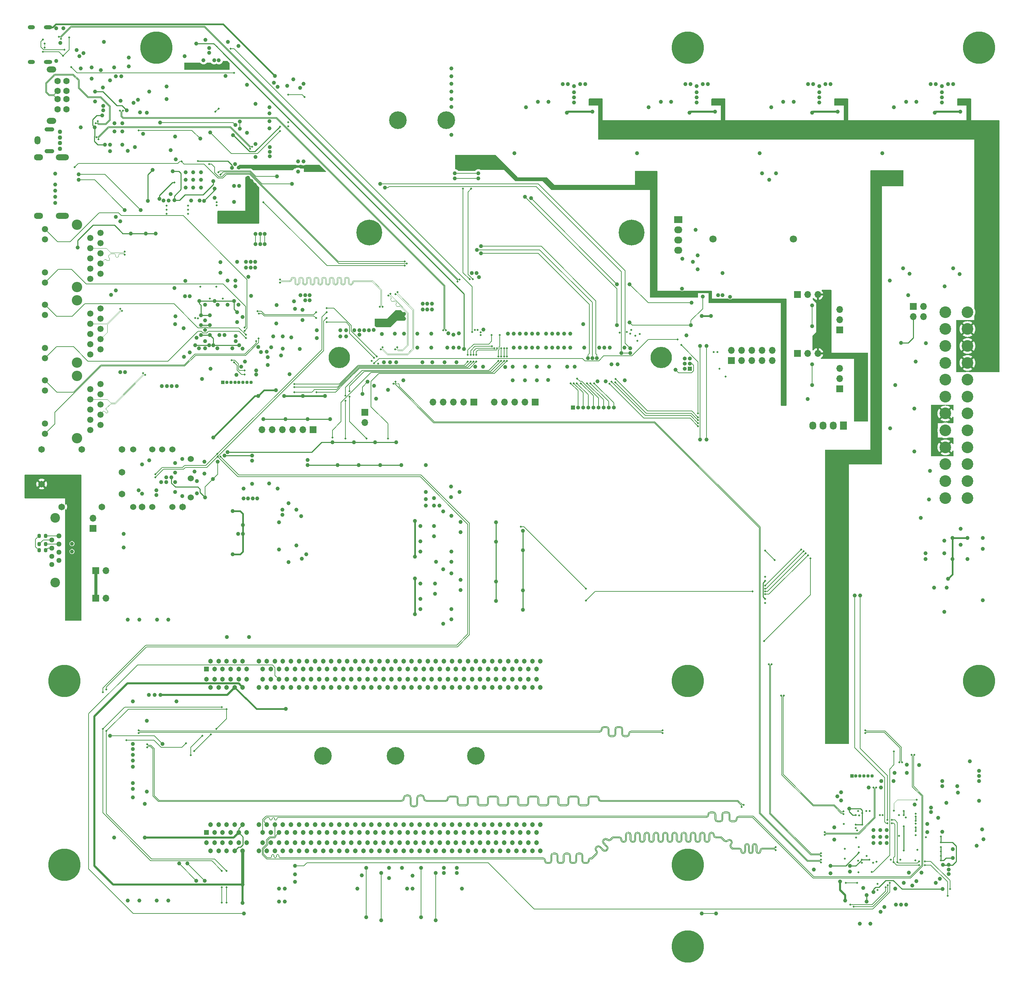
<source format=gbl>
%TF.GenerationSoftware,KiCad,Pcbnew,7.0.8-7.0.8~ubuntu22.04.1*%
%TF.CreationDate,2023-11-07T10:09:23+02:00*%
%TF.ProjectId,Tangenta,54616e67-656e-4746-912e-6b696361645f,rev?*%
%TF.SameCoordinates,Original*%
%TF.FileFunction,Copper,L4,Bot*%
%TF.FilePolarity,Positive*%
%FSLAX46Y46*%
G04 Gerber Fmt 4.6, Leading zero omitted, Abs format (unit mm)*
G04 Created by KiCad (PCBNEW 7.0.8-7.0.8~ubuntu22.04.1) date 2023-11-07 10:09:23*
%MOMM*%
%LPD*%
G01*
G04 APERTURE LIST*
G04 Aperture macros list*
%AMRoundRect*
0 Rectangle with rounded corners*
0 $1 Rounding radius*
0 $2 $3 $4 $5 $6 $7 $8 $9 X,Y pos of 4 corners*
0 Add a 4 corners polygon primitive as box body*
4,1,4,$2,$3,$4,$5,$6,$7,$8,$9,$2,$3,0*
0 Add four circle primitives for the rounded corners*
1,1,$1+$1,$2,$3*
1,1,$1+$1,$4,$5*
1,1,$1+$1,$6,$7*
1,1,$1+$1,$8,$9*
0 Add four rect primitives between the rounded corners*
20,1,$1+$1,$2,$3,$4,$5,0*
20,1,$1+$1,$4,$5,$6,$7,0*
20,1,$1+$1,$6,$7,$8,$9,0*
20,1,$1+$1,$8,$9,$2,$3,0*%
G04 Aperture macros list end*
%TA.AperFunction,ComponentPad*%
%ADD10R,1.700000X1.700000*%
%TD*%
%TA.AperFunction,ComponentPad*%
%ADD11O,1.700000X1.700000*%
%TD*%
%TA.AperFunction,ComponentPad*%
%ADD12C,1.000000*%
%TD*%
%TA.AperFunction,ComponentPad*%
%ADD13C,0.900000*%
%TD*%
%TA.AperFunction,ComponentPad*%
%ADD14C,8.000000*%
%TD*%
%TA.AperFunction,ComponentPad*%
%ADD15R,1.200000X1.200000*%
%TD*%
%TA.AperFunction,ComponentPad*%
%ADD16C,1.200000*%
%TD*%
%TA.AperFunction,ComponentPad*%
%ADD17C,1.549403*%
%TD*%
%TA.AperFunction,ComponentPad*%
%ADD18C,2.580645*%
%TD*%
%TA.AperFunction,ComponentPad*%
%ADD19R,1.000000X1.000000*%
%TD*%
%TA.AperFunction,ComponentPad*%
%ADD20O,1.000000X1.000000*%
%TD*%
%TA.AperFunction,ComponentPad*%
%ADD21C,1.100000*%
%TD*%
%TA.AperFunction,ComponentPad*%
%ADD22O,2.400000X1.100000*%
%TD*%
%TA.AperFunction,ComponentPad*%
%ADD23O,1.500000X2.100000*%
%TD*%
%TA.AperFunction,ComponentPad*%
%ADD24C,2.900000*%
%TD*%
%TA.AperFunction,ComponentPad*%
%ADD25C,5.300000*%
%TD*%
%TA.AperFunction,ComponentPad*%
%ADD26R,0.850000X0.850000*%
%TD*%
%TA.AperFunction,ComponentPad*%
%ADD27O,0.850000X0.850000*%
%TD*%
%TA.AperFunction,ComponentPad*%
%ADD28C,6.400000*%
%TD*%
%TA.AperFunction,ComponentPad*%
%ADD29C,4.400000*%
%TD*%
%TA.AperFunction,ComponentPad*%
%ADD30C,1.600000*%
%TD*%
%TA.AperFunction,ComponentPad*%
%ADD31O,2.400000X1.500000*%
%TD*%
%TA.AperFunction,ComponentPad*%
%ADD32O,2.100000X1.000000*%
%TD*%
%TA.AperFunction,ComponentPad*%
%ADD33O,1.800000X1.000000*%
%TD*%
%TA.AperFunction,ComponentPad*%
%ADD34R,1.730000X2.030000*%
%TD*%
%TA.AperFunction,ComponentPad*%
%ADD35O,1.730000X2.030000*%
%TD*%
%TA.AperFunction,ComponentPad*%
%ADD36C,1.295403*%
%TD*%
%TA.AperFunction,ComponentPad*%
%ADD37C,2.400000*%
%TD*%
%TA.AperFunction,ComponentPad*%
%ADD38C,1.650013*%
%TD*%
%TA.AperFunction,ComponentPad*%
%ADD39C,1.524003*%
%TD*%
%TA.AperFunction,ComponentPad*%
%ADD40O,3.300000X1.500000*%
%TD*%
%TA.AperFunction,ComponentPad*%
%ADD41O,2.300000X1.500000*%
%TD*%
%TA.AperFunction,ComponentPad*%
%ADD42C,1.800000*%
%TD*%
%TA.AperFunction,ComponentPad*%
%ADD43R,2.030000X1.730000*%
%TD*%
%TA.AperFunction,ComponentPad*%
%ADD44O,2.030000X1.730000*%
%TD*%
%TA.AperFunction,SMDPad,CuDef*%
%ADD45RoundRect,0.200000X-0.200000X-0.275000X0.200000X-0.275000X0.200000X0.275000X-0.200000X0.275000X0*%
%TD*%
%TA.AperFunction,ViaPad*%
%ADD46C,1.000000*%
%TD*%
%TA.AperFunction,ViaPad*%
%ADD47C,0.500000*%
%TD*%
%TA.AperFunction,Conductor*%
%ADD48C,0.508000*%
%TD*%
%TA.AperFunction,Conductor*%
%ADD49C,0.254000*%
%TD*%
%TA.AperFunction,Conductor*%
%ADD50C,0.250000*%
%TD*%
%TA.AperFunction,Conductor*%
%ADD51C,0.101600*%
%TD*%
%TA.AperFunction,Conductor*%
%ADD52C,0.381000*%
%TD*%
%TA.AperFunction,Conductor*%
%ADD53C,0.127000*%
%TD*%
%TA.AperFunction,Conductor*%
%ADD54C,0.177800*%
%TD*%
%TA.AperFunction,Conductor*%
%ADD55C,0.762000*%
%TD*%
%TA.AperFunction,Conductor*%
%ADD56C,0.152400*%
%TD*%
%TA.AperFunction,Conductor*%
%ADD57C,0.109220*%
%TD*%
G04 APERTURE END LIST*
D10*
X52552600Y-153116200D03*
D11*
X52552600Y-150576200D03*
D12*
X59863586Y-52333873D03*
X57863586Y-52333873D03*
X59863586Y-54333873D03*
X57863586Y-54333873D03*
D10*
X147218400Y-121666000D03*
D11*
X144678400Y-121666000D03*
X142138400Y-121666000D03*
X139598400Y-121666000D03*
X137058400Y-121666000D03*
D13*
X197400000Y-257050000D03*
X198278680Y-254928680D03*
X198278680Y-259171320D03*
X200400000Y-254050000D03*
D14*
X200400000Y-257050000D03*
D13*
X200400000Y-260050000D03*
X202521320Y-254928680D03*
X202521320Y-259171320D03*
X203400000Y-257050000D03*
D15*
X80750000Y-188094000D03*
D16*
X81750000Y-186094000D03*
X82750000Y-188094000D03*
X83750000Y-186094000D03*
X84750000Y-188094000D03*
X85750000Y-186094000D03*
X86750000Y-188094000D03*
X87750000Y-186094000D03*
X88750000Y-188094000D03*
X89750000Y-186094000D03*
X90750000Y-188094000D03*
X93750000Y-186094000D03*
X94750000Y-188094000D03*
X95750000Y-186094000D03*
X96750000Y-188094000D03*
X97750000Y-186094000D03*
X98750000Y-188094000D03*
X99750000Y-186094000D03*
X100750000Y-188094000D03*
X101750000Y-186094000D03*
X102750000Y-188094000D03*
X103750000Y-186094000D03*
X104750000Y-188094000D03*
X105750000Y-186094000D03*
X106750000Y-188094000D03*
X107750000Y-186094000D03*
X108750000Y-188094000D03*
X109750000Y-186094000D03*
X110750000Y-188094000D03*
X111750000Y-186094000D03*
X112750000Y-188094000D03*
X113750000Y-186094000D03*
X114750000Y-188094000D03*
X115750000Y-186094000D03*
X116750000Y-188094000D03*
X117750000Y-186094000D03*
X118750000Y-188094000D03*
X119750000Y-186094000D03*
X120750000Y-188094000D03*
X121750000Y-186094000D03*
X122750000Y-188094000D03*
X123750000Y-186094000D03*
X124750000Y-188094000D03*
X125750000Y-186094000D03*
X126750000Y-188094000D03*
X127750000Y-186094000D03*
X128750000Y-188094000D03*
X129750000Y-186094000D03*
X130750000Y-188094000D03*
X131750000Y-186094000D03*
X132750000Y-188094000D03*
X133750000Y-186094000D03*
X134750000Y-188094000D03*
X135750000Y-186094000D03*
X136750000Y-188094000D03*
X137750000Y-186094000D03*
X138750000Y-188094000D03*
X139750000Y-186094000D03*
X140750000Y-188094000D03*
X141750000Y-186094000D03*
X142750000Y-188094000D03*
X143750000Y-186094000D03*
X144750000Y-188094000D03*
X145750000Y-186094000D03*
X146750000Y-188094000D03*
X147750000Y-186094000D03*
X148750000Y-188094000D03*
X149750000Y-186094000D03*
X150750000Y-188094000D03*
X151750000Y-186094000D03*
X152750000Y-188094000D03*
X153750000Y-186094000D03*
X154750000Y-188094000D03*
X155750000Y-186094000D03*
X156750000Y-188094000D03*
X157750000Y-186094000D03*
X158750000Y-188094000D03*
X159750000Y-186094000D03*
X160750000Y-188094000D03*
X161750000Y-186094000D03*
X162750000Y-188094000D03*
X163750000Y-186094000D03*
X80750000Y-190594000D03*
X81750000Y-192594000D03*
X82750000Y-190594000D03*
X83750000Y-192594000D03*
X84750000Y-190594000D03*
X85750000Y-192594000D03*
X86750000Y-190594000D03*
X87750000Y-192594000D03*
X88750000Y-190594000D03*
X89750000Y-192594000D03*
X90750000Y-190594000D03*
X93750000Y-192594000D03*
X94750000Y-190594000D03*
X95750000Y-192594000D03*
X96750000Y-190594000D03*
X97750000Y-192594000D03*
X98750000Y-190594000D03*
X99750000Y-192594000D03*
X100750000Y-190594000D03*
X101750000Y-192594000D03*
X102750000Y-190594000D03*
X103750000Y-192594000D03*
X104750000Y-190594000D03*
X105750000Y-192594000D03*
X106750000Y-190594000D03*
X107750000Y-192594000D03*
X108750000Y-190594000D03*
X109750000Y-192594000D03*
X110750000Y-190594000D03*
X111750000Y-192594000D03*
X112750000Y-190594000D03*
X113750000Y-192594000D03*
X114750000Y-190594000D03*
X115750000Y-192594000D03*
X116750000Y-190594000D03*
X117750000Y-192594000D03*
X118750000Y-190594000D03*
X119750000Y-192594000D03*
X120750000Y-190594000D03*
X121750000Y-192594000D03*
X122750000Y-190594000D03*
X123750000Y-192594000D03*
X124750000Y-190594000D03*
X125750000Y-192594000D03*
X126750000Y-190594000D03*
X127750000Y-192594000D03*
X128750000Y-190594000D03*
X129750000Y-192594000D03*
X130750000Y-190594000D03*
X131750000Y-192594000D03*
X132750000Y-190594000D03*
X133750000Y-192594000D03*
X134750000Y-190594000D03*
X135750000Y-192594000D03*
X136750000Y-190594000D03*
X137750000Y-192594000D03*
X138750000Y-190594000D03*
X139750000Y-192594000D03*
X140750000Y-190594000D03*
X141750000Y-192594000D03*
X142750000Y-190594000D03*
X143750000Y-192594000D03*
X144750000Y-190594000D03*
X145750000Y-192594000D03*
X146750000Y-190594000D03*
X147750000Y-192594000D03*
X148750000Y-190594000D03*
X149750000Y-192594000D03*
X150750000Y-190594000D03*
X151750000Y-192594000D03*
X152750000Y-190594000D03*
X153750000Y-192594000D03*
X154750000Y-190594000D03*
X155750000Y-192594000D03*
X156750000Y-190594000D03*
X157750000Y-192594000D03*
X158750000Y-190594000D03*
X159750000Y-192594000D03*
X160750000Y-190594000D03*
X161750000Y-192594000D03*
X162750000Y-190594000D03*
X163750000Y-192594000D03*
D17*
X54423942Y-98401073D03*
X51883937Y-99671075D03*
X54423942Y-100941078D03*
X51883937Y-102211080D03*
X54423942Y-103481083D03*
X51883937Y-104751085D03*
X54423942Y-106021088D03*
X51883937Y-107291090D03*
X54423942Y-108561093D03*
X51883937Y-109831095D03*
X40634000Y-97496069D03*
X40634000Y-100036074D03*
X40634000Y-108206000D03*
X40634000Y-110746005D03*
D18*
X48583962Y-96375927D03*
X48583962Y-111865893D03*
D10*
X120142000Y-124226400D03*
D11*
X120142000Y-126766400D03*
D19*
X200853200Y-113390600D03*
D20*
X199583200Y-113390600D03*
X200853200Y-112120600D03*
X199583200Y-112120600D03*
X200853200Y-110850600D03*
X199583200Y-110850600D03*
D13*
X197400000Y-191010000D03*
X198278680Y-188888680D03*
X198278680Y-193131320D03*
X200400000Y-188010000D03*
D14*
X200400000Y-191010000D03*
D13*
X200400000Y-194010000D03*
X202521320Y-188888680D03*
X202521320Y-193131320D03*
X203400000Y-191010000D03*
D17*
X54423942Y-117197073D03*
X51883937Y-118467075D03*
X54423942Y-119737078D03*
X51883937Y-121007080D03*
X54423942Y-122277083D03*
X51883937Y-123547085D03*
X54423942Y-124817088D03*
X51883937Y-126087090D03*
X54423942Y-127357093D03*
X51883937Y-128627095D03*
X40634000Y-116292069D03*
X40634000Y-118832074D03*
X40634000Y-127002000D03*
X40634000Y-129542005D03*
D18*
X48583962Y-115171927D03*
X48583962Y-130661893D03*
D12*
X79364000Y-64523000D03*
X77464000Y-64523000D03*
X75564000Y-64523000D03*
X79364000Y-66423000D03*
X77464000Y-66423000D03*
X75564000Y-66423000D03*
X79364000Y-68323000D03*
X77464000Y-68323000D03*
X75564000Y-68323000D03*
D10*
X211201000Y-111353600D03*
D11*
X211201000Y-108813600D03*
X213741000Y-111353600D03*
X213741000Y-108813600D03*
X216281000Y-111353600D03*
X216281000Y-108813600D03*
X218821000Y-111353600D03*
X218821000Y-108813600D03*
X221361000Y-111353600D03*
X221361000Y-108813600D03*
D21*
X44328975Y-54479949D03*
X44328975Y-55880000D03*
X44328975Y-57280050D03*
X44328975Y-58680101D03*
D22*
X41729025Y-53880000D03*
D23*
X38729025Y-56580025D03*
D22*
X41729025Y-59280050D03*
D10*
X256407000Y-97919000D03*
D11*
X258947000Y-97919000D03*
X256407000Y-100459000D03*
X258947000Y-100459000D03*
D24*
X264400000Y-145520051D03*
X264400000Y-141319899D03*
X264400000Y-137120000D03*
X264400000Y-132919848D03*
X264400000Y-128719950D03*
X264400000Y-124520051D03*
X264400000Y-120319899D03*
X264400000Y-116120000D03*
X264400000Y-111919848D03*
X264400000Y-107719950D03*
X264400000Y-103520051D03*
X264400000Y-99319899D03*
X269900128Y-145520051D03*
X269900128Y-141319899D03*
X269900128Y-137120000D03*
X269900128Y-132919848D03*
X269900128Y-128719950D03*
X269900128Y-124520051D03*
X269900128Y-120319899D03*
X269900128Y-116120000D03*
X269900128Y-111919848D03*
X269900128Y-107719950D03*
X269900128Y-103520051D03*
X269900128Y-99319899D03*
D10*
X238099600Y-103761000D03*
D11*
X238099600Y-101221000D03*
X238099600Y-98681000D03*
D25*
X113780000Y-110560000D03*
D26*
X241154200Y-214630000D03*
D27*
X242154200Y-214630000D03*
X243154200Y-214630000D03*
X244154200Y-214630000D03*
X245154200Y-214630000D03*
X246154200Y-214630000D03*
D15*
X80750000Y-228734000D03*
D16*
X81750000Y-226734000D03*
X82750000Y-228734000D03*
X83750000Y-226734000D03*
X84750000Y-228734000D03*
X85750000Y-226734000D03*
X86750000Y-228734000D03*
X87750000Y-226734000D03*
X88750000Y-228734000D03*
X89750000Y-226734000D03*
X90750000Y-228734000D03*
X93750000Y-226734000D03*
X94750000Y-228734000D03*
X95750000Y-226734000D03*
X96750000Y-228734000D03*
X97750000Y-226734000D03*
X98750000Y-228734000D03*
X99750000Y-226734000D03*
X100750000Y-228734000D03*
X101750000Y-226734000D03*
X102750000Y-228734000D03*
X103750000Y-226734000D03*
X104750000Y-228734000D03*
X105750000Y-226734000D03*
X106750000Y-228734000D03*
X107750000Y-226734000D03*
X108750000Y-228734000D03*
X109750000Y-226734000D03*
X110750000Y-228734000D03*
X111750000Y-226734000D03*
X112750000Y-228734000D03*
X113750000Y-226734000D03*
X114750000Y-228734000D03*
X115750000Y-226734000D03*
X116750000Y-228734000D03*
X117750000Y-226734000D03*
X118750000Y-228734000D03*
X119750000Y-226734000D03*
X120750000Y-228734000D03*
X121750000Y-226734000D03*
X122750000Y-228734000D03*
X123750000Y-226734000D03*
X124750000Y-228734000D03*
X125750000Y-226734000D03*
X126750000Y-228734000D03*
X127750000Y-226734000D03*
X128750000Y-228734000D03*
X129750000Y-226734000D03*
X130750000Y-228734000D03*
X131750000Y-226734000D03*
X132750000Y-228734000D03*
X133750000Y-226734000D03*
X134750000Y-228734000D03*
X135750000Y-226734000D03*
X136750000Y-228734000D03*
X137750000Y-226734000D03*
X138750000Y-228734000D03*
X139750000Y-226734000D03*
X140750000Y-228734000D03*
X141750000Y-226734000D03*
X142750000Y-228734000D03*
X143750000Y-226734000D03*
X144750000Y-228734000D03*
X145750000Y-226734000D03*
X146750000Y-228734000D03*
X147750000Y-226734000D03*
X148750000Y-228734000D03*
X149750000Y-226734000D03*
X150750000Y-228734000D03*
X151750000Y-226734000D03*
X152750000Y-228734000D03*
X153750000Y-226734000D03*
X154750000Y-228734000D03*
X155750000Y-226734000D03*
X156750000Y-228734000D03*
X157750000Y-226734000D03*
X158750000Y-228734000D03*
X159750000Y-226734000D03*
X160750000Y-228734000D03*
X161750000Y-226734000D03*
X162750000Y-228734000D03*
X163750000Y-226734000D03*
X80750000Y-231234000D03*
X81750000Y-233234000D03*
X82750000Y-231234000D03*
X83750000Y-233234000D03*
X84750000Y-231234000D03*
X85750000Y-233234000D03*
X86750000Y-231234000D03*
X87750000Y-233234000D03*
X88750000Y-231234000D03*
X89750000Y-233234000D03*
X90750000Y-231234000D03*
X93750000Y-233234000D03*
X94750000Y-231234000D03*
X95750000Y-233234000D03*
X96750000Y-231234000D03*
X97750000Y-233234000D03*
X98750000Y-231234000D03*
X99750000Y-233234000D03*
X100750000Y-231234000D03*
X101750000Y-233234000D03*
X102750000Y-231234000D03*
X103750000Y-233234000D03*
X104750000Y-231234000D03*
X105750000Y-233234000D03*
X106750000Y-231234000D03*
X107750000Y-233234000D03*
X108750000Y-231234000D03*
X109750000Y-233234000D03*
X110750000Y-231234000D03*
X111750000Y-233234000D03*
X112750000Y-231234000D03*
X113750000Y-233234000D03*
X114750000Y-231234000D03*
X115750000Y-233234000D03*
X116750000Y-231234000D03*
X117750000Y-233234000D03*
X118750000Y-231234000D03*
X119750000Y-233234000D03*
X120750000Y-231234000D03*
X121750000Y-233234000D03*
X122750000Y-231234000D03*
X123750000Y-233234000D03*
X124750000Y-231234000D03*
X125750000Y-233234000D03*
X126750000Y-231234000D03*
X127750000Y-233234000D03*
X128750000Y-231234000D03*
X129750000Y-233234000D03*
X130750000Y-231234000D03*
X131750000Y-233234000D03*
X132750000Y-231234000D03*
X133750000Y-233234000D03*
X134750000Y-231234000D03*
X135750000Y-233234000D03*
X136750000Y-231234000D03*
X137750000Y-233234000D03*
X138750000Y-231234000D03*
X139750000Y-233234000D03*
X140750000Y-231234000D03*
X141750000Y-233234000D03*
X142750000Y-231234000D03*
X143750000Y-233234000D03*
X144750000Y-231234000D03*
X145750000Y-233234000D03*
X146750000Y-231234000D03*
X147750000Y-233234000D03*
X148750000Y-231234000D03*
X149750000Y-233234000D03*
X150750000Y-231234000D03*
X151750000Y-233234000D03*
X152750000Y-231234000D03*
X153750000Y-233234000D03*
X154750000Y-231234000D03*
X155750000Y-233234000D03*
X156750000Y-231234000D03*
X157750000Y-233234000D03*
X158750000Y-231234000D03*
X159750000Y-233234000D03*
X160750000Y-231234000D03*
X161750000Y-233234000D03*
X162750000Y-231234000D03*
X163750000Y-233234000D03*
D13*
X197400000Y-33530000D03*
X198278680Y-31408680D03*
X198278680Y-35651320D03*
X200400000Y-30530000D03*
D14*
X200400000Y-33530000D03*
D13*
X200400000Y-36530000D03*
X202521320Y-31408680D03*
X202521320Y-35651320D03*
X203400000Y-33530000D03*
D26*
X84815800Y-116814600D03*
D27*
X85815800Y-116814600D03*
X86815800Y-116814600D03*
X87815800Y-116814600D03*
X88815800Y-116814600D03*
X89815800Y-116814600D03*
X90815800Y-116814600D03*
X91815800Y-116814600D03*
D13*
X197400000Y-236730000D03*
X198278680Y-234608680D03*
X198278680Y-238851320D03*
X200400000Y-233730000D03*
D14*
X200400000Y-236730000D03*
D13*
X200400000Y-239730000D03*
X202521320Y-234608680D03*
X202521320Y-238851320D03*
X203400000Y-236730000D03*
D28*
X121180000Y-79560000D03*
D10*
X53208000Y-163601400D03*
D11*
X55748000Y-163601400D03*
D13*
X65320000Y-33530000D03*
X66198680Y-31408680D03*
X66198680Y-35651320D03*
X68320000Y-30530000D03*
D14*
X68320000Y-33530000D03*
D13*
X68320000Y-36530000D03*
X70441320Y-31408680D03*
X70441320Y-35651320D03*
X71320000Y-33530000D03*
D29*
X127706000Y-209619600D03*
D30*
X45935863Y-41838854D03*
X45935863Y-44338727D03*
X45935863Y-46338727D03*
X45935863Y-48838854D03*
X43735964Y-41838854D03*
X43735964Y-44338727D03*
X43735964Y-46338727D03*
X43735964Y-48838854D03*
D31*
X42186053Y-51738778D03*
X42186053Y-38938676D03*
D32*
X41356000Y-28445918D03*
D33*
X37205886Y-28445918D03*
D32*
X41356000Y-37086000D03*
D33*
X37205886Y-37086000D03*
D10*
X238111300Y-118389400D03*
D11*
X238111300Y-115849400D03*
X238111300Y-113309400D03*
D34*
X239039400Y-127533400D03*
D35*
X236499400Y-127533400D03*
X233959400Y-127533400D03*
X231419400Y-127533400D03*
D36*
X42285000Y-162070010D03*
X44064782Y-161049944D03*
X42285000Y-160030132D03*
X44064782Y-159010066D03*
X42285000Y-157990000D03*
X44064782Y-156969934D03*
X42285000Y-155950122D03*
X44064782Y-154930056D03*
D37*
X43174764Y-150449995D03*
X43174764Y-166550071D03*
D38*
X39778000Y-133479000D03*
X49778000Y-133479000D03*
X59778000Y-133479000D03*
D39*
X62577847Y-133479000D03*
X67277873Y-133479000D03*
X69778000Y-133479000D03*
X72277873Y-133479000D03*
X76877822Y-135808946D03*
X76877822Y-140609048D03*
X76877822Y-145409150D03*
D38*
X74778000Y-147728936D03*
D39*
X72277873Y-147728936D03*
X67277873Y-147728936D03*
D38*
X64778000Y-147728936D03*
D39*
X62577847Y-147728936D03*
D38*
X54778000Y-147728936D03*
X44778000Y-147728936D03*
X39778000Y-142059137D03*
X59778000Y-144559010D03*
X59778000Y-139158959D03*
D29*
X147706000Y-209619600D03*
D10*
X162407600Y-121666000D03*
D11*
X159867600Y-121666000D03*
X157327600Y-121666000D03*
X154787600Y-121666000D03*
X152247600Y-121666000D03*
D40*
X44967019Y-60835000D03*
D41*
X38967019Y-60835000D03*
D40*
X44967019Y-75335128D03*
D41*
X38967019Y-75335128D03*
D42*
X226611073Y-81102225D03*
X206611327Y-81102225D03*
D25*
X193780000Y-110560000D03*
D13*
X269790000Y-33530000D03*
X270668680Y-31408680D03*
X270668680Y-35651320D03*
X272790000Y-30530000D03*
D14*
X272790000Y-33530000D03*
D13*
X272790000Y-36530000D03*
X274911320Y-31408680D03*
X274911320Y-35651320D03*
X275790000Y-33530000D03*
X42460000Y-236730000D03*
X43338680Y-234608680D03*
X43338680Y-238851320D03*
X45460000Y-233730000D03*
D14*
X45460000Y-236730000D03*
D13*
X45460000Y-239730000D03*
X47581320Y-234608680D03*
X47581320Y-238851320D03*
X48460000Y-236730000D03*
D19*
X171805600Y-123063000D03*
D20*
X173075600Y-123063000D03*
X174345600Y-123063000D03*
X175615600Y-123063000D03*
X176885600Y-123063000D03*
X178155600Y-123063000D03*
X179425600Y-123063000D03*
X180695600Y-123063000D03*
X181965600Y-123063000D03*
D10*
X227609400Y-94921800D03*
D11*
X230149400Y-94921800D03*
X232689400Y-94921800D03*
D10*
X53208000Y-170484800D03*
D11*
X55748000Y-170484800D03*
D28*
X186380000Y-79560000D03*
D10*
X107213400Y-128549400D03*
D11*
X104673400Y-128549400D03*
X102133400Y-128549400D03*
X99593400Y-128549400D03*
X97053400Y-128549400D03*
X94513400Y-128549400D03*
D29*
X109706000Y-209619600D03*
D13*
X269790000Y-191010000D03*
X270668680Y-188888680D03*
X270668680Y-193131320D03*
X272790000Y-188010000D03*
D14*
X272790000Y-191010000D03*
D13*
X272790000Y-194010000D03*
X274911320Y-188888680D03*
X274911320Y-193131320D03*
X275790000Y-191010000D03*
X42460000Y-191010000D03*
X43338680Y-188888680D03*
X43338680Y-193131320D03*
X45460000Y-188010000D03*
D14*
X45460000Y-191010000D03*
D13*
X45460000Y-194010000D03*
X47581320Y-188888680D03*
X47581320Y-193131320D03*
X48460000Y-191010000D03*
D17*
X54423942Y-79605073D03*
X51883937Y-80875075D03*
X54423942Y-82145078D03*
X51883937Y-83415080D03*
X54423942Y-84685083D03*
X51883937Y-85955085D03*
X54423942Y-87225088D03*
X51883937Y-88495090D03*
X54423942Y-89765093D03*
X51883937Y-91035095D03*
X40634000Y-78700069D03*
X40634000Y-81240074D03*
X40634000Y-89410000D03*
X40634000Y-91950005D03*
D18*
X48583962Y-77579927D03*
X48583962Y-93069893D03*
D29*
X140320000Y-51564000D03*
D43*
X198018400Y-76327000D03*
D44*
X198018400Y-78867000D03*
X198018400Y-81407000D03*
X198018400Y-83947000D03*
D29*
X128320000Y-51564000D03*
D10*
X227621100Y-109575600D03*
D11*
X230161100Y-109575600D03*
X232701100Y-109575600D03*
D45*
X39142400Y-156972000D03*
X40792400Y-156972000D03*
X39154600Y-154940000D03*
X40804600Y-154940000D03*
X39154600Y-158521400D03*
X40804600Y-158521400D03*
D46*
X268091000Y-49504600D03*
X261741000Y-49758600D03*
X75184000Y-110388400D03*
X64033400Y-245618000D03*
X52197000Y-41275000D03*
D47*
X244729000Y-223393000D03*
X242417600Y-228219000D03*
D46*
X78384400Y-141300200D03*
X248223105Y-231319800D03*
D47*
X219608400Y-170611800D03*
D46*
X234563000Y-42646600D03*
X257042000Y-111635000D03*
X199765000Y-42646600D03*
X81407000Y-34798000D03*
X170408600Y-112877600D03*
X62433200Y-207924400D03*
X143941800Y-168402000D03*
X133146800Y-108102400D03*
X122936000Y-120853200D03*
X97332800Y-105333800D03*
X245307200Y-217527600D03*
X43180000Y-70612000D03*
X68453000Y-175768000D03*
X61163200Y-175768000D03*
X58191400Y-75615800D03*
X173603000Y-42646600D03*
D47*
X263296400Y-235661200D03*
D46*
X202559000Y-44678600D03*
X62433200Y-209397600D03*
X139750800Y-237540800D03*
X172288200Y-112852200D03*
X127889000Y-111815000D03*
X57048400Y-94996000D03*
X59334400Y-76708000D03*
X91821000Y-95300800D03*
X77749400Y-138963400D03*
X89408000Y-112849600D03*
X84175600Y-86893400D03*
X139623800Y-148869400D03*
X70866000Y-46355000D03*
X267944600Y-89814400D03*
X143446500Y-108115100D03*
X119370024Y-239395000D03*
X233039000Y-44678600D03*
X142951200Y-237540718D03*
X260296000Y-145864038D03*
X134391400Y-111815000D03*
X103124000Y-157327600D03*
X74726800Y-135813800D03*
X108204000Y-103784400D03*
X105257600Y-96393000D03*
X96334076Y-141909800D03*
X89687400Y-100533200D03*
X160147000Y-48361600D03*
X178358800Y-108102400D03*
X71882000Y-59055000D03*
X96393000Y-49911000D03*
X68326000Y-144780000D03*
X98425000Y-143230600D03*
X62433200Y-206705200D03*
X62433200Y-219964000D03*
X79011132Y-71590181D03*
X72745600Y-93345000D03*
X255498600Y-89789000D03*
X104089200Y-95123000D03*
X249853800Y-229795800D03*
X80238600Y-139496800D03*
X263519000Y-45948600D03*
X80238600Y-136525000D03*
D47*
X239395000Y-232786648D03*
D46*
X96393000Y-48387000D03*
X172079000Y-44678600D03*
X143941800Y-165862000D03*
X99720400Y-108381800D03*
X76555600Y-95351600D03*
X81792350Y-113352908D03*
D47*
X247497600Y-243052600D03*
D46*
X221132400Y-48361600D03*
X64770000Y-144424400D03*
X73304400Y-196088000D03*
X64770000Y-137210800D03*
X90347800Y-111633000D03*
X104241600Y-150012400D03*
X62433200Y-217881200D03*
X264134600Y-173812200D03*
X141579600Y-164287200D03*
X165150800Y-104648000D03*
X251587000Y-48361600D03*
X93649800Y-108000800D03*
X262640000Y-225092800D03*
X125882400Y-118618000D03*
D47*
X79197200Y-93014800D03*
D46*
X139903200Y-111815000D03*
X96393000Y-51873000D03*
X43180000Y-64897000D03*
X89712800Y-108407200D03*
X233039000Y-45948600D03*
X142951200Y-238810800D03*
X256159000Y-241884200D03*
X254609600Y-46990000D03*
X75107800Y-103352600D03*
X126390400Y-111815000D03*
X251764800Y-213893400D03*
D47*
X263296400Y-234543600D03*
D46*
X129870200Y-104673400D03*
D47*
X256971800Y-235609900D03*
D46*
X54483000Y-39116000D03*
X208991200Y-95097600D03*
X91160600Y-90500200D03*
X142148000Y-104902000D03*
X245772433Y-251366906D03*
X157149800Y-108102400D03*
X72974200Y-144018000D03*
X80416400Y-108331000D03*
X253339600Y-246657400D03*
X140639800Y-108127800D03*
X263658000Y-228572600D03*
X98425000Y-43307000D03*
X96520000Y-58293000D03*
X243992400Y-242493800D03*
X143459200Y-104546400D03*
X202559000Y-47218600D03*
X249224800Y-247269000D03*
X266244800Y-232843800D03*
X141605000Y-40640000D03*
X256794000Y-221742000D03*
X141503400Y-142722600D03*
X105562400Y-159562800D03*
X196240400Y-46990000D03*
X83820000Y-36703000D03*
D47*
X246430800Y-236245400D03*
D46*
X141579600Y-161366200D03*
X127584200Y-104673400D03*
X160147000Y-108102400D03*
X143941800Y-151511000D03*
X126111000Y-237535837D03*
X65963800Y-49707800D03*
X266242800Y-235052195D03*
X43434000Y-36830000D03*
D47*
X83185000Y-93014800D03*
D46*
X106426000Y-95123000D03*
X49530000Y-53340000D03*
D47*
X239191800Y-226568000D03*
D46*
X58191400Y-93878400D03*
D47*
X257057649Y-229353800D03*
D46*
X68326000Y-143611600D03*
D47*
X243611400Y-236245400D03*
X76200000Y-74828400D03*
D46*
X202793600Y-88646000D03*
D47*
X219608400Y-171653200D03*
X76200000Y-72796400D03*
D46*
X99593400Y-149733000D03*
X184720454Y-116226200D03*
X106426000Y-96393000D03*
X96824800Y-108026200D03*
X256661000Y-133923500D03*
X44450000Y-32385000D03*
X76555600Y-109321600D03*
X141605000Y-48260000D03*
X226720400Y-46990000D03*
D47*
X70866000Y-74828400D03*
D46*
X87172800Y-108305600D03*
X103124000Y-148437600D03*
X259892800Y-226618800D03*
X143687800Y-144043400D03*
X73146000Y-61343000D03*
D47*
X83312000Y-72771000D03*
D46*
X71297800Y-245618000D03*
X76975000Y-71564200D03*
X141605000Y-44450000D03*
X165150800Y-108102400D03*
X62433200Y-210870800D03*
X92964000Y-47498000D03*
X93065600Y-114858800D03*
X56769000Y-57674497D03*
X87909400Y-92938600D03*
X254812800Y-211886800D03*
X172079000Y-45948600D03*
X257860800Y-211937600D03*
D47*
X242697000Y-235712000D03*
D46*
X87630000Y-71882000D03*
X71882000Y-69951600D03*
X250692000Y-128208500D03*
X96520000Y-59436000D03*
X263519000Y-43154600D03*
X71323200Y-71577200D03*
X272796000Y-214630000D03*
X84201000Y-89535000D03*
X254076200Y-241274600D03*
X233039000Y-43154600D03*
X205353000Y-42646600D03*
X85991700Y-91478100D03*
X233039000Y-47218600D03*
X163144200Y-108102400D03*
X259892800Y-228650800D03*
X60528200Y-114274600D03*
X126111000Y-240075842D03*
X141503400Y-145338800D03*
X272135612Y-232029000D03*
X87884000Y-62484000D03*
X157149800Y-104648000D03*
X55118000Y-48006000D03*
X259461000Y-159308800D03*
X141579600Y-149936200D03*
X82677000Y-36703000D03*
X158648400Y-104648000D03*
X129692400Y-116306600D03*
X169285000Y-42646600D03*
X141605000Y-42545000D03*
X202559000Y-43154600D03*
X180009800Y-116509800D03*
X202559000Y-45948600D03*
X181381400Y-112268000D03*
X257175000Y-240837600D03*
X96393000Y-53594000D03*
X248355200Y-217527600D03*
X75336400Y-35687000D03*
X55245000Y-32131000D03*
X261569200Y-167843200D03*
X139750800Y-238810800D03*
X263601200Y-215950800D03*
X96520000Y-60579000D03*
X142138400Y-108127800D03*
X139623800Y-176834800D03*
X56769000Y-41656000D03*
X62992000Y-58293000D03*
D47*
X78638400Y-100867651D03*
D46*
X248223105Y-229786902D03*
X246551800Y-229795800D03*
X66548000Y-136194800D03*
X90805000Y-42799000D03*
X73000431Y-100344996D03*
X131927600Y-239420400D03*
D47*
X257403600Y-233019600D03*
D46*
X267512800Y-218795600D03*
X231667400Y-237974600D03*
X65938400Y-200914000D03*
X141605000Y-38735000D03*
X129311400Y-237535837D03*
X147574000Y-112877600D03*
X263519000Y-47218600D03*
D47*
X242722400Y-223393000D03*
D46*
X251536200Y-215950800D03*
X260858000Y-222554800D03*
X62433200Y-216408000D03*
X235858400Y-238838200D03*
X162890200Y-116281200D03*
X102463600Y-96621600D03*
X273735800Y-155448000D03*
X255320800Y-238732000D03*
X258312000Y-150497000D03*
X184658000Y-108102400D03*
X65887600Y-218541600D03*
X264134600Y-156159200D03*
X149529800Y-112877600D03*
X252101000Y-246657400D03*
X246551800Y-231319800D03*
X272796012Y-220853000D03*
X254609600Y-246657400D03*
X236798200Y-227459000D03*
X182905400Y-112268000D03*
X230245000Y-42646600D03*
X72974200Y-141605000D03*
X264718800Y-167843200D03*
X260858000Y-223621600D03*
X59436000Y-46736000D03*
X105257600Y-95123000D03*
X180975000Y-108102400D03*
X137820400Y-161366200D03*
X63855600Y-143611600D03*
X78384400Y-144348200D03*
X95707200Y-109194600D03*
X257200400Y-46990000D03*
X254812800Y-213893400D03*
D47*
X76200000Y-73812400D03*
D46*
X202793600Y-85166200D03*
X104419400Y-160655000D03*
X80518000Y-31623000D03*
X79603600Y-115900200D03*
X90805000Y-54737000D03*
X139623800Y-163220400D03*
X87630000Y-67945000D03*
X201035000Y-42646600D03*
X136906000Y-111815000D03*
X83413600Y-108331000D03*
D47*
X263296400Y-232308400D03*
X70866000Y-73812400D03*
X254584200Y-224993200D03*
X257048000Y-224026750D03*
D46*
X104597200Y-98755200D03*
X54991000Y-43434000D03*
D47*
X242824000Y-238607600D03*
D46*
X266313000Y-42646600D03*
X251962000Y-242673600D03*
X141579600Y-175717200D03*
X168148000Y-108102400D03*
X256661000Y-123319000D03*
X80010000Y-36703000D03*
X102717600Y-98450400D03*
D47*
X77927200Y-100736400D03*
D46*
X87909400Y-91490800D03*
X92964000Y-60706000D03*
X62433200Y-212394800D03*
X260598000Y-138813000D03*
D47*
X219608400Y-165125400D03*
D46*
X265043000Y-42646600D03*
X246551800Y-228144800D03*
D47*
X257048000Y-226517200D03*
D46*
X156895800Y-116281200D03*
X82804000Y-70866000D03*
X98196400Y-97586800D03*
X172079000Y-47218600D03*
X261995000Y-42646600D03*
X259582000Y-107063000D03*
D47*
X259562600Y-229895400D03*
D46*
X72948800Y-55676800D03*
X159893000Y-116281200D03*
X92964000Y-57531000D03*
X141579600Y-173177200D03*
X169646600Y-104648000D03*
X61163200Y-245618000D03*
X70053200Y-71577200D03*
X136652000Y-104673400D03*
X72974200Y-102336600D03*
X57785000Y-38481000D03*
X43180000Y-72136000D03*
X62611000Y-47244000D03*
X255137000Y-95125000D03*
X141579600Y-158826200D03*
D47*
X239386647Y-235186953D03*
X263296400Y-233426000D03*
D46*
X75412600Y-95351600D03*
X204083000Y-42646600D03*
X43180000Y-67564000D03*
X162890200Y-112877600D03*
X193649600Y-47015400D03*
X169646600Y-108102400D03*
D47*
X247497600Y-241528600D03*
D46*
X85521800Y-40538400D03*
X86106000Y-32131000D03*
X179654200Y-108102400D03*
X165912800Y-112877600D03*
X104597200Y-101295200D03*
X88900000Y-67945000D03*
X248285000Y-248412000D03*
X141605000Y-55245000D03*
X249853800Y-231319800D03*
X48514000Y-34163000D03*
X260725000Y-42646600D03*
D47*
X219608400Y-166166800D03*
D46*
X166649400Y-104648000D03*
X143941800Y-154051000D03*
X93065600Y-113842800D03*
X65430400Y-221589600D03*
D47*
X245618000Y-223393000D03*
D46*
X49149000Y-35687000D03*
X141605000Y-46355000D03*
X172079000Y-43154600D03*
X97536000Y-42291000D03*
X253923800Y-88442800D03*
D47*
X83312000Y-72009000D03*
D46*
X248488200Y-215950800D03*
X170555000Y-42646600D03*
X174421800Y-102285800D03*
X85852000Y-180136800D03*
X149606000Y-103657400D03*
X156895800Y-112877600D03*
X159893000Y-112877600D03*
X43434000Y-28727400D03*
X166649400Y-108102400D03*
X59334400Y-114274600D03*
X171145200Y-104648000D03*
X99593400Y-148437600D03*
X258445000Y-238734600D03*
X273735800Y-170967400D03*
X158648400Y-108102400D03*
X231515000Y-42646600D03*
X177977800Y-116509800D03*
X55118000Y-49149000D03*
X136652000Y-108102400D03*
X43180000Y-69088000D03*
X108204000Y-105765600D03*
X72974200Y-139217400D03*
X224104200Y-47040800D03*
X272796000Y-213360000D03*
X78308200Y-105714800D03*
X61208000Y-59184000D03*
X101168200Y-161467800D03*
X201676000Y-86842600D03*
X140868400Y-104546400D03*
X124358400Y-104775000D03*
X238455200Y-218694000D03*
X124891800Y-111815000D03*
D47*
X70866000Y-72796400D03*
D46*
X45212000Y-28702000D03*
X259461000Y-160705800D03*
D47*
X84785200Y-95910400D03*
D46*
X102717600Y-239115600D03*
X142900400Y-111815000D03*
X243128800Y-251358400D03*
X238455200Y-220726000D03*
X88163400Y-114909600D03*
X174650400Y-108102400D03*
X248223105Y-228144800D03*
X273735800Y-158216600D03*
X190627000Y-48361600D03*
X163144200Y-104648000D03*
X161645600Y-104648000D03*
X91338400Y-180136800D03*
X208991200Y-89611200D03*
D47*
X81584800Y-95910400D03*
D46*
X98094800Y-102108000D03*
X71247000Y-175768000D03*
X122428000Y-117602000D03*
X168148000Y-104648000D03*
X68376800Y-245618000D03*
X268173200Y-153187400D03*
X273862812Y-230403400D03*
X74726800Y-145034000D03*
X99720400Y-105333800D03*
X155651200Y-104648000D03*
X95986600Y-112471200D03*
X174873000Y-42646600D03*
X273507212Y-227965000D03*
X263519000Y-44678600D03*
X70866000Y-43180000D03*
X165695300Y-116204200D03*
X235833000Y-42646600D03*
X249853800Y-228144800D03*
X237540800Y-219710000D03*
X171145200Y-108102400D03*
X62484000Y-196088000D03*
X101168200Y-146837400D03*
X268173200Y-157149800D03*
X272796000Y-215950800D03*
X102717600Y-240995200D03*
X264134600Y-159308800D03*
X251962000Y-117477000D03*
X207949800Y-95097600D03*
X163144200Y-47015400D03*
X81407000Y-33655000D03*
X161645600Y-108102400D03*
X63754000Y-46482000D03*
X72974200Y-136804400D03*
X236798200Y-230507000D03*
X266369800Y-88442800D03*
X78841600Y-108331000D03*
X165760400Y-46990000D03*
X154990800Y-113004600D03*
X133146800Y-104673400D03*
X64033400Y-175768000D03*
X52197000Y-38481000D03*
X160147000Y-104648000D03*
X253359000Y-106936000D03*
X135229600Y-144043400D03*
X58210800Y-40642000D03*
X114046000Y-103784400D03*
X105918000Y-137363200D03*
X115493800Y-105333800D03*
X137566400Y-166827200D03*
X272796000Y-52578000D03*
X114046000Y-105333800D03*
X243484400Y-124383800D03*
X214350600Y-53949600D03*
X100380800Y-125882400D03*
X211836000Y-52578000D03*
X92252800Y-145669000D03*
X135229600Y-137388600D03*
X267944600Y-47091600D03*
X89966800Y-145669000D03*
X244602000Y-124383800D03*
X94843600Y-125882400D03*
X138658600Y-147421600D03*
X89966800Y-143230600D03*
X115493800Y-103784400D03*
X105918000Y-125882400D03*
X49473200Y-38711600D03*
X113309400Y-137363200D03*
X135229600Y-147421600D03*
X122301000Y-103759000D03*
X272796000Y-55321200D03*
X93395800Y-145669000D03*
X84963000Y-37693600D03*
X242366800Y-124383800D03*
X242316000Y-52578000D03*
X105918000Y-136118600D03*
X152679400Y-166283600D03*
X135229600Y-145846800D03*
X235204000Y-95834200D03*
X117525800Y-103784400D03*
X275310600Y-53949600D03*
X183870600Y-53949600D03*
X92125800Y-141986000D03*
X230149400Y-120929400D03*
X118618000Y-137363200D03*
X85242400Y-134975600D03*
X121107200Y-103784400D03*
X243484400Y-125603000D03*
X208127600Y-47091600D03*
X137312400Y-152476200D03*
X181356000Y-55321200D03*
X152679400Y-171119800D03*
X75946000Y-38125400D03*
X242366800Y-125603000D03*
X59557000Y-40642000D03*
X129184400Y-137363200D03*
X88722200Y-33092000D03*
X118719600Y-103784400D03*
X111455200Y-125882400D03*
X206984600Y-47091600D03*
X211836000Y-55321200D03*
X176504600Y-47091600D03*
X123901200Y-137363200D03*
X238607600Y-47091600D03*
X50139600Y-34899600D03*
X137312400Y-145567400D03*
X137312400Y-155016200D03*
X98780600Y-158318200D03*
X235204000Y-94615000D03*
X202355800Y-78869000D03*
X92125800Y-136271000D03*
X244830600Y-53949600D03*
X98780600Y-151612600D03*
X119913400Y-103784400D03*
X177647600Y-47091600D03*
X237464600Y-47091600D03*
X269087600Y-47091600D03*
X152677100Y-151551600D03*
X91109800Y-145669000D03*
X92125800Y-134975600D03*
X242316000Y-55321200D03*
X66167000Y-71628000D03*
X77343000Y-38125400D03*
X181356000Y-52578000D03*
X137566400Y-169367200D03*
X86004400Y-37693600D03*
X152677100Y-156372600D03*
X244602000Y-125603000D03*
X118719600Y-104927400D03*
X199034400Y-86055200D03*
X67360800Y-63906400D03*
X137312400Y-147421600D03*
X231261000Y-49758600D03*
X237611000Y-49504600D03*
X265201400Y-237896400D03*
X69279102Y-194474498D03*
X79349600Y-100126800D03*
X203835000Y-100304600D03*
X70764400Y-141554200D03*
X65379600Y-229971600D03*
X263601200Y-217195400D03*
X88341200Y-101752400D03*
X67868800Y-194487800D03*
X266160899Y-160705800D03*
X57759600Y-229971600D03*
X82753200Y-96570800D03*
X101828600Y-105562400D03*
X263753600Y-236778800D03*
D47*
X252907800Y-229590600D03*
X248107200Y-224409000D03*
D46*
X73380600Y-117703600D03*
X238252000Y-240893600D03*
X56769000Y-59309000D03*
D47*
X257048000Y-227431600D03*
D46*
X75463400Y-91516200D03*
X72059800Y-140411200D03*
X262001000Y-241274600D03*
X103505000Y-61798200D03*
X130632200Y-242697000D03*
X79349600Y-102532949D03*
D47*
X242951000Y-224434400D03*
D46*
X81381600Y-107543600D03*
X88341200Y-99314000D03*
D47*
X257041630Y-224746953D03*
D46*
X81584800Y-105003600D03*
X210896200Y-95529400D03*
X102362000Y-41402000D03*
X265201400Y-239014000D03*
X81584800Y-102532949D03*
X64262000Y-49657000D03*
X240665000Y-238480600D03*
X82448400Y-107543600D03*
X118287800Y-242697000D03*
D47*
X263296400Y-229692200D03*
D46*
X100838000Y-43053000D03*
X88900000Y-107543600D03*
X266160899Y-155448000D03*
X82372200Y-140817600D03*
X101422200Y-114782600D03*
X104013000Y-43561000D03*
X65024000Y-54991000D03*
D47*
X248818400Y-224409000D03*
D46*
X267334992Y-217195408D03*
X264617200Y-221335600D03*
D47*
X257048000Y-225806000D03*
D46*
X59817000Y-57658000D03*
X100431600Y-197993000D03*
X206121000Y-100304600D03*
D47*
X257048000Y-228346000D03*
X244830600Y-234569000D03*
D46*
X87625074Y-96564818D03*
X78994000Y-96570800D03*
X269900128Y-160705800D03*
X104902000Y-42545000D03*
X104851200Y-61798200D03*
D47*
X242189000Y-229971600D03*
D46*
X98755200Y-242697000D03*
X80416400Y-145415000D03*
X61417200Y-38201600D03*
X265023600Y-165633400D03*
X77978000Y-107543600D03*
X144272000Y-242697000D03*
X70916800Y-117703600D03*
X72085200Y-117703600D03*
X70764400Y-140411200D03*
X83540600Y-136525000D03*
X265201400Y-236778800D03*
X66497200Y-44450000D03*
X66471800Y-194462400D03*
X270459200Y-210972400D03*
X269900128Y-155448000D03*
X61417200Y-35991800D03*
X131927600Y-242697000D03*
X263017000Y-240258600D03*
X103505000Y-64389000D03*
D47*
X263296400Y-231190800D03*
D46*
X81584800Y-100126800D03*
X100177600Y-242697000D03*
X83947000Y-105003600D03*
X103911400Y-108458000D03*
X69469000Y-141554200D03*
X100177600Y-245922800D03*
X98755200Y-245922800D03*
X79349600Y-105003600D03*
X85242400Y-105003600D03*
D47*
X252907800Y-224409000D03*
D46*
X239522000Y-245668800D03*
X69621400Y-117703600D03*
X207131000Y-49504600D03*
X200781000Y-49758600D03*
X263702800Y-242773200D03*
X89750000Y-241630200D03*
X89750000Y-246202200D03*
X246532400Y-243484400D03*
X170301000Y-49758600D03*
X176651000Y-49504600D03*
X244830600Y-244271800D03*
D47*
X247243600Y-236016800D03*
D46*
X244830600Y-245863500D03*
D47*
X243713000Y-226796600D03*
X242112800Y-226796600D03*
X242900200Y-233730800D03*
X243713000Y-223914200D03*
X242112800Y-224383600D03*
X245541800Y-235508800D03*
D46*
X235889800Y-237007400D03*
D47*
X242900200Y-232384600D03*
X239420400Y-206425800D03*
D46*
X251079000Y-66344800D03*
X240665000Y-237007400D03*
D47*
X236855000Y-206425800D03*
X242112800Y-227584000D03*
X238125000Y-206425800D03*
D46*
X252679200Y-64820800D03*
D47*
X254076200Y-227177600D03*
X237490000Y-205994000D03*
D46*
X249453400Y-64820800D03*
D47*
X254076200Y-233197400D03*
X235585000Y-206425800D03*
D46*
X240512600Y-222758000D03*
D47*
X238760000Y-205994000D03*
X236220000Y-205994000D03*
X234950000Y-205994000D03*
X250825000Y-235508800D03*
X240055400Y-205994000D03*
X254076200Y-223342200D03*
X254076200Y-224383600D03*
X243636800Y-235508800D03*
X253212600Y-235508800D03*
X234385200Y-229333000D03*
X247182200Y-217527600D03*
X234385200Y-228633000D03*
X246482200Y-217527600D03*
X233476800Y-234538000D03*
X220503000Y-186893200D03*
X233476800Y-233838000D03*
X221203000Y-186893200D03*
X66040000Y-207503600D03*
X213772912Y-222345088D03*
X66040000Y-206803600D03*
X214267888Y-221850112D03*
D46*
X76009500Y-236435900D03*
X80314800Y-240741200D03*
D47*
X224276400Y-194665600D03*
X239064800Y-223436775D03*
X223576400Y-194665600D03*
X239064800Y-224136775D03*
D46*
X203860400Y-248843800D03*
D47*
X240792000Y-246684800D03*
X249580400Y-242316000D03*
D46*
X207365600Y-248843800D03*
X90068400Y-248843800D03*
D47*
X239674400Y-241249200D03*
X242417600Y-241249200D03*
X255986800Y-209423000D03*
X256686800Y-209423000D03*
X222199200Y-233064800D03*
X222199200Y-232364800D03*
X250545600Y-241274600D03*
D46*
X102717600Y-236982000D03*
D47*
X244449600Y-203281800D03*
X253639800Y-211257620D03*
X63855600Y-203281800D03*
X194106800Y-203281800D03*
X194106800Y-203981800D03*
X63855600Y-203981800D03*
X244449600Y-203981800D03*
X252939800Y-211257620D03*
D46*
X73939400Y-236448600D03*
X69799200Y-206654400D03*
X56743600Y-204673200D03*
X78232000Y-240741200D03*
X248716800Y-59791600D03*
X218236800Y-59791600D03*
X187756800Y-59791600D03*
X157276800Y-59791600D03*
X129819400Y-99796600D03*
X80365600Y-106527600D03*
X123063000Y-101447600D03*
X124155200Y-102590600D03*
X136779000Y-97231200D03*
X80365600Y-101346000D03*
X134493000Y-98679000D03*
X80365600Y-103733600D03*
X222326200Y-64820800D03*
X88696800Y-97434400D03*
X124155200Y-101447600D03*
X129819400Y-100939600D03*
X91719400Y-88214200D03*
X80365600Y-97434400D03*
X83566000Y-97434400D03*
X92862400Y-88214200D03*
X92862400Y-86766400D03*
X90576400Y-86766400D03*
X220599000Y-66395600D03*
X88392000Y-86842600D03*
X94284800Y-109220000D03*
X87985600Y-105232200D03*
X96012000Y-110515400D03*
X87985600Y-106527600D03*
X135636000Y-98679000D03*
X136779000Y-98679000D03*
X147878800Y-89585800D03*
X91719400Y-86766400D03*
X146710400Y-89585800D03*
X134493000Y-97231200D03*
X90576400Y-88214200D03*
X218871800Y-64820800D03*
X148437600Y-90601800D03*
X99263200Y-110058200D03*
X86004400Y-97434400D03*
X123063000Y-102590600D03*
X135636000Y-97231200D03*
X88747600Y-63347600D03*
X159435800Y-153720800D03*
X224231200Y-107823000D03*
X145542000Y-60960000D03*
X85267800Y-76733400D03*
X197662800Y-94589600D03*
X224231200Y-105638600D03*
X91084400Y-65913000D03*
X65659000Y-79756000D03*
X91922600Y-66776600D03*
X159435800Y-168468000D03*
X110210600Y-120192800D03*
X48768000Y-83210400D03*
X127939800Y-131673600D03*
X86436200Y-76733400D03*
X159435800Y-173304200D03*
X199999600Y-105054400D03*
X191770000Y-64820800D03*
X61911038Y-79756000D03*
X107467400Y-63347600D03*
X122656600Y-131673600D03*
X117373400Y-131673600D03*
X100050600Y-120192800D03*
X224242900Y-111252000D03*
X108737400Y-63347600D03*
X143154400Y-61569600D03*
X224231200Y-96598200D03*
X224231200Y-121869200D03*
X159435800Y-158546800D03*
X224231200Y-116433600D03*
X112064800Y-131673600D03*
X104673400Y-120192800D03*
X93599000Y-120192800D03*
X190119000Y-66395600D03*
X143154400Y-63068200D03*
X188315600Y-64820800D03*
X86436200Y-75590400D03*
X68122800Y-79756000D03*
X86004400Y-134112000D03*
X92786200Y-67640200D03*
X224231200Y-101805200D03*
X98044000Y-118745000D03*
X82423000Y-130530600D03*
X144780000Y-108458000D03*
X78232000Y-32512000D03*
X48768000Y-173786800D03*
X46482000Y-175260000D03*
X46482000Y-173786800D03*
X41173400Y-144729200D03*
X38887400Y-144729200D03*
X97764600Y-40589200D03*
X48768000Y-175260000D03*
X43459400Y-144729200D03*
X36601400Y-144729200D03*
D47*
X44611261Y-31321715D03*
X143135512Y-91687488D03*
X40507000Y-32514000D03*
X40513000Y-33528000D03*
D46*
X54864000Y-50419000D03*
X52959000Y-53340000D03*
X53035200Y-46964600D03*
X53035200Y-44500800D03*
X55499000Y-57658000D03*
X60960000Y-49149000D03*
D47*
X53714488Y-51822512D03*
X53219512Y-52317488D03*
X140248000Y-103807799D03*
X59963523Y-49191499D03*
X143630488Y-91192512D03*
X44116285Y-30826739D03*
X45466000Y-34036000D03*
X40132000Y-31496000D03*
X146812000Y-104267000D03*
X86741000Y-33782000D03*
X146913600Y-91135200D03*
X146562000Y-68634800D03*
X144526000Y-68605400D03*
X146151600Y-91135200D03*
X87579200Y-39827200D03*
X47117000Y-38354000D03*
X187807600Y-106451400D03*
X187350488Y-105206175D03*
X188468000Y-104749600D03*
D46*
X197358000Y-113660800D03*
D47*
X186105800Y-104673400D03*
X186309000Y-103759000D03*
X185225000Y-104216200D03*
D46*
X198958200Y-93497400D03*
D47*
X183413400Y-104394000D03*
D46*
X177800000Y-110744000D03*
X95233503Y-79883000D03*
X148971000Y-82931000D03*
X95233503Y-82423000D03*
X94107000Y-79883000D03*
X147955000Y-83820000D03*
X176657000Y-110744000D03*
X94107000Y-82423000D03*
D47*
X182398000Y-115925600D03*
X202946000Y-125476000D03*
X230251000Y-159766000D03*
X219608400Y-169468800D03*
D46*
X92964000Y-79883000D03*
X148971000Y-84709000D03*
X92964000Y-82423000D03*
X175530497Y-110744000D03*
D47*
X216458800Y-168757600D03*
X175031400Y-171069000D03*
X202946000Y-126212600D03*
X229692200Y-159283400D03*
X219608400Y-168757600D03*
X182321200Y-116738400D03*
X158851600Y-152704800D03*
X229133400Y-158800800D03*
X219608400Y-168046400D03*
X181398000Y-116586000D03*
X175031400Y-168046400D03*
X202946000Y-126949200D03*
X180898000Y-117119400D03*
X219608400Y-167309800D03*
X202946000Y-127685800D03*
X228600000Y-158318200D03*
X177088800Y-117017800D03*
X176174400Y-117017800D03*
X175310800Y-117017800D03*
X172897800Y-115874800D03*
X173786800Y-117017800D03*
X172796200Y-117017800D03*
X172034200Y-117017800D03*
X171272200Y-117017800D03*
X155448000Y-108280200D03*
X125831600Y-130784600D03*
X155448000Y-111429800D03*
X155448000Y-110337600D03*
X154736800Y-110337600D03*
X112039400Y-130530600D03*
X154736800Y-108280200D03*
X154736800Y-111429800D03*
X154000200Y-111429800D03*
X154000200Y-108280200D03*
X116306600Y-118999000D03*
X116306600Y-120319800D03*
X120548400Y-130784600D03*
X154000200Y-110337600D03*
X153289000Y-111429800D03*
X153644600Y-105029000D03*
X115265200Y-130784600D03*
X153289000Y-110337600D03*
X115265200Y-120065800D03*
X115265200Y-121361200D03*
X152984200Y-108280200D03*
X147828000Y-109939400D03*
X108102400Y-119227600D03*
X147828000Y-111633000D03*
X147116800Y-111633000D03*
X147116800Y-109939400D03*
X102565200Y-119227600D03*
X152273000Y-108280200D03*
X151663400Y-107772200D03*
X146405600Y-109939400D03*
X102565200Y-117932200D03*
X146405600Y-111633000D03*
X145694400Y-111633000D03*
X102565200Y-117221000D03*
X151638000Y-105029000D03*
X145694400Y-109939400D03*
X148894800Y-105029000D03*
X206806800Y-109245400D03*
X148894800Y-104292400D03*
X207746600Y-109245400D03*
X148158200Y-103759000D03*
X208280000Y-113385600D03*
X147421600Y-103759000D03*
X209804000Y-115341400D03*
X59263523Y-49191499D03*
X139548000Y-103807799D03*
X91573512Y-58667488D03*
X53927548Y-56295428D03*
D46*
X120827800Y-116611400D03*
X119507000Y-119634000D03*
D47*
X123398000Y-112082000D03*
D46*
X264185400Y-92862400D03*
D47*
X121793000Y-111429800D03*
D46*
X250571000Y-91440000D03*
D47*
X53432572Y-55800452D03*
X92068488Y-58172512D03*
D46*
X81686400Y-54660800D03*
D47*
X101092000Y-53086000D03*
X99009200Y-54305200D03*
X101092000Y-52070000D03*
X98996500Y-53149500D03*
D46*
X87376000Y-55270400D03*
D47*
X83756500Y-48704500D03*
X101092000Y-45212000D03*
X105156000Y-45847000D03*
X82978084Y-49482916D03*
X90246200Y-113842800D03*
X86995000Y-111302800D03*
X87598227Y-111766373D03*
X90246200Y-114858800D03*
D46*
X80137000Y-71628000D03*
X82804000Y-68580000D03*
X69032292Y-71101012D03*
D47*
X72771000Y-67056000D03*
D46*
X72384000Y-64264000D03*
X72771000Y-71501000D03*
X82397600Y-66751200D03*
X87122000Y-63444000D03*
D47*
X78613000Y-61722000D03*
X130048000Y-87757000D03*
X94894400Y-71958200D03*
X130556000Y-87249000D03*
X48006000Y-63246000D03*
X74549000Y-61849000D03*
X130048000Y-86741000D03*
X81407000Y-62484000D03*
X84201000Y-65151000D03*
D46*
X123952000Y-67437000D03*
X186105800Y-108331000D03*
X101981000Y-67437000D03*
X186105800Y-109474000D03*
X125095000Y-68326000D03*
X98298000Y-65532000D03*
X183896000Y-109469800D03*
D47*
X83693000Y-64516000D03*
D46*
X49022000Y-65024000D03*
X64389000Y-73914000D03*
X60452000Y-73914000D03*
X49022000Y-66421000D03*
D47*
X45085000Y-35560000D03*
X40132000Y-34544000D03*
X46609000Y-30988000D03*
X251623156Y-223316800D03*
X257276600Y-220548200D03*
X250113800Y-241833400D03*
X241579400Y-247192800D03*
X127730088Y-116617912D03*
X233476800Y-235437029D03*
X233476800Y-236137029D03*
X127235112Y-117112888D03*
X219608400Y-158597600D03*
X246075200Y-238531400D03*
X251612400Y-208534000D03*
X221996000Y-160985200D03*
X202946000Y-124460000D03*
X122428000Y-112064800D03*
X219303600Y-181152800D03*
X198755000Y-107467400D03*
X230860600Y-160528000D03*
X197815200Y-106121200D03*
X75692000Y-206502000D03*
X60858400Y-205790800D03*
X128161888Y-108058112D03*
X125939712Y-95218088D03*
X127666912Y-108553088D03*
X126434688Y-94723112D03*
X99069677Y-91942400D03*
X123805200Y-97942400D03*
X124505200Y-97942400D03*
X99069677Y-91242400D03*
X127717712Y-94811688D03*
X124555088Y-108058112D03*
X128212688Y-94316712D03*
X124060112Y-108553088D03*
X83489800Y-134518400D03*
D46*
X205003400Y-107696000D03*
X120446800Y-249809000D03*
X243205000Y-169773600D03*
X142494000Y-64770000D03*
D47*
X55854600Y-193167000D03*
D46*
X89027000Y-53721000D03*
D47*
X85750400Y-198018400D03*
X251129800Y-225602800D03*
D46*
X185877200Y-92354400D03*
X120446800Y-237540800D03*
D47*
X259283200Y-235864400D03*
X84226400Y-135255000D03*
X265582400Y-242747800D03*
X63881000Y-54102000D03*
X249986800Y-225602800D03*
D46*
X182778400Y-92354400D03*
X134086600Y-249809000D03*
D47*
X257886200Y-235889800D03*
D46*
X89027000Y-51943000D03*
X205003400Y-130962400D03*
D47*
X55854600Y-203479400D03*
D46*
X148336000Y-64770000D03*
D47*
X85725000Y-238252000D03*
X252423003Y-236042200D03*
D46*
X79197200Y-56186800D03*
D47*
X81813400Y-204343000D03*
X85725000Y-242366800D03*
X83185000Y-202971400D03*
D46*
X201313800Y-96998000D03*
D47*
X85725000Y-246151400D03*
X110591600Y-99339400D03*
X77724000Y-208432400D03*
D46*
X161417000Y-70993000D03*
X134086600Y-237540800D03*
D47*
X68046600Y-139623800D03*
D46*
X203428600Y-130962400D03*
D47*
X84582000Y-246151400D03*
X83515200Y-135255000D03*
X110591600Y-100787200D03*
D46*
X148336000Y-66040000D03*
X204063600Y-95402400D03*
X124155200Y-250571000D03*
X137718800Y-250571000D03*
X137718800Y-238810800D03*
X142494000Y-66040000D03*
D47*
X68046600Y-140411200D03*
X251536200Y-236042200D03*
X79756000Y-204622400D03*
D46*
X185877200Y-101879400D03*
X87934800Y-52781200D03*
D47*
X54965600Y-193852800D03*
X76860400Y-209448400D03*
X84582000Y-197561200D03*
X84582000Y-242366800D03*
X84582000Y-238252000D03*
X54965600Y-202996800D03*
D46*
X69189600Y-52171600D03*
X159893000Y-70612000D03*
X182778400Y-102565200D03*
X241884200Y-169773600D03*
D47*
X259283200Y-236804200D03*
X249986800Y-226441000D03*
X264947400Y-244475000D03*
D46*
X203428600Y-107696000D03*
X124155200Y-238810800D03*
X201168000Y-102565200D03*
D47*
X257886200Y-236804200D03*
X251129800Y-226441000D03*
X108002800Y-99337400D03*
X93446600Y-99060000D03*
X110591600Y-98323400D03*
X123037600Y-110312200D03*
X108002800Y-100812600D03*
X93751400Y-99693153D03*
X122428000Y-110718600D03*
X110591600Y-101828600D03*
X59290112Y-98507712D03*
X59785088Y-99002688D03*
X64979712Y-114458912D03*
X65474688Y-114953888D03*
X93091000Y-106527600D03*
X93675200Y-105892600D03*
X90525600Y-105740200D03*
X90525600Y-104927400D03*
X90246200Y-103962200D03*
X90220800Y-103174800D03*
X60452000Y-84282800D03*
X60452000Y-84982800D03*
D46*
X47320200Y-156895800D03*
X87274400Y-159562800D03*
X60147200Y-157861000D03*
X47320200Y-158826200D03*
X89814400Y-154482800D03*
X88595200Y-154482800D03*
X87274400Y-148742400D03*
X60147200Y-154482800D03*
X89814400Y-152247600D03*
X133883400Y-173177200D03*
X133883400Y-170637200D03*
X133883400Y-166827200D03*
X132588000Y-165557200D03*
X132588000Y-174447200D03*
X133883400Y-158826200D03*
X133883400Y-156286200D03*
X133883400Y-152476200D03*
X132588000Y-151206200D03*
X132588000Y-160096200D03*
X231292400Y-102844600D03*
X231292400Y-97637600D03*
X231292400Y-117475000D03*
X231292400Y-112293400D03*
D48*
X268091000Y-49504600D02*
X261995000Y-49504600D01*
X261995000Y-49504600D02*
X261741000Y-49758600D01*
D49*
X263296400Y-232308400D02*
X263296400Y-233426000D01*
X263296400Y-233426000D02*
X263296400Y-234543600D01*
X219100400Y-166674800D02*
X219100400Y-170103800D01*
X264540405Y-235052195D02*
X263931400Y-235661200D01*
X219100400Y-170103800D02*
X219608400Y-170611800D01*
X263296400Y-234543600D02*
X263296400Y-235661200D01*
X263931400Y-235661200D02*
X263296400Y-235661200D01*
X266242800Y-235052195D02*
X264540405Y-235052195D01*
X219608400Y-166166800D02*
X219100400Y-166674800D01*
D50*
X256407000Y-100459000D02*
X256407000Y-105666000D01*
X256407000Y-105666000D02*
X255137000Y-106936000D01*
X255137000Y-106936000D02*
X253359000Y-106936000D01*
D49*
X123901200Y-137363200D02*
X129184400Y-137363200D01*
X85242400Y-134975600D02*
X92125800Y-134975600D01*
X118618000Y-137363200D02*
X123901200Y-137363200D01*
X152679400Y-166283600D02*
X152679400Y-171119800D01*
X152679400Y-156374900D02*
X152679400Y-166283600D01*
X111455200Y-125882400D02*
X105918000Y-125882400D01*
D51*
X152677100Y-156372600D02*
X152679400Y-156374900D01*
D49*
X105918000Y-125882400D02*
X100380800Y-125882400D01*
X113309400Y-137363200D02*
X118618000Y-137363200D01*
X66167000Y-65100200D02*
X67360800Y-63906400D01*
X109296200Y-137363200D02*
X113309400Y-137363200D01*
X109296200Y-137363200D02*
X105918000Y-137363200D01*
X100380800Y-125882400D02*
X94843600Y-125882400D01*
X152677100Y-151551600D02*
X152677100Y-156372600D01*
X66167000Y-71628000D02*
X66167000Y-65100200D01*
D48*
X237611000Y-49504600D02*
X231515000Y-49504600D01*
X231515000Y-49504600D02*
X231261000Y-49758600D01*
D49*
X81584800Y-102532949D02*
X79349600Y-102532949D01*
X78994000Y-97205800D02*
X79349600Y-97561400D01*
X77978000Y-107543600D02*
X81381600Y-107543600D01*
D48*
X239522000Y-245668800D02*
X239522000Y-244246400D01*
D49*
X78994000Y-96570800D02*
X82753200Y-96570800D01*
D48*
X88750000Y-228734000D02*
X87512400Y-229971600D01*
D49*
X263296400Y-231190800D02*
X266192000Y-231190800D01*
D52*
X93149000Y-197993000D02*
X87750000Y-192594000D01*
X266160899Y-155448000D02*
X269900128Y-155448000D01*
D53*
X80416400Y-145415000D02*
X80416400Y-145403685D01*
D49*
X267131800Y-232130600D02*
X267131800Y-235864400D01*
D54*
X80416400Y-145415000D02*
X80416400Y-142773400D01*
D49*
X79138400Y-144111600D02*
X79138400Y-143324200D01*
D53*
X257048000Y-224753323D02*
X257041630Y-224746953D01*
D49*
X88750000Y-228734000D02*
X89789000Y-229773000D01*
X79349600Y-97561400D02*
X79349600Y-100126800D01*
X87619092Y-98591892D02*
X88341200Y-99314000D01*
X80416400Y-145403685D02*
X80416400Y-145389600D01*
D54*
X82372200Y-140817600D02*
X83540600Y-139649200D01*
D52*
X266160899Y-164496101D02*
X266160899Y-160705800D01*
D48*
X239522000Y-244246400D02*
X238252000Y-242976400D01*
D49*
X263821800Y-236847000D02*
X263753600Y-236778800D01*
D54*
X80416400Y-142773400D02*
X82372200Y-140817600D01*
D49*
X82448400Y-107543600D02*
X82448400Y-105867200D01*
X82448400Y-107543600D02*
X88900000Y-107543600D01*
X72999600Y-142773400D02*
X72059800Y-141833600D01*
X267131800Y-235864400D02*
X266149200Y-236847000D01*
X263296400Y-231190800D02*
X263296400Y-229692200D01*
D52*
X266160899Y-160705800D02*
X266160899Y-155448000D01*
D49*
X266192000Y-231190800D02*
X267131800Y-232130600D01*
X79349600Y-105003600D02*
X81584800Y-105003600D01*
D48*
X69279102Y-194474498D02*
X85869502Y-194474498D01*
D52*
X203835000Y-100304600D02*
X206121000Y-100304600D01*
D48*
X85869502Y-194474498D02*
X87750000Y-192594000D01*
D53*
X87619092Y-96570800D02*
X87625074Y-96564818D01*
D49*
X89789000Y-229773000D02*
X89789000Y-231724200D01*
X82448400Y-105867200D02*
X81584800Y-105003600D01*
X257048000Y-228346000D02*
X257048000Y-227431600D01*
X88675600Y-232308400D02*
X87750000Y-233234000D01*
X81584800Y-100126800D02*
X79349600Y-100126800D01*
X89750000Y-226734000D02*
X88750000Y-227734000D01*
X89789000Y-231724200D02*
X89204800Y-232308400D01*
X78587600Y-142773400D02*
X72999600Y-142773400D01*
X78994000Y-96570800D02*
X78994000Y-97205800D01*
D52*
X265023600Y-165633400D02*
X266160899Y-164496101D01*
D48*
X83362800Y-229971600D02*
X65379600Y-229971600D01*
D49*
X266149200Y-236847000D02*
X263821800Y-236847000D01*
X82753200Y-96570800D02*
X87619092Y-96570800D01*
X79138400Y-143324200D02*
X78587600Y-142773400D01*
X87619092Y-96570800D02*
X87619092Y-98591892D01*
X89204800Y-232308400D02*
X88675600Y-232308400D01*
D54*
X83540600Y-139649200D02*
X83540600Y-136525000D01*
D49*
X88750000Y-227734000D02*
X88750000Y-228734000D01*
D48*
X87512400Y-229971600D02*
X83362800Y-229971600D01*
D49*
X80416400Y-145389600D02*
X79138400Y-144111600D01*
X257048000Y-225806000D02*
X257048000Y-224753323D01*
X72059800Y-141833600D02*
X72059800Y-140411200D01*
D52*
X100431600Y-197993000D02*
X93149000Y-197993000D01*
D48*
X238252000Y-242976400D02*
X238252000Y-240893600D01*
X201035000Y-49504600D02*
X200781000Y-49758600D01*
X207131000Y-49504600D02*
X201035000Y-49504600D01*
D49*
X246532400Y-242824000D02*
X246532400Y-243484400D01*
X247040400Y-242316000D02*
X246532400Y-242824000D01*
D48*
X57505600Y-241630200D02*
X89750000Y-241630200D01*
X89750000Y-192594000D02*
X88748200Y-191592200D01*
X52857400Y-236982000D02*
X57505600Y-241630200D01*
X52857400Y-199796400D02*
X52857400Y-236982000D01*
D49*
X247904000Y-242316000D02*
X247040400Y-242316000D01*
D48*
X89750000Y-241630200D02*
X89750000Y-246202200D01*
X88748200Y-191592200D02*
X61061600Y-191592200D01*
D55*
X89750000Y-233234000D02*
X89750000Y-241630200D01*
D49*
X249580400Y-240639600D02*
X247904000Y-242316000D01*
X251460000Y-240639600D02*
X249580400Y-240639600D01*
D48*
X61061600Y-191592200D02*
X52857400Y-199796400D01*
D49*
X263702800Y-242773200D02*
X253593600Y-242773200D01*
X253593600Y-242773200D02*
X251460000Y-240639600D01*
D48*
X176651000Y-49504600D02*
X170555000Y-49504600D01*
X170555000Y-49504600D02*
X170301000Y-49758600D01*
D49*
X244830600Y-244271800D02*
X244830600Y-245863500D01*
X254085553Y-227186953D02*
X254085553Y-233188047D01*
X243306600Y-222758000D02*
X243713000Y-223164400D01*
X243107400Y-236036636D02*
X243107400Y-236038200D01*
X243713000Y-223914200D02*
X243713000Y-226796600D01*
X243713000Y-223164400D02*
X243713000Y-223914200D01*
X239623600Y-237007400D02*
X242900200Y-233730800D01*
X235889800Y-237007400D02*
X239623600Y-237007400D01*
X245541800Y-235508800D02*
X243636800Y-235508800D01*
X254076200Y-223342200D02*
X254076200Y-224383600D01*
X241376200Y-224383600D02*
X240512600Y-223520000D01*
X243636800Y-235508800D02*
X243635236Y-235508800D01*
X242138200Y-237007400D02*
X240665000Y-237007400D01*
X243107400Y-236038200D02*
X242138200Y-237007400D01*
X243635236Y-235508800D02*
X243107400Y-236036636D01*
X240512600Y-222758000D02*
X243306600Y-222758000D01*
X240512600Y-223520000D02*
X240512600Y-222758000D01*
X242112800Y-224383600D02*
X241376200Y-224383600D01*
X242112800Y-226796600D02*
X243713000Y-226796600D01*
D56*
X242926666Y-229122700D02*
X234595500Y-229122700D01*
X247182200Y-217527600D02*
X246971900Y-217737900D01*
X234595500Y-229122700D02*
X234385200Y-229333000D01*
X246971900Y-225077466D02*
X242926666Y-229122700D01*
X246971900Y-217737900D02*
X246971900Y-225077466D01*
X234595500Y-228843300D02*
X234385200Y-228633000D01*
X246692500Y-224961734D02*
X242810934Y-228843300D01*
X246692500Y-217737900D02*
X246692500Y-224961734D01*
X242810934Y-228843300D02*
X234595500Y-228843300D01*
X246482200Y-217527600D02*
X246692500Y-217737900D01*
X230955134Y-234327700D02*
X233266500Y-234327700D01*
X220713300Y-224085866D02*
X220713300Y-187103500D01*
X233266500Y-234327700D02*
X233476800Y-234538000D01*
X220713300Y-187103500D02*
X220503000Y-186893200D01*
X230955134Y-234327700D02*
X220713300Y-224085866D01*
X220992700Y-187103500D02*
X221203000Y-186893200D01*
X231070866Y-234048300D02*
X233266500Y-234048300D01*
X231070866Y-234048300D02*
X220992700Y-223970134D01*
X220992700Y-223970134D02*
X220992700Y-187103500D01*
X233266500Y-234048300D02*
X233476800Y-233838000D01*
X134647495Y-220232795D02*
X134647495Y-220093094D01*
X142756399Y-219936997D02*
X141172401Y-219936997D01*
X155250668Y-222059865D02*
X153678132Y-222059865D01*
X134166990Y-219612589D02*
X133752605Y-219612589D01*
X160854100Y-220713300D02*
X160854100Y-221456441D01*
X67475100Y-207956866D02*
X66811534Y-207293300D01*
X212717934Y-220992700D02*
X178714400Y-220992700D01*
X133272100Y-220232795D02*
X133272100Y-221613555D01*
X148074700Y-221456433D02*
X148074700Y-220992700D01*
X66811534Y-207293300D02*
X66250300Y-207293300D01*
X158074700Y-220992700D02*
X158074700Y-220249559D01*
X143074700Y-220992700D02*
X143074700Y-220255298D01*
X129972100Y-220093094D02*
X129972100Y-220232795D01*
X158074700Y-221456441D02*
X158074700Y-220992700D01*
X157750659Y-219925518D02*
X156178141Y-219925518D01*
X148074700Y-220992700D02*
X148074700Y-220249567D01*
X170854100Y-220249559D02*
X170854100Y-220713300D01*
X140256399Y-220992700D02*
X138714400Y-220992700D01*
X163074700Y-221456441D02*
X163074700Y-220992700D01*
X165854100Y-220249559D02*
X165854100Y-220713300D01*
X162750659Y-219925518D02*
X161178141Y-219925518D01*
X160250659Y-222059882D02*
X158678141Y-222059882D01*
X177798398Y-219936997D02*
X176172401Y-219936997D01*
X66250300Y-207293300D02*
X66040000Y-207503600D01*
X172750659Y-219925518D02*
X171178141Y-219925518D01*
X145250668Y-222059865D02*
X143678132Y-222059865D01*
X128807400Y-220992700D02*
X68826934Y-220992700D01*
X175854100Y-220255298D02*
X175854100Y-220394999D01*
X155854100Y-220249559D02*
X155854100Y-220713300D01*
X168074700Y-221456441D02*
X168074700Y-220992700D01*
X152750659Y-219925518D02*
X151178141Y-219925518D01*
X130862195Y-219612589D02*
X130452605Y-219612589D01*
X129212195Y-220992700D02*
X128807400Y-220992700D01*
X173074700Y-221456441D02*
X173074700Y-220992700D01*
X131342700Y-221613555D02*
X131342700Y-220992700D01*
X150250668Y-222059865D02*
X148678132Y-222059865D01*
X143074700Y-221456433D02*
X143074700Y-220992700D01*
X213772912Y-222047678D02*
X212717934Y-220992700D01*
X150854100Y-220713300D02*
X150854100Y-221456433D01*
X213772912Y-222345088D02*
X213772912Y-222047678D01*
X132511546Y-222374109D02*
X132103254Y-222374109D01*
X145854100Y-220249567D02*
X145854100Y-220713300D01*
X175854100Y-220394999D02*
X175854100Y-221456441D01*
X133272100Y-220093094D02*
X133272100Y-220232795D01*
X150854100Y-220249559D02*
X150854100Y-220713300D01*
X163074700Y-220992700D02*
X163074700Y-220249559D01*
X165854100Y-220713300D02*
X165854100Y-221456441D01*
X131342700Y-220992700D02*
X131342700Y-220093094D01*
X175250659Y-222059882D02*
X173678141Y-222059882D01*
X145854100Y-220713300D02*
X145854100Y-221456433D01*
X138714400Y-220992700D02*
X135407400Y-220992700D01*
X68826934Y-220992700D02*
X67475100Y-219640866D01*
X170250659Y-222059882D02*
X168678141Y-222059882D01*
X170854100Y-220713300D02*
X170854100Y-221456441D01*
X147750668Y-219925535D02*
X146178132Y-219925535D01*
X155854100Y-220713300D02*
X155854100Y-221456433D01*
X178116699Y-220394999D02*
X178116699Y-220255298D01*
X140854100Y-220255298D02*
X140854100Y-220394999D01*
X160854100Y-220249559D02*
X160854100Y-220713300D01*
X167750659Y-219925518D02*
X166178141Y-219925518D01*
X173074700Y-220992700D02*
X173074700Y-220249559D01*
X165250659Y-222059882D02*
X163678141Y-222059882D01*
X67475100Y-219640866D02*
X67475100Y-207956866D01*
X168074700Y-220992700D02*
X168074700Y-220249559D01*
X153074700Y-220992700D02*
X153074700Y-220249559D01*
X153074700Y-221456433D02*
X153074700Y-220992700D01*
X141172401Y-219937000D02*
G75*
G03*
X140854100Y-220255298I-1J-318300D01*
G01*
X133752605Y-219612600D02*
G75*
G03*
X133272100Y-220093094I-5J-480500D01*
G01*
X148074635Y-221456433D02*
G75*
G03*
X148678132Y-222059865I603465J33D01*
G01*
X160250659Y-222059800D02*
G75*
G03*
X160854100Y-221456441I41J603400D01*
G01*
X134647500Y-220232795D02*
G75*
G03*
X135407400Y-220992700I759900J-5D01*
G01*
X130452605Y-219612600D02*
G75*
G03*
X129972100Y-220093094I-5J-480500D01*
G01*
X178116703Y-220255298D02*
G75*
G03*
X177798398Y-219936997I-318303J-2D01*
G01*
X163074782Y-220249559D02*
G75*
G03*
X162750659Y-219925518I-324082J-41D01*
G01*
X131342711Y-220093094D02*
G75*
G03*
X130862195Y-219612589I-480511J-6D01*
G01*
X143074703Y-220255298D02*
G75*
G03*
X142756399Y-219936997I-318303J-2D01*
G01*
X165250659Y-222059800D02*
G75*
G03*
X165854100Y-221456441I41J603400D01*
G01*
X171178141Y-219925600D02*
G75*
G03*
X170854100Y-220249559I-41J-324000D01*
G01*
X148074765Y-220249567D02*
G75*
G03*
X147750668Y-219925535I-324065J-33D01*
G01*
X129212195Y-220992700D02*
G75*
G03*
X129972100Y-220232795I5J759900D01*
G01*
X153074782Y-220249559D02*
G75*
G03*
X152750659Y-219925518I-324082J-41D01*
G01*
X150250668Y-222059800D02*
G75*
G03*
X150854100Y-221456433I32J603400D01*
G01*
X170250659Y-222059800D02*
G75*
G03*
X170854100Y-221456441I41J603400D01*
G01*
X158074782Y-220249559D02*
G75*
G03*
X157750659Y-219925518I-324082J-41D01*
G01*
X178116700Y-220394999D02*
G75*
G03*
X178714400Y-220992700I597700J-1D01*
G01*
X134647511Y-220093094D02*
G75*
G03*
X134166990Y-219612589I-480511J-6D01*
G01*
X163074618Y-221456441D02*
G75*
G03*
X163678141Y-222059882I603482J41D01*
G01*
X173074782Y-220249559D02*
G75*
G03*
X172750659Y-219925518I-324082J-41D01*
G01*
X175250659Y-222059800D02*
G75*
G03*
X175854100Y-221456441I41J603400D01*
G01*
X158074618Y-221456441D02*
G75*
G03*
X158678141Y-222059882I603482J41D01*
G01*
X131342791Y-221613555D02*
G75*
G03*
X132103254Y-222374109I760509J-45D01*
G01*
X173074618Y-221456441D02*
G75*
G03*
X173678141Y-222059882I603482J41D01*
G01*
X140256399Y-220992700D02*
G75*
G03*
X140854100Y-220394999I1J597700D01*
G01*
X151178141Y-219925600D02*
G75*
G03*
X150854100Y-220249559I-41J-324000D01*
G01*
X143074635Y-221456433D02*
G75*
G03*
X143678132Y-222059865I603465J33D01*
G01*
X168074618Y-221456441D02*
G75*
G03*
X168678141Y-222059882I603482J41D01*
G01*
X155250668Y-222059800D02*
G75*
G03*
X155854100Y-221456433I32J603400D01*
G01*
X146178132Y-219925600D02*
G75*
G03*
X145854100Y-220249567I-32J-324000D01*
G01*
X166178141Y-219925600D02*
G75*
G03*
X165854100Y-220249559I-41J-324000D01*
G01*
X145250668Y-222059800D02*
G75*
G03*
X145854100Y-221456433I32J603400D01*
G01*
X153074635Y-221456433D02*
G75*
G03*
X153678132Y-222059865I603465J33D01*
G01*
X156178141Y-219925600D02*
G75*
G03*
X155854100Y-220249559I-41J-324000D01*
G01*
X161178141Y-219925600D02*
G75*
G03*
X160854100Y-220249559I-41J-324000D01*
G01*
X176172401Y-219937000D02*
G75*
G03*
X175854100Y-220255298I-1J-318300D01*
G01*
X132511546Y-222374200D02*
G75*
G03*
X133272100Y-221613555I-46J760600D01*
G01*
X168074782Y-220249559D02*
G75*
G03*
X167750659Y-219925518I-324082J-41D01*
G01*
X167750659Y-219646118D02*
X166178141Y-219646118D01*
X175574700Y-220255298D02*
X175574700Y-220394999D01*
X130862195Y-219333189D02*
X130452605Y-219333189D01*
X145574700Y-220713300D02*
X145574700Y-221456433D01*
X138714400Y-220713300D02*
X135407400Y-220713300D01*
X155250668Y-221780465D02*
X153678132Y-221780465D01*
X158354100Y-220992700D02*
X158354100Y-220249559D01*
X145250668Y-221780465D02*
X143678132Y-221780465D01*
X163354100Y-220992700D02*
X163354100Y-220249559D01*
X173354100Y-220992700D02*
X173354100Y-220249559D01*
X160574700Y-220249559D02*
X160574700Y-220713300D01*
X162750659Y-219646118D02*
X161178141Y-219646118D01*
X140256399Y-220713300D02*
X138714400Y-220713300D01*
X129692700Y-220093094D02*
X129692700Y-220232795D01*
X170574700Y-220249559D02*
X170574700Y-220713300D01*
X148354100Y-220992700D02*
X148354100Y-220249567D01*
X68942666Y-220713300D02*
X67754500Y-219525134D01*
X153354100Y-221456433D02*
X153354100Y-220992700D01*
X140574700Y-220255298D02*
X140574700Y-220394999D01*
X129212195Y-220713300D02*
X128807400Y-220713300D01*
X214267888Y-221850112D02*
X213970478Y-221850112D01*
X142756399Y-219657597D02*
X141172401Y-219657597D01*
X128807400Y-220713300D02*
X68942666Y-220713300D01*
X153354100Y-220992700D02*
X153354100Y-220249559D01*
X175574700Y-220394999D02*
X175574700Y-221456441D01*
X213970478Y-221850112D02*
X212833666Y-220713300D01*
X165574700Y-220713300D02*
X165574700Y-221456441D01*
X131622100Y-220992700D02*
X131622100Y-220093094D01*
X150574700Y-220249559D02*
X150574700Y-220713300D01*
X178396099Y-220394999D02*
X178396099Y-220255298D01*
X150250668Y-221780465D02*
X148678132Y-221780465D01*
X165574700Y-220249559D02*
X165574700Y-220713300D01*
X177798398Y-219657597D02*
X176172401Y-219657597D01*
X170250659Y-221780482D02*
X168678141Y-221780482D01*
X132992700Y-220232795D02*
X132992700Y-221613555D01*
X152750659Y-219646118D02*
X151178141Y-219646118D01*
X155574700Y-220249559D02*
X155574700Y-220713300D01*
X145574700Y-220249567D02*
X145574700Y-220713300D01*
X155574700Y-220713300D02*
X155574700Y-221456433D01*
X148354100Y-221456433D02*
X148354100Y-220992700D01*
X165250659Y-221780482D02*
X163678141Y-221780482D01*
X175250659Y-221780482D02*
X173678141Y-221780482D01*
X143354100Y-220992700D02*
X143354100Y-220255298D01*
X134926895Y-220232795D02*
X134926895Y-220093094D01*
X158354100Y-221456441D02*
X158354100Y-220992700D01*
X163354100Y-221456441D02*
X163354100Y-220992700D01*
X132992700Y-220093094D02*
X132992700Y-220232795D01*
X66250300Y-207013900D02*
X66040000Y-206803600D01*
X173354100Y-221456441D02*
X173354100Y-220992700D01*
X172750659Y-219646118D02*
X171178141Y-219646118D01*
X67754500Y-219525134D02*
X67754500Y-207841134D01*
X157750659Y-219646118D02*
X156178141Y-219646118D01*
X147750668Y-219646135D02*
X146178132Y-219646135D01*
X132511546Y-222094709D02*
X132103254Y-222094709D01*
X212833666Y-220713300D02*
X178714400Y-220713300D01*
X66927266Y-207013900D02*
X66250300Y-207013900D01*
X168354100Y-220992700D02*
X168354100Y-220249559D01*
X131622100Y-221613555D02*
X131622100Y-220992700D01*
X160574700Y-220713300D02*
X160574700Y-221456441D01*
X67754500Y-207841134D02*
X66927266Y-207013900D01*
X150574700Y-220713300D02*
X150574700Y-221456433D01*
X168354100Y-221456441D02*
X168354100Y-220992700D01*
X160250659Y-221780482D02*
X158678141Y-221780482D01*
X170574700Y-220713300D02*
X170574700Y-221456441D01*
X134166990Y-219333189D02*
X133752605Y-219333189D01*
X143354100Y-221456433D02*
X143354100Y-220992700D01*
X130452605Y-219333200D02*
G75*
G03*
X129692700Y-220093094I-5J-759900D01*
G01*
X156178141Y-219646200D02*
G75*
G03*
X155574700Y-220249559I-41J-603400D01*
G01*
X151178141Y-219646200D02*
G75*
G03*
X150574700Y-220249559I-41J-603400D01*
G01*
X171178141Y-219646200D02*
G75*
G03*
X170574700Y-220249559I-41J-603400D01*
G01*
X134926900Y-220232795D02*
G75*
G03*
X135407400Y-220713300I480500J-5D01*
G01*
X155250668Y-221780400D02*
G75*
G03*
X155574700Y-221456433I32J324000D01*
G01*
X153354182Y-220249559D02*
G75*
G03*
X152750659Y-219646118I-603482J-41D01*
G01*
X178396103Y-220255298D02*
G75*
G03*
X177798398Y-219657597I-597703J-2D01*
G01*
X132511546Y-222094800D02*
G75*
G03*
X132992700Y-221613555I-46J481200D01*
G01*
X133752605Y-219333200D02*
G75*
G03*
X132992700Y-220093094I-5J-759900D01*
G01*
X168354018Y-221456441D02*
G75*
G03*
X168678141Y-221780482I324082J41D01*
G01*
X148354035Y-221456433D02*
G75*
G03*
X148678132Y-221780465I324065J33D01*
G01*
X176172401Y-219657600D02*
G75*
G03*
X175574700Y-220255298I-1J-597700D01*
G01*
X131622111Y-220093094D02*
G75*
G03*
X130862195Y-219333189I-759911J-6D01*
G01*
X143354103Y-220255298D02*
G75*
G03*
X142756399Y-219657597I-597703J-2D01*
G01*
X173354182Y-220249559D02*
G75*
G03*
X172750659Y-219646118I-603482J-41D01*
G01*
X153354035Y-221456433D02*
G75*
G03*
X153678132Y-221780465I324065J33D01*
G01*
X141172401Y-219657600D02*
G75*
G03*
X140574700Y-220255298I-1J-597700D01*
G01*
X161178141Y-219646200D02*
G75*
G03*
X160574700Y-220249559I-41J-603400D01*
G01*
X166178141Y-219646200D02*
G75*
G03*
X165574700Y-220249559I-41J-603400D01*
G01*
X146178132Y-219646200D02*
G75*
G03*
X145574700Y-220249567I-32J-603400D01*
G01*
X175250659Y-221780400D02*
G75*
G03*
X175574700Y-221456441I41J324000D01*
G01*
X129212195Y-220713300D02*
G75*
G03*
X129692700Y-220232795I5J480500D01*
G01*
X163354182Y-220249559D02*
G75*
G03*
X162750659Y-219646118I-603482J-41D01*
G01*
X158354182Y-220249559D02*
G75*
G03*
X157750659Y-219646118I-603482J-41D01*
G01*
X143354035Y-221456433D02*
G75*
G03*
X143678132Y-221780465I324065J33D01*
G01*
X173354018Y-221456441D02*
G75*
G03*
X173678141Y-221780482I324082J41D01*
G01*
X134926911Y-220093094D02*
G75*
G03*
X134166990Y-219333189I-759911J-6D01*
G01*
X160250659Y-221780400D02*
G75*
G03*
X160574700Y-221456441I41J324000D01*
G01*
X150250668Y-221780400D02*
G75*
G03*
X150574700Y-221456433I32J324000D01*
G01*
X148354165Y-220249567D02*
G75*
G03*
X147750668Y-219646135I-603465J-33D01*
G01*
X131622191Y-221613555D02*
G75*
G03*
X132103254Y-222094709I481109J-45D01*
G01*
X163354018Y-221456441D02*
G75*
G03*
X163678141Y-221780482I324082J41D01*
G01*
X145250668Y-221780400D02*
G75*
G03*
X145574700Y-221456433I32J324000D01*
G01*
X168354182Y-220249559D02*
G75*
G03*
X167750659Y-219646118I-603482J-41D01*
G01*
X170250659Y-221780400D02*
G75*
G03*
X170574700Y-221456441I41J324000D01*
G01*
X140256399Y-220713300D02*
G75*
G03*
X140574700Y-220394999I1J318300D01*
G01*
X178396100Y-220394999D02*
G75*
G03*
X178714400Y-220713300I318300J-1D01*
G01*
X158354018Y-221456441D02*
G75*
G03*
X158678141Y-221780482I324082J41D01*
G01*
X165250659Y-221780400D02*
G75*
G03*
X165574700Y-221456441I41J324000D01*
G01*
D53*
X80314800Y-240741200D02*
X76009500Y-236435900D01*
D56*
X238854500Y-223647075D02*
X238602041Y-223647075D01*
X231655066Y-221856300D02*
X224066100Y-214267334D01*
X224066100Y-194875900D02*
X224276400Y-194665600D01*
X238602041Y-223647075D02*
X236811266Y-221856300D01*
X224066100Y-214267334D02*
X224066100Y-194875900D01*
X239064800Y-223436775D02*
X238854500Y-223647075D01*
X236811266Y-221856300D02*
X231655066Y-221856300D01*
X238486309Y-223926475D02*
X236695534Y-222135700D01*
X239064800Y-224136775D02*
X238854500Y-223926475D01*
X238854500Y-223926475D02*
X238486309Y-223926475D01*
X223786700Y-214383066D02*
X223786700Y-194875900D01*
X223786700Y-194875900D02*
X223576400Y-194665600D01*
X231539334Y-222135700D02*
X223786700Y-214383066D01*
X236695534Y-222135700D02*
X231539334Y-222135700D01*
D53*
X97790000Y-189634000D02*
X98750000Y-190594000D01*
X63601600Y-187071000D02*
X97155000Y-187071000D01*
X249580400Y-242316000D02*
X249580400Y-243281200D01*
X62560200Y-248843800D02*
X51485800Y-237769400D01*
X249580400Y-243281200D02*
X246176800Y-246684800D01*
X246176800Y-246684800D02*
X240792000Y-246684800D01*
X207365600Y-248843800D02*
X203860400Y-248843800D01*
X97155000Y-187071000D02*
X97790000Y-187706000D01*
X51485800Y-237769400D02*
X51485800Y-199186800D01*
X51485800Y-199186800D02*
X63601600Y-187071000D01*
X97790000Y-187706000D02*
X97790000Y-189634000D01*
X90068400Y-248843800D02*
X62560200Y-248843800D01*
X239674400Y-241249200D02*
X242417600Y-241249200D01*
D56*
X204999226Y-224675700D02*
X204254400Y-224675700D01*
X258508500Y-236873334D02*
X255643934Y-239737900D01*
X210243104Y-223563408D02*
X209465696Y-223563408D01*
X206749226Y-223575652D02*
X205959574Y-223575652D01*
X208493104Y-225787992D02*
X207715696Y-225787992D01*
X231680466Y-239737900D02*
X216618266Y-224675700D01*
X207369100Y-224955100D02*
X207369100Y-224195526D01*
X95598534Y-224675700D02*
X94750000Y-225524234D01*
X208839700Y-224189404D02*
X208839700Y-224675700D01*
X205339700Y-224195526D02*
X205339700Y-224335226D01*
X204254400Y-224675700D02*
X95598534Y-224675700D01*
X94750000Y-225524234D02*
X94750000Y-228734000D01*
X258508500Y-219640866D02*
X258508500Y-236873334D01*
X216618266Y-224675700D02*
X213004400Y-224675700D01*
X208839700Y-224675700D02*
X208839700Y-225441396D01*
X212384526Y-225295574D02*
X212384526Y-225435274D01*
X255986800Y-209423000D02*
X256197100Y-209633300D01*
X256197100Y-217329466D02*
X258508500Y-219640866D01*
X210869100Y-225435274D02*
X210869100Y-225295574D01*
X255643934Y-239737900D02*
X231680466Y-239737900D01*
X207369100Y-225441396D02*
X207369100Y-224955100D01*
X256197100Y-209633300D02*
X256197100Y-217329466D01*
X210869100Y-225295574D02*
X210869100Y-224189404D01*
X212044052Y-225775748D02*
X211209574Y-225775748D01*
X212044052Y-225775726D02*
G75*
G03*
X212384526Y-225435274I48J340426D01*
G01*
X213004400Y-224675726D02*
G75*
G03*
X212384526Y-225295574I0J-619874D01*
G01*
X208493104Y-225788000D02*
G75*
G03*
X208839700Y-225441396I-4J346600D01*
G01*
X205959574Y-223575600D02*
G75*
G03*
X205339700Y-224195526I26J-619900D01*
G01*
X207369108Y-225441396D02*
G75*
G03*
X207715696Y-225787992I346592J-4D01*
G01*
X207369048Y-224195526D02*
G75*
G03*
X206749226Y-223575652I-619848J26D01*
G01*
X204999226Y-224675700D02*
G75*
G03*
X205339700Y-224335226I-26J340500D01*
G01*
X210869092Y-224189404D02*
G75*
G03*
X210243104Y-223563408I-625992J4D01*
G01*
X210869152Y-225435274D02*
G75*
G03*
X211209574Y-225775748I340448J-26D01*
G01*
X209465696Y-223563400D02*
G75*
G03*
X208839700Y-224189404I4J-626000D01*
G01*
X205959574Y-223855052D02*
X206749226Y-223855052D01*
X207089700Y-224955100D02*
X207089700Y-225441396D01*
X258787900Y-236989066D02*
X258787900Y-219525134D01*
X98564400Y-224955100D02*
X99214400Y-224955100D01*
X210589700Y-225295574D02*
X210589700Y-225435274D01*
X212663926Y-225435274D02*
X212663926Y-225295574D01*
X258787900Y-219525134D02*
X256476500Y-217213734D01*
X96464400Y-225255100D02*
X96464400Y-225337507D01*
X99214400Y-224955100D02*
X204999226Y-224955100D01*
X231564734Y-240017300D02*
X255759666Y-240017300D01*
X216502534Y-224955100D02*
X231564734Y-240017300D01*
X98264400Y-225337481D02*
X98264400Y-225255100D01*
X211209574Y-226055148D02*
X212044052Y-226055148D01*
X209465696Y-223842808D02*
X210243104Y-223842808D01*
X207715696Y-226067392D02*
X208493104Y-226067392D01*
X97664400Y-225255100D02*
X97664400Y-225337481D01*
X207089700Y-224195526D02*
X207089700Y-224955100D01*
X256476500Y-217213734D02*
X256476500Y-209633300D01*
X95029401Y-226013401D02*
X95029401Y-225639965D01*
X255759666Y-240017300D02*
X258787900Y-236989066D01*
X95714266Y-224955100D02*
X96164400Y-224955100D01*
X209119100Y-225441396D02*
X209119100Y-224675700D01*
X209119100Y-224675700D02*
X209119100Y-224189404D01*
X205619100Y-224335226D02*
X205619100Y-224195526D01*
X95029401Y-225639965D02*
X95714266Y-224955100D01*
X256476500Y-209633300D02*
X256686800Y-209423000D01*
X97064400Y-225337507D02*
X97064400Y-225255100D01*
X213004400Y-224955100D02*
X216502534Y-224955100D01*
X95750000Y-226734000D02*
X95029401Y-226013401D01*
X210589700Y-224189404D02*
X210589700Y-225295574D01*
X209465696Y-223842800D02*
G75*
G03*
X209119100Y-224189404I4J-346600D01*
G01*
X98564400Y-224955100D02*
G75*
G03*
X98264400Y-225255100I0J-300000D01*
G01*
X210589752Y-225435274D02*
G75*
G03*
X211209574Y-226055148I619848J-26D01*
G01*
X97664400Y-225255100D02*
G75*
G03*
X97364400Y-224955100I-300000J0D01*
G01*
X207089648Y-224195526D02*
G75*
G03*
X206749226Y-223855052I-340448J26D01*
G01*
X207089708Y-225441396D02*
G75*
G03*
X207715696Y-226067392I625992J-4D01*
G01*
X204999226Y-224955100D02*
G75*
G03*
X205619100Y-224335226I-26J619900D01*
G01*
X210589692Y-224189404D02*
G75*
G03*
X210243104Y-223842808I-346592J4D01*
G01*
X96464400Y-225255100D02*
G75*
G03*
X96164400Y-224955100I-300000J0D01*
G01*
X205959574Y-223855000D02*
G75*
G03*
X205619100Y-224195526I26J-340500D01*
G01*
X213004400Y-224955126D02*
G75*
G03*
X212663926Y-225295574I0J-340474D01*
G01*
X97664419Y-225337481D02*
G75*
G03*
X97964400Y-225637481I299981J-19D01*
G01*
X96464393Y-225337507D02*
G75*
G03*
X96764400Y-225637507I300007J7D01*
G01*
X96764400Y-225637500D02*
G75*
G03*
X97064400Y-225337507I0J300000D01*
G01*
X97964400Y-225637500D02*
G75*
G03*
X98264400Y-225337481I0J300000D01*
G01*
X97364400Y-224955100D02*
G75*
G03*
X97064400Y-225255100I0J-300000D01*
G01*
X212044052Y-226055126D02*
G75*
G03*
X212663926Y-225435274I48J619826D01*
G01*
X208493104Y-226067400D02*
G75*
G03*
X209119100Y-225441396I-4J626000D01*
G01*
X190265600Y-228920800D02*
X190115600Y-228920800D01*
X95669100Y-231666334D02*
X95669100Y-230548734D01*
X204425900Y-230560500D02*
X204425900Y-230060500D01*
X181820266Y-230060500D02*
X181251582Y-230629182D01*
X189755300Y-229281100D02*
X189755300Y-229781100D01*
X188325900Y-230560500D02*
X188325900Y-230060500D01*
X192925900Y-230060500D02*
X192925900Y-229281100D01*
X163876000Y-235267500D02*
X95700134Y-235267500D01*
X96436734Y-229781100D02*
X97605134Y-229781100D01*
X215432500Y-232854500D02*
X215432500Y-232050100D01*
X184515600Y-231200200D02*
X184365600Y-231200200D01*
X201255300Y-229781100D02*
X201255300Y-230560500D01*
X214761900Y-232575100D02*
X214761900Y-233379500D01*
X177687973Y-233090552D02*
X177786755Y-233189334D01*
X216661900Y-232575100D02*
X216661900Y-233379500D01*
X97605134Y-229781100D02*
X97750000Y-229636234D01*
X185665600Y-228920800D02*
X185515600Y-228920800D01*
X211099400Y-230919586D02*
X211099399Y-230919586D01*
X165930208Y-236448784D02*
X165421792Y-236448784D01*
X196655300Y-229281100D02*
X196655300Y-229781100D01*
X212476577Y-232854500D02*
X211422534Y-232854500D01*
X177786755Y-234094007D02*
X176613266Y-235267500D01*
X187965600Y-228920800D02*
X187815600Y-228920800D01*
X179738586Y-230530399D02*
X179526453Y-230742531D01*
X192565600Y-228920800D02*
X192415600Y-228920800D01*
X201765600Y-228920800D02*
X201615600Y-228920800D01*
X191415600Y-231200200D02*
X191265600Y-231200200D01*
X203555300Y-229281100D02*
X203555300Y-229781100D01*
X167861300Y-235788878D02*
X167861300Y-235267500D01*
X166590700Y-234466732D02*
X166590700Y-234988100D01*
X175234416Y-236448784D02*
X174721792Y-236448784D01*
X194865600Y-228920800D02*
X194715600Y-228920800D01*
X205855300Y-229420800D02*
X205855300Y-230560500D01*
X204065600Y-228920800D02*
X203915600Y-228920800D01*
X194355300Y-229281100D02*
X194355300Y-229781100D01*
X192055300Y-229281100D02*
X192055300Y-229781100D01*
X208628534Y-230060500D02*
X207365600Y-230060500D01*
X183215600Y-230060500D02*
X181820266Y-230060500D01*
X196655300Y-229781100D02*
X196655300Y-230560500D01*
X172129632Y-236449936D02*
X171622368Y-236449936D01*
X203555300Y-229781100D02*
X203555300Y-230560500D01*
X183725900Y-230560500D02*
X183725900Y-230420800D01*
X94627700Y-234195066D02*
X94627700Y-232707734D01*
X199825900Y-230560500D02*
X199825900Y-230060500D01*
X198315600Y-231200200D02*
X198165600Y-231200200D01*
X180431126Y-233061420D02*
X180431127Y-233061419D01*
X202125900Y-230560500D02*
X202125900Y-230060500D01*
X183365600Y-230060500D02*
X183215600Y-230060500D01*
X213532500Y-233379500D02*
X213532500Y-233189800D01*
X176613266Y-235267500D02*
X176276000Y-235267500D01*
X202915600Y-231200200D02*
X202765600Y-231200200D01*
X170579632Y-234085064D02*
X170072368Y-234085064D01*
X186815600Y-231200200D02*
X186665600Y-231200200D01*
X194355300Y-229781100D02*
X194355300Y-230560500D01*
X95669100Y-230548734D02*
X96436734Y-229781100D01*
X199465600Y-228920800D02*
X199315600Y-228920800D01*
X167861300Y-235267500D02*
X167861300Y-234466732D01*
X179314321Y-233273552D02*
X179314322Y-233273553D01*
X186025900Y-230560500D02*
X186025900Y-230060500D01*
X192055300Y-229781100D02*
X192055300Y-230560500D01*
X210448436Y-230778165D02*
X210448436Y-230778164D01*
X172790700Y-234988100D02*
X172790700Y-235788868D01*
X213197200Y-232854500D02*
X212476577Y-232854500D01*
X169029623Y-236449955D02*
X168522377Y-236449955D01*
X166590700Y-234988100D02*
X166590700Y-235788292D01*
X170961300Y-235267500D02*
X170961300Y-234466732D01*
X187455300Y-229281100D02*
X187455300Y-229781100D01*
X217332500Y-233379500D02*
X217332500Y-233189800D01*
X94627700Y-232707734D02*
X95669100Y-231666334D01*
X201255300Y-229281100D02*
X201255300Y-229781100D01*
X197165600Y-228920800D02*
X197015600Y-228920800D01*
X197525900Y-230060500D02*
X197525900Y-229281100D01*
X218561900Y-233189800D02*
X218561900Y-233379500D01*
X179738586Y-230530398D02*
X179738586Y-230530399D01*
X189115600Y-231200200D02*
X188965600Y-231200200D01*
X177687974Y-233090552D02*
X177687973Y-233090552D01*
X209444980Y-230876946D02*
X208628534Y-230060500D01*
X197525900Y-230560500D02*
X197525900Y-230060500D01*
X187455300Y-229781100D02*
X187455300Y-230560500D01*
X174061300Y-235648592D02*
X174061300Y-234466732D01*
X198955300Y-229281100D02*
X198955300Y-229781100D01*
X177900106Y-232368879D02*
X177687973Y-232581011D01*
X196015600Y-231200200D02*
X195865600Y-231200200D01*
X200615600Y-231200200D02*
X200465600Y-231200200D01*
X190625900Y-230560500D02*
X190625900Y-230060500D01*
X195225900Y-230060500D02*
X195225900Y-229281100D01*
X211422534Y-232854500D02*
X211000617Y-232432582D01*
X174061300Y-235788292D02*
X174061300Y-235648592D01*
X189755300Y-229781100D02*
X189755300Y-230560500D01*
X172790700Y-234466732D02*
X172790700Y-234988100D01*
X185155300Y-229281100D02*
X185155300Y-229781100D01*
X179314322Y-233273553D02*
X178409647Y-232368879D01*
X180346910Y-230629182D02*
X180248127Y-230530399D01*
X205215600Y-231200200D02*
X205065600Y-231200200D01*
X216661900Y-232050100D02*
X216661900Y-232575100D01*
X199825900Y-230060500D02*
X199825900Y-229281100D01*
X170961300Y-235788868D02*
X170961300Y-235267500D01*
X211099399Y-230919586D02*
X210957977Y-230778164D01*
X97750000Y-229636234D02*
X97750000Y-226734000D01*
X198955300Y-229781100D02*
X198955300Y-230560500D01*
X205855300Y-229281100D02*
X205855300Y-229420800D01*
X180431127Y-233061419D02*
X180218994Y-233273553D01*
X192925900Y-230560500D02*
X192925900Y-230060500D01*
X186025900Y-230060500D02*
X186025900Y-229281100D01*
X177786756Y-234094007D02*
X177786755Y-234094007D01*
X164761300Y-235788292D02*
X164761300Y-235648592D01*
X95700134Y-235267500D02*
X94627700Y-234195066D01*
X195225900Y-230560500D02*
X195225900Y-230060500D01*
X202125900Y-230060500D02*
X202125900Y-229281100D01*
X185155300Y-229781100D02*
X185155300Y-230560500D01*
X193715600Y-231200200D02*
X193565600Y-231200200D01*
X188325900Y-230060500D02*
X188325900Y-229281100D01*
X169690700Y-234988100D02*
X169690700Y-235788878D01*
X211000617Y-231527910D02*
X211099399Y-231429127D01*
X173679632Y-234085064D02*
X173172368Y-234085064D01*
X221988900Y-232854500D02*
X218897200Y-232854500D01*
X217332500Y-233189800D02*
X217332500Y-232050100D01*
X206365600Y-228920800D02*
X206215600Y-228920800D01*
X204425900Y-230060500D02*
X204425900Y-229281100D01*
X167479632Y-234085064D02*
X166972368Y-234085064D01*
X177900106Y-232368880D02*
X177900106Y-232368879D01*
X175894908Y-235648592D02*
X175894908Y-235788292D01*
X179526454Y-231252072D02*
X179526453Y-231252072D01*
X206725900Y-229420800D02*
X206725900Y-229281100D01*
X169690700Y-234466732D02*
X169690700Y-234988100D01*
X215432500Y-233379500D02*
X215432500Y-232854500D01*
X210448436Y-230778164D02*
X210349653Y-230876946D01*
X222199200Y-233064800D02*
X221988900Y-232854500D01*
X164380208Y-235267500D02*
X163876000Y-235267500D01*
X179526453Y-231252072D02*
X180431127Y-232156747D01*
X214761900Y-232050100D02*
X214761900Y-232575100D01*
X209444980Y-230876947D02*
X209444980Y-230876946D01*
X190625900Y-230060500D02*
X190625900Y-229281100D01*
X192925900Y-230560500D02*
G75*
G03*
X193565600Y-231200200I639700J0D01*
G01*
X192925900Y-229281100D02*
G75*
G03*
X192565600Y-228920800I-360300J0D01*
G01*
X199825900Y-230560500D02*
G75*
G03*
X200465600Y-231200200I639700J0D01*
G01*
X217947200Y-233994200D02*
G75*
G03*
X218561900Y-233379500I0J614700D01*
G01*
X180346911Y-230629181D02*
G75*
G03*
X181251581Y-230629181I452335J452334D01*
G01*
X184515600Y-231200200D02*
G75*
G03*
X185155300Y-230560500I0J639700D01*
G01*
X218897200Y-232854500D02*
G75*
G03*
X218561900Y-233189800I0J-335300D01*
G01*
X188325900Y-230560500D02*
G75*
G03*
X188965600Y-231200200I639700J0D01*
G01*
X216997200Y-231714800D02*
G75*
G03*
X216661900Y-232050100I0J-335300D01*
G01*
X173172368Y-234085000D02*
G75*
G03*
X172790700Y-234466732I32J-381700D01*
G01*
X177687992Y-232581030D02*
G75*
G03*
X177687974Y-233090552I254708J-254770D01*
G01*
X176276000Y-235267508D02*
G75*
G03*
X175894908Y-235648592I0J-381092D01*
G01*
X185515600Y-228920800D02*
G75*
G03*
X185155300Y-229281100I0J-360300D01*
G01*
X197525900Y-230560500D02*
G75*
G03*
X198165600Y-231200200I639700J0D01*
G01*
X175234416Y-236448808D02*
G75*
G03*
X175894908Y-235788292I-16J660508D01*
G01*
X164761300Y-235648592D02*
G75*
G03*
X164380208Y-235267500I-381100J-8D01*
G01*
X199825900Y-229281100D02*
G75*
G03*
X199465600Y-228920800I-360300J0D01*
G01*
X178409669Y-232368857D02*
G75*
G03*
X177900107Y-232368881I-254769J-254743D01*
G01*
X172129632Y-236450000D02*
G75*
G03*
X172790700Y-235788868I-32J661100D01*
G01*
X180431143Y-233061437D02*
G75*
G03*
X180431127Y-232156747I-452343J452337D01*
G01*
X215097200Y-231714800D02*
G75*
G03*
X214761900Y-232050100I0J-335300D01*
G01*
X205215600Y-231200200D02*
G75*
G03*
X205855300Y-230560500I0J639700D01*
G01*
X179526452Y-230742530D02*
G75*
G03*
X179526454Y-231252072I254748J-254770D01*
G01*
X217332500Y-232050100D02*
G75*
G03*
X216997200Y-231714800I-335300J0D01*
G01*
X166972368Y-234085000D02*
G75*
G03*
X166590700Y-234466732I32J-381700D01*
G01*
X189115600Y-231200200D02*
G75*
G03*
X189755300Y-230560500I0J639700D01*
G01*
X186025900Y-230560500D02*
G75*
G03*
X186665600Y-231200200I639700J0D01*
G01*
X165930208Y-236448800D02*
G75*
G03*
X166590700Y-235788292I-8J660500D01*
G01*
X206725900Y-229281100D02*
G75*
G03*
X206365600Y-228920800I-360300J0D01*
G01*
X213532500Y-233379500D02*
G75*
G03*
X214147200Y-233994200I614700J0D01*
G01*
X199315600Y-228920800D02*
G75*
G03*
X198955300Y-229281100I0J-360300D01*
G01*
X216047200Y-233994200D02*
G75*
G03*
X216661900Y-233379500I0J614700D01*
G01*
X202125900Y-229281100D02*
G75*
G03*
X201765600Y-228920800I-360300J0D01*
G01*
X174061316Y-235788292D02*
G75*
G03*
X174721792Y-236448784I660484J-8D01*
G01*
X198315600Y-231200200D02*
G75*
G03*
X198955300Y-230560500I0J639700D01*
G01*
X209444965Y-230876962D02*
G75*
G03*
X210349652Y-230876945I452335J452362D01*
G01*
X197525900Y-229281100D02*
G75*
G03*
X197165600Y-228920800I-360300J0D01*
G01*
X202915600Y-231200200D02*
G75*
G03*
X203555300Y-230560500I0J639700D01*
G01*
X167861345Y-235788878D02*
G75*
G03*
X168522377Y-236449955I661055J-22D01*
G01*
X215432500Y-233379500D02*
G75*
G03*
X216047200Y-233994200I614700J0D01*
G01*
X188325900Y-229281100D02*
G75*
G03*
X187965600Y-228920800I-360300J0D01*
G01*
X195225900Y-229281100D02*
G75*
G03*
X194865600Y-228920800I-360300J0D01*
G01*
X167861236Y-234466732D02*
G75*
G03*
X167479632Y-234085064I-381636J32D01*
G01*
X192415600Y-228920800D02*
G75*
G03*
X192055300Y-229281100I0J-360300D01*
G01*
X203915600Y-228920800D02*
G75*
G03*
X203555300Y-229281100I0J-360300D01*
G01*
X193715600Y-231200200D02*
G75*
G03*
X194355300Y-230560500I0J639700D01*
G01*
X204425900Y-229281100D02*
G75*
G03*
X204065600Y-228920800I-360300J0D01*
G01*
X211000571Y-231527864D02*
G75*
G03*
X211000617Y-232432582I452429J-452336D01*
G01*
X179314363Y-233273510D02*
G75*
G03*
X180218994Y-233273553I452337J452310D01*
G01*
X211099443Y-231429171D02*
G75*
G03*
X211099400Y-230919586I-254843J254771D01*
G01*
X183725900Y-230420800D02*
G75*
G03*
X183365600Y-230060500I-360300J0D01*
G01*
X170961364Y-235788868D02*
G75*
G03*
X171622368Y-236449936I661036J-32D01*
G01*
X190625900Y-229281100D02*
G75*
G03*
X190265600Y-228920800I-360300J0D01*
G01*
X200615600Y-231200200D02*
G75*
G03*
X201255300Y-230560500I0J639700D01*
G01*
X186815600Y-231200200D02*
G75*
G03*
X187455300Y-230560500I0J639700D01*
G01*
X201615600Y-228920800D02*
G75*
G03*
X201255300Y-229281100I0J-360300D01*
G01*
X164761316Y-235788292D02*
G75*
G03*
X165421792Y-236448784I660484J-8D01*
G01*
X206725900Y-229420800D02*
G75*
G03*
X207365600Y-230060500I639700J0D01*
G01*
X206215600Y-228920800D02*
G75*
G03*
X205855300Y-229281100I0J-360300D01*
G01*
X214147200Y-233994200D02*
G75*
G03*
X214761900Y-233379500I0J614700D01*
G01*
X174061236Y-234466732D02*
G75*
G03*
X173679632Y-234085064I-381636J32D01*
G01*
X210957970Y-230778171D02*
G75*
G03*
X210448436Y-230778165I-254770J-254729D01*
G01*
X213532500Y-233189800D02*
G75*
G03*
X213197200Y-232854500I-335300J0D01*
G01*
X191415600Y-231200200D02*
G75*
G03*
X192055300Y-230560500I0J639700D01*
G01*
X202125900Y-230560500D02*
G75*
G03*
X202765600Y-231200200I639700J0D01*
G01*
X169029623Y-236450000D02*
G75*
G03*
X169690700Y-235788878I-23J661100D01*
G01*
X170961236Y-234466732D02*
G75*
G03*
X170579632Y-234085064I-381636J32D01*
G01*
X180248170Y-230530356D02*
G75*
G03*
X179738587Y-230530399I-254770J-254844D01*
G01*
X190115600Y-228920800D02*
G75*
G03*
X189755300Y-229281100I0J-360300D01*
G01*
X196015600Y-231200200D02*
G75*
G03*
X196655300Y-230560500I0J639700D01*
G01*
X194715600Y-228920800D02*
G75*
G03*
X194355300Y-229281100I0J-360300D01*
G01*
X204425900Y-230560500D02*
G75*
G03*
X205065600Y-231200200I639700J0D01*
G01*
X187815600Y-228920800D02*
G75*
G03*
X187455300Y-229281100I0J-360300D01*
G01*
X170072368Y-234085000D02*
G75*
G03*
X169690700Y-234466732I32J-381700D01*
G01*
X217332500Y-233379500D02*
G75*
G03*
X217947200Y-233994200I614700J0D01*
G01*
X215432500Y-232050100D02*
G75*
G03*
X215097200Y-231714800I-335300J0D01*
G01*
X195225900Y-230560500D02*
G75*
G03*
X195865600Y-231200200I639700J0D01*
G01*
X197015600Y-228920800D02*
G75*
G03*
X196655300Y-229281100I0J-360300D01*
G01*
X186025900Y-229281100D02*
G75*
G03*
X185665600Y-228920800I-360300J0D01*
G01*
X177786785Y-234094036D02*
G75*
G03*
X177786755Y-233189334I-452385J452336D01*
G01*
X183725900Y-230560500D02*
G75*
G03*
X184365600Y-231200200I639700J0D01*
G01*
X190625900Y-230560500D02*
G75*
G03*
X191265600Y-231200200I639700J0D01*
G01*
X179511887Y-233075988D02*
X179511888Y-233075986D01*
X217611900Y-233189800D02*
X217611900Y-233379500D01*
X194075900Y-229781100D02*
X194075900Y-229281100D01*
X197805300Y-230060500D02*
X197805300Y-230560500D01*
X169411300Y-234988100D02*
X169411300Y-234466732D01*
X189475900Y-229781100D02*
X189475900Y-229281100D01*
X216382500Y-233379500D02*
X216382500Y-232575100D01*
X202405300Y-229281100D02*
X202405300Y-230060500D01*
X179328887Y-230544966D02*
X179541020Y-230332834D01*
X200105300Y-229281100D02*
X200105300Y-230060500D01*
X214482500Y-232575100D02*
X214482500Y-232050100D01*
X188605300Y-229281100D02*
X188605300Y-230060500D01*
X168140700Y-235267500D02*
X168140700Y-235788878D01*
X97547000Y-234489450D02*
X97547000Y-234688100D01*
X205575900Y-230560500D02*
X205575900Y-229420800D01*
X166311300Y-235788292D02*
X166311300Y-234988100D01*
X187175900Y-230560500D02*
X187175900Y-229781100D01*
X202405300Y-230060500D02*
X202405300Y-230560500D01*
X184365600Y-230920800D02*
X184515600Y-230920800D01*
X166311300Y-234988100D02*
X166311300Y-234466732D01*
X190115600Y-228641400D02*
X190265600Y-228641400D01*
X178607213Y-232171313D02*
X179511887Y-233075988D01*
X193205300Y-230060500D02*
X193205300Y-230560500D01*
X96552466Y-230060500D02*
X95948500Y-230664466D01*
X175615508Y-235788292D02*
X175615508Y-235648592D01*
X191775900Y-230560500D02*
X191775900Y-229781100D01*
X190905300Y-230060500D02*
X190905300Y-230560500D01*
X96947000Y-234688100D02*
X96947000Y-234489450D01*
X207005300Y-229281100D02*
X207005300Y-229420800D01*
X196375900Y-230560500D02*
X196375900Y-229781100D01*
X214482500Y-233379500D02*
X214482500Y-232575100D01*
X192415600Y-228641400D02*
X192565600Y-228641400D01*
X204705300Y-230060500D02*
X204705300Y-230560500D01*
X195505300Y-230060500D02*
X195505300Y-230560500D01*
X94907100Y-232823466D02*
X94907100Y-234079334D01*
X168522377Y-236170555D02*
X169029623Y-236170555D01*
X180544476Y-230431617D02*
X180544475Y-230431617D01*
X181054017Y-230431617D02*
X181704534Y-229781100D01*
X201615600Y-228641400D02*
X201765600Y-228641400D01*
X197015600Y-228641400D02*
X197165600Y-228641400D01*
X95948500Y-231782066D02*
X94907100Y-232823466D01*
X203915600Y-228641400D02*
X204065600Y-228641400D01*
X94907100Y-234079334D02*
X95815866Y-234988100D01*
X211198182Y-231725476D02*
X211198182Y-231725475D01*
X211296964Y-230722020D02*
X211296965Y-230722020D01*
X180233560Y-232863855D02*
X180233560Y-232863854D01*
X217611900Y-232050100D02*
X217611900Y-233189800D01*
X98029401Y-229454599D02*
X98029401Y-229751965D01*
X186305300Y-229281100D02*
X186305300Y-230060500D01*
X216382500Y-232575100D02*
X216382500Y-232050100D01*
X169411300Y-235788878D02*
X169411300Y-234988100D01*
X218897200Y-232575100D02*
X221988900Y-232575100D01*
X172511300Y-234988100D02*
X172511300Y-234466732D01*
X186665600Y-230920800D02*
X186815600Y-230920800D01*
X186305300Y-230060500D02*
X186305300Y-230560500D01*
X194715600Y-228641400D02*
X194865600Y-228641400D01*
X187175900Y-229781100D02*
X187175900Y-229281100D01*
X211296964Y-231626693D02*
X211198182Y-231725476D01*
X188965600Y-230920800D02*
X189115600Y-230920800D01*
X177702541Y-232171313D02*
X177702540Y-232171314D01*
X98747000Y-234489448D02*
X98747000Y-234688100D01*
X197805300Y-229281100D02*
X197805300Y-230060500D01*
X95815866Y-234988100D02*
X96647000Y-234988100D01*
X171240700Y-234466732D02*
X171240700Y-235267500D01*
X165421792Y-236169384D02*
X165930208Y-236169384D01*
X207365600Y-229781100D02*
X208744266Y-229781100D01*
X180233561Y-232354313D02*
X179328887Y-231449638D01*
X174721792Y-236169384D02*
X175234416Y-236169384D01*
X213811900Y-233189800D02*
X213811900Y-233379500D01*
X177490408Y-233288117D02*
X177490409Y-233288118D01*
X188605300Y-230060500D02*
X188605300Y-230560500D01*
X203275900Y-229781100D02*
X203275900Y-229281100D01*
X177589190Y-233386899D02*
X177490408Y-233288117D01*
X203275900Y-230560500D02*
X203275900Y-229781100D01*
X215711900Y-232854500D02*
X215711900Y-233379500D01*
X189475900Y-230560500D02*
X189475900Y-229781100D01*
X185515600Y-228641400D02*
X185665600Y-228641400D01*
X191265600Y-230920800D02*
X191415600Y-230920800D01*
X173172368Y-233805664D02*
X173679632Y-233805664D01*
X205065600Y-230920800D02*
X205215600Y-230920800D01*
X98029401Y-229751965D02*
X97720866Y-230060500D01*
X205575900Y-229420800D02*
X205575900Y-229281100D01*
X194075900Y-230560500D02*
X194075900Y-229781100D01*
X200975900Y-229781100D02*
X200975900Y-229281100D01*
X206215600Y-228641400D02*
X206365600Y-228641400D01*
X180445693Y-230332834D02*
X180544476Y-230431617D01*
X180021429Y-233075987D02*
X180233560Y-232863855D01*
X211198182Y-232235017D02*
X211538266Y-232575100D01*
X218282500Y-233379500D02*
X218282500Y-233189800D01*
X95948500Y-230664466D02*
X95948500Y-231782066D01*
X171622368Y-236170536D02*
X172129632Y-236170536D01*
X195865600Y-230920800D02*
X196015600Y-230920800D01*
X196375900Y-229781100D02*
X196375900Y-229281100D01*
X179328887Y-231449638D02*
X179328888Y-231449639D01*
X99047000Y-234988100D02*
X101996113Y-234988100D01*
X181704534Y-229781100D02*
X183365600Y-229781100D01*
X184005300Y-230420800D02*
X184005300Y-230560500D01*
X208744266Y-229781100D02*
X209642546Y-230679381D01*
X200975900Y-230560500D02*
X200975900Y-229781100D01*
X184875900Y-229781100D02*
X184875900Y-229281100D01*
X210152087Y-230679380D02*
X210250870Y-230580598D01*
X215711900Y-232050100D02*
X215711900Y-232854500D01*
X193205300Y-229281100D02*
X193205300Y-230060500D01*
X187815600Y-228641400D02*
X187965600Y-228641400D01*
X168140700Y-234466732D02*
X168140700Y-235267500D01*
X98147000Y-234688100D02*
X98147000Y-234489448D01*
X184875900Y-230560500D02*
X184875900Y-229781100D01*
X165040700Y-235648592D02*
X165040700Y-235788292D01*
X202765600Y-230920800D02*
X202915600Y-230920800D01*
X204705300Y-229281100D02*
X204705300Y-230060500D01*
X195505300Y-229281100D02*
X195505300Y-230060500D01*
X190905300Y-229281100D02*
X190905300Y-230060500D01*
X221988900Y-232575100D02*
X222199200Y-232364800D01*
X174340700Y-235648592D02*
X174340700Y-235788292D01*
X170072368Y-233805664D02*
X170579632Y-233805664D01*
X101996113Y-234988100D02*
X164380208Y-234988100D01*
X179541020Y-230332834D02*
X179541020Y-230332833D01*
X191775900Y-229781100D02*
X191775900Y-229281100D01*
X176276000Y-234988100D02*
X176497534Y-234988100D01*
X198675900Y-230560500D02*
X198675900Y-229781100D01*
X174340700Y-234466732D02*
X174340700Y-235648592D01*
X98750000Y-228734000D02*
X98029401Y-229454599D01*
X200465600Y-230920800D02*
X200615600Y-230920800D01*
X171240700Y-235267500D02*
X171240700Y-235788868D01*
X200105300Y-230060500D02*
X200105300Y-230560500D01*
X97720866Y-230060500D02*
X96552466Y-230060500D01*
X193565600Y-230920800D02*
X193715600Y-230920800D01*
X176497534Y-234988100D02*
X177589191Y-233896440D01*
X172511300Y-235788868D02*
X172511300Y-234988100D01*
X211538266Y-232575100D02*
X213197200Y-232575100D01*
X166972368Y-233805664D02*
X167479632Y-233805664D01*
X211155542Y-230580598D02*
X211296964Y-230722020D01*
X199315600Y-228641400D02*
X199465600Y-228641400D01*
X177490408Y-232383445D02*
X177702541Y-232171313D01*
X198165600Y-230920800D02*
X198315600Y-230920800D01*
X198675900Y-229781100D02*
X198675900Y-229281100D01*
X205215600Y-230920800D02*
G75*
G03*
X205575900Y-230560500I0J360300D01*
G01*
X211297008Y-231626737D02*
G75*
G03*
X211296965Y-230722020I-452408J452337D01*
G01*
X190905300Y-230560500D02*
G75*
G03*
X191265600Y-230920800I360300J0D01*
G01*
X179328886Y-230544965D02*
G75*
G03*
X179328889Y-231449638I452314J-452335D01*
G01*
X203915600Y-228641400D02*
G75*
G03*
X203275900Y-229281100I0J-639700D01*
G01*
X184005300Y-230420800D02*
G75*
G03*
X183365600Y-229781100I-639700J0D01*
G01*
X180445736Y-230332791D02*
G75*
G03*
X179541021Y-230332834I-452336J-452409D01*
G01*
X200105300Y-230560500D02*
G75*
G03*
X200465600Y-230920800I360300J0D01*
G01*
X179511929Y-233075945D02*
G75*
G03*
X180021429Y-233075987I254771J254745D01*
G01*
X188605300Y-230560500D02*
G75*
G03*
X188965600Y-230920800I360300J0D01*
G01*
X195505300Y-229281100D02*
G75*
G03*
X194865600Y-228641400I-639700J0D01*
G01*
X199315600Y-228641400D02*
G75*
G03*
X198675900Y-229281100I0J-639700D01*
G01*
X197805300Y-229281100D02*
G75*
G03*
X197165600Y-228641400I-639700J0D01*
G01*
X191415600Y-230920800D02*
G75*
G03*
X191775900Y-230560500I0J360300D01*
G01*
X187815600Y-228641400D02*
G75*
G03*
X187175900Y-229281100I0J-639700D01*
G01*
X171240636Y-234466732D02*
G75*
G03*
X170579632Y-233805664I-661036J32D01*
G01*
X98447000Y-234189400D02*
G75*
G03*
X98147000Y-234489448I0J-300000D01*
G01*
X215711900Y-233379500D02*
G75*
G03*
X216047200Y-233714800I335300J0D01*
G01*
X196015600Y-230920800D02*
G75*
G03*
X196375900Y-230560500I0J360300D01*
G01*
X97247000Y-234189500D02*
G75*
G03*
X96947000Y-234489450I0J-300000D01*
G01*
X186815600Y-230920800D02*
G75*
G03*
X187175900Y-230560500I0J360300D01*
G01*
X185515600Y-228641400D02*
G75*
G03*
X184875900Y-229281100I0J-639700D01*
G01*
X211155541Y-230580599D02*
G75*
G03*
X210250871Y-230580599I-452335J-452334D01*
G01*
X215711900Y-232050100D02*
G75*
G03*
X215097200Y-231435400I-614700J0D01*
G01*
X201615600Y-228641400D02*
G75*
G03*
X200975900Y-229281100I0J-639700D01*
G01*
X170072368Y-233805600D02*
G75*
G03*
X169411300Y-234466732I32J-661100D01*
G01*
X165040700Y-235648592D02*
G75*
G03*
X164380208Y-234988100I-660500J-8D01*
G01*
X168140636Y-234466732D02*
G75*
G03*
X167479632Y-233805664I-661036J32D01*
G01*
X166972368Y-233805600D02*
G75*
G03*
X166311300Y-234466732I32J-661100D01*
G01*
X165930208Y-236169400D02*
G75*
G03*
X166311300Y-235788292I-8J381100D01*
G01*
X216997200Y-231435400D02*
G75*
G03*
X216382500Y-232050100I0J-614700D01*
G01*
X202405300Y-230560500D02*
G75*
G03*
X202765600Y-230920800I360300J0D01*
G01*
X97547050Y-234489450D02*
G75*
G03*
X97247000Y-234189450I-300050J-50D01*
G01*
X202405300Y-229281100D02*
G75*
G03*
X201765600Y-228641400I-639700J0D01*
G01*
X176276000Y-234988108D02*
G75*
G03*
X175615508Y-235648592I0J-660492D01*
G01*
X177490427Y-232383464D02*
G75*
G03*
X177490409Y-233288118I452273J-452336D01*
G01*
X200615600Y-230920800D02*
G75*
G03*
X200975900Y-230560500I0J360300D01*
G01*
X207005300Y-229281100D02*
G75*
G03*
X206365600Y-228641400I-639700J0D01*
G01*
X213811900Y-233189800D02*
G75*
G03*
X213197200Y-232575100I-614700J0D01*
G01*
X204705300Y-230560500D02*
G75*
G03*
X205065600Y-230920800I360300J0D01*
G01*
X217947200Y-233714800D02*
G75*
G03*
X218282500Y-233379500I0J335300D01*
G01*
X180233576Y-232863870D02*
G75*
G03*
X180233560Y-232354314I-254776J254770D01*
G01*
X186305300Y-229281100D02*
G75*
G03*
X185665600Y-228641400I-639700J0D01*
G01*
X188605300Y-229281100D02*
G75*
G03*
X187965600Y-228641400I-639700J0D01*
G01*
X173172368Y-233805600D02*
G75*
G03*
X172511300Y-234466732I32J-661100D01*
G01*
X96647000Y-234988100D02*
G75*
G03*
X96947000Y-234688100I0J300000D01*
G01*
X178607236Y-232171290D02*
G75*
G03*
X177702540Y-232171314I-452336J-452410D01*
G01*
X211198136Y-231725429D02*
G75*
G03*
X211198182Y-232235017I254864J-254771D01*
G01*
X184005300Y-230560500D02*
G75*
G03*
X184365600Y-230920800I360300J0D01*
G01*
X193715600Y-230920800D02*
G75*
G03*
X194075900Y-230560500I0J360300D01*
G01*
X193205300Y-230560500D02*
G75*
G03*
X193565600Y-230920800I360300J0D01*
G01*
X174340716Y-235788292D02*
G75*
G03*
X174721792Y-236169384I381084J-8D01*
G01*
X217611900Y-232050100D02*
G75*
G03*
X216997200Y-231435400I-614700J0D01*
G01*
X180544476Y-230431616D02*
G75*
G03*
X181054016Y-230431616I254770J254769D01*
G01*
X207005300Y-229420800D02*
G75*
G03*
X207365600Y-229781100I360300J0D01*
G01*
X197805300Y-230560500D02*
G75*
G03*
X198165600Y-230920800I360300J0D01*
G01*
X216047200Y-233714800D02*
G75*
G03*
X216382500Y-233379500I0J335300D01*
G01*
X168140745Y-235788878D02*
G75*
G03*
X168522377Y-236170555I381655J-22D01*
G01*
X204705300Y-229281100D02*
G75*
G03*
X204065600Y-228641400I-639700J0D01*
G01*
X215097200Y-231435400D02*
G75*
G03*
X214482500Y-232050100I0J-614700D01*
G01*
X184515600Y-230920800D02*
G75*
G03*
X184875900Y-230560500I0J360300D01*
G01*
X200105300Y-229281100D02*
G75*
G03*
X199465600Y-228641400I-639700J0D01*
G01*
X190905300Y-229281100D02*
G75*
G03*
X190265600Y-228641400I-639700J0D01*
G01*
X165040716Y-235788292D02*
G75*
G03*
X165421792Y-236169384I381084J-8D01*
G01*
X98747000Y-234688100D02*
G75*
G03*
X99047000Y-234988100I300000J0D01*
G01*
X214147200Y-233714800D02*
G75*
G03*
X214482500Y-233379500I0J335300D01*
G01*
X172129632Y-236170600D02*
G75*
G03*
X172511300Y-235788868I-32J381700D01*
G01*
X217611900Y-233379500D02*
G75*
G03*
X217947200Y-233714800I335300J0D01*
G01*
X195505300Y-230560500D02*
G75*
G03*
X195865600Y-230920800I360300J0D01*
G01*
X206215600Y-228641400D02*
G75*
G03*
X205575900Y-229281100I0J-639700D01*
G01*
X98746952Y-234489448D02*
G75*
G03*
X98447000Y-234189448I-299952J48D01*
G01*
X198315600Y-230920800D02*
G75*
G03*
X198675900Y-230560500I0J360300D01*
G01*
X169029623Y-236170600D02*
G75*
G03*
X169411300Y-235788878I-23J381700D01*
G01*
X194715600Y-228641400D02*
G75*
G03*
X194075900Y-229281100I0J-639700D01*
G01*
X171240764Y-235788868D02*
G75*
G03*
X171622368Y-236170536I381636J-32D01*
G01*
X177589221Y-233896470D02*
G75*
G03*
X177589190Y-233386899I-254821J254770D01*
G01*
X202915600Y-230920800D02*
G75*
G03*
X203275900Y-230560500I0J360300D01*
G01*
X189115600Y-230920800D02*
G75*
G03*
X189475900Y-230560500I0J360300D01*
G01*
X213811900Y-233379500D02*
G75*
G03*
X214147200Y-233714800I335300J0D01*
G01*
X197015600Y-228641400D02*
G75*
G03*
X196375900Y-229281100I0J-639700D01*
G01*
X218897200Y-232575100D02*
G75*
G03*
X218282500Y-233189800I0J-614700D01*
G01*
X193205300Y-229281100D02*
G75*
G03*
X192565600Y-228641400I-639700J0D01*
G01*
X190115600Y-228641400D02*
G75*
G03*
X189475900Y-229281100I0J-639700D01*
G01*
X186305300Y-230560500D02*
G75*
G03*
X186665600Y-230920800I360300J0D01*
G01*
X97547000Y-234688100D02*
G75*
G03*
X97847000Y-234988100I300000J0D01*
G01*
X174340636Y-234466732D02*
G75*
G03*
X173679632Y-233805664I-661036J32D01*
G01*
X209642530Y-230679397D02*
G75*
G03*
X210152087Y-230679380I254770J254797D01*
G01*
X192415600Y-228641400D02*
G75*
G03*
X191775900Y-229281100I0J-639700D01*
G01*
X175234416Y-236169408D02*
G75*
G03*
X175615508Y-235788292I-16J381108D01*
G01*
X97847000Y-234988100D02*
G75*
G03*
X98147000Y-234688100I0J300000D01*
G01*
D53*
X162229800Y-247751600D02*
X246354600Y-247751600D01*
X246354600Y-247751600D02*
X250554300Y-243551900D01*
X150749000Y-236270800D02*
X162229800Y-247751600D01*
X102717600Y-236982000D02*
X104978200Y-236982000D01*
X105689400Y-236270800D02*
X150749000Y-236270800D01*
X250554300Y-243551900D02*
X250554300Y-241283300D01*
X104978200Y-236982000D02*
X105689400Y-236270800D01*
X250554300Y-241283300D02*
X250545600Y-241274600D01*
D56*
X182246100Y-204258529D02*
X182246100Y-203771500D01*
X178831074Y-203146826D02*
X178831074Y-203007125D01*
X182872837Y-202378326D02*
X183598763Y-202378326D01*
X253429500Y-207562734D02*
X249358866Y-203492100D01*
X180825500Y-203146826D02*
X180825500Y-204258529D01*
X253429500Y-211047320D02*
X253429500Y-207562734D01*
X185646100Y-204256483D02*
X185646100Y-204116782D01*
X249358866Y-203492100D02*
X244659900Y-203492100D01*
X193896500Y-203492100D02*
X194106800Y-203281800D01*
X179455748Y-202382451D02*
X180200826Y-202382451D01*
X181172828Y-204605857D02*
X181898772Y-204605857D01*
X253639800Y-211257620D02*
X253429500Y-211047320D01*
X186985800Y-203492100D02*
X193896500Y-203492100D01*
X184570782Y-204601765D02*
X185300818Y-204601765D01*
X244659900Y-203492100D02*
X244449600Y-203281800D01*
X186270782Y-203492100D02*
X186985800Y-203492100D01*
X184225500Y-203005063D02*
X184225500Y-203492100D01*
X63855600Y-203281800D02*
X64065900Y-203492100D01*
X184225500Y-203492100D02*
X184225500Y-204256483D01*
X180825500Y-203007125D02*
X180825500Y-203146826D01*
X64065900Y-203492100D02*
X178485800Y-203492100D01*
X182246100Y-203771500D02*
X182246100Y-203005063D01*
X179455748Y-202382474D02*
G75*
G03*
X178831074Y-203007125I-48J-624626D01*
G01*
X182872837Y-202378400D02*
G75*
G03*
X182246100Y-203005063I-37J-626700D01*
G01*
X180825443Y-204258529D02*
G75*
G03*
X181172828Y-204605857I347357J29D01*
G01*
X186270782Y-203492100D02*
G75*
G03*
X185646100Y-204116782I18J-624700D01*
G01*
X184225574Y-203005063D02*
G75*
G03*
X183598763Y-202378326I-626774J-37D01*
G01*
X185300818Y-204601800D02*
G75*
G03*
X185646100Y-204256483I-18J345300D01*
G01*
X180825449Y-203007125D02*
G75*
G03*
X180200826Y-202382451I-624649J25D01*
G01*
X181898772Y-204605800D02*
G75*
G03*
X182246100Y-204258529I28J347300D01*
G01*
X184225535Y-204256483D02*
G75*
G03*
X184570782Y-204601765I345265J-17D01*
G01*
X178485800Y-203492074D02*
G75*
G03*
X178831074Y-203146826I0J345274D01*
G01*
X253150100Y-207678466D02*
X249243134Y-203771500D01*
X180546100Y-203007125D02*
X180546100Y-203146826D01*
X186985800Y-203771500D02*
X193896500Y-203771500D01*
X183946100Y-203492100D02*
X183946100Y-204256483D01*
X182525500Y-204258529D02*
X182525500Y-203771500D01*
X186270782Y-203771500D02*
X186985800Y-203771500D01*
X183946100Y-203005063D02*
X183946100Y-203492100D01*
X180546100Y-203146826D02*
X180546100Y-204258529D01*
X249243134Y-203771500D02*
X244659900Y-203771500D01*
X182525500Y-203771500D02*
X182525500Y-203005063D01*
X184570782Y-204881165D02*
X185300818Y-204881165D01*
X244659900Y-203771500D02*
X244449600Y-203981800D01*
X185925500Y-204256483D02*
X185925500Y-204116782D01*
X252939800Y-211257620D02*
X253150100Y-211047320D01*
X63855600Y-203981800D02*
X64065900Y-203771500D01*
X182872837Y-202657726D02*
X183598763Y-202657726D01*
X253150100Y-211047320D02*
X253150100Y-207678466D01*
X64065900Y-203771500D02*
X178485800Y-203771500D01*
X179455748Y-202661851D02*
X180200826Y-202661851D01*
X193896500Y-203771500D02*
X194106800Y-203981800D01*
X181172828Y-204885257D02*
X181898772Y-204885257D01*
X179110474Y-203146826D02*
X179110474Y-203007125D01*
X183946174Y-203005063D02*
G75*
G03*
X183598763Y-202657726I-347374J-37D01*
G01*
X180546049Y-203007125D02*
G75*
G03*
X180200826Y-202661851I-345249J25D01*
G01*
X180546043Y-204258529D02*
G75*
G03*
X181172828Y-204885257I626757J29D01*
G01*
X178485800Y-203771474D02*
G75*
G03*
X179110474Y-203146826I0J624674D01*
G01*
X182872837Y-202657800D02*
G75*
G03*
X182525500Y-203005063I-37J-347300D01*
G01*
X185300818Y-204881200D02*
G75*
G03*
X185925500Y-204256483I-18J624700D01*
G01*
X183946135Y-204256483D02*
G75*
G03*
X184570782Y-204881165I624665J-17D01*
G01*
X181898772Y-204885200D02*
G75*
G03*
X182525500Y-204258529I28J626700D01*
G01*
X186270782Y-203771500D02*
G75*
G03*
X185925500Y-204116782I18J-345300D01*
G01*
X179455748Y-202661874D02*
G75*
G03*
X179110474Y-203007125I-48J-345226D01*
G01*
D53*
X56743600Y-204673200D02*
X67818000Y-204673200D01*
X67818000Y-204673200D02*
X69799200Y-206654400D01*
X78232000Y-240741200D02*
X73939400Y-236448600D01*
D52*
X110210600Y-120192800D02*
X104673400Y-120192800D01*
D49*
X52578000Y-77673200D02*
X50698400Y-79552800D01*
D53*
X224242900Y-107834700D02*
X224231200Y-107823000D01*
D52*
X98044000Y-118745000D02*
X95046800Y-118745000D01*
D49*
X48768000Y-81483200D02*
X48768000Y-83210400D01*
X106883200Y-134112000D02*
X109321600Y-131673600D01*
X61911038Y-79756000D02*
X59944000Y-79756000D01*
X159435800Y-158546800D02*
X159435800Y-153720800D01*
X109321600Y-131673600D02*
X112064800Y-131673600D01*
X159435800Y-168468000D02*
X159435800Y-173304200D01*
X50698400Y-79552800D02*
X48768000Y-81483200D01*
X65659000Y-79756000D02*
X68122800Y-79756000D01*
X59944000Y-79756000D02*
X59029600Y-78841600D01*
X159435800Y-158546800D02*
X159435800Y-168468000D01*
X86004400Y-134112000D02*
X106883200Y-134112000D01*
D52*
X82423000Y-130530600D02*
X82423000Y-130505200D01*
D49*
X61911038Y-79756000D02*
X65659000Y-79756000D01*
X112064800Y-131673600D02*
X117373400Y-131673600D01*
X122656600Y-131673600D02*
X127939800Y-131673600D01*
D52*
X92735400Y-120192800D02*
X93599000Y-120192800D01*
X104673400Y-120192800D02*
X100050600Y-120192800D01*
D53*
X224231200Y-111263700D02*
X224242900Y-111252000D01*
D49*
X59029600Y-78841600D02*
X57861200Y-77673200D01*
X54102000Y-77673200D02*
X52578000Y-77673200D01*
X57861200Y-77673200D02*
X54102000Y-77673200D01*
X117373400Y-131673600D02*
X122656600Y-131673600D01*
D52*
X82423000Y-130505200D02*
X92735400Y-120192800D01*
X95046800Y-118745000D02*
X93599000Y-120192800D01*
D49*
X144780000Y-94742000D02*
X85090000Y-35052000D01*
X144780000Y-108458000D02*
X144780000Y-94742000D01*
X83185000Y-33147000D02*
X82550000Y-32512000D01*
X85090000Y-35052000D02*
X83185000Y-33147000D01*
X78740000Y-32512000D02*
X78232000Y-32512000D01*
X82550000Y-32512000D02*
X78740000Y-32512000D01*
D52*
X84886800Y-27711400D02*
X43293880Y-27711400D01*
X43293880Y-27711400D02*
X42559362Y-28445918D01*
X42559362Y-28445918D02*
X41356000Y-28445918D01*
X97764600Y-40589200D02*
X84886800Y-27711400D01*
D53*
X47169606Y-28448000D02*
X44611261Y-31006345D01*
X44611261Y-31006345D02*
X44611261Y-31321715D01*
D51*
X40507000Y-32514000D02*
X40507000Y-33522000D01*
D53*
X80211394Y-28448000D02*
X47169606Y-28448000D01*
X143135512Y-91372118D02*
X80211394Y-28448000D01*
X143135512Y-91687488D02*
X143135512Y-91372118D01*
D51*
X40507000Y-33522000D02*
X40513000Y-33528000D01*
D49*
X54991000Y-44500800D02*
X53035200Y-44500800D01*
X60960000Y-49149000D02*
X59766200Y-47955200D01*
X52928572Y-56865572D02*
X52928572Y-55591688D01*
X52933600Y-53365400D02*
X52959000Y-53340000D01*
X55499000Y-57658000D02*
X53721000Y-57658000D01*
X59766200Y-47955200D02*
X58445400Y-47955200D01*
X52928572Y-55591688D02*
X52933600Y-55586660D01*
X52451000Y-51409600D02*
X53441600Y-50419000D01*
X52959000Y-53340000D02*
X52451000Y-52832000D01*
X53721000Y-57658000D02*
X52928572Y-56865572D01*
X52451000Y-52832000D02*
X52451000Y-51409600D01*
X52933600Y-55586660D02*
X52933600Y-53365400D01*
X58445400Y-47955200D02*
X54991000Y-44500800D01*
X53441600Y-50419000D02*
X54864000Y-50419000D01*
D53*
X43101606Y-40386000D02*
X41015000Y-42472606D01*
X47572394Y-40386000D02*
X43101606Y-40386000D01*
X41700332Y-45211726D02*
X42862965Y-45211726D01*
X42862965Y-45211726D02*
X43735964Y-44338727D01*
X55700394Y-52451000D02*
X56642000Y-51509394D01*
X41015000Y-44526394D02*
X41700332Y-45211726D01*
X48895000Y-41708606D02*
X47572394Y-40386000D01*
X53714488Y-51822512D02*
X53714488Y-52137882D01*
X56642000Y-51509394D02*
X56642000Y-48185606D01*
X56642000Y-48185606D02*
X54430394Y-45974000D01*
X48895000Y-43613606D02*
X48895000Y-41708606D01*
X54027606Y-52451000D02*
X55700394Y-52451000D01*
X41015000Y-42472606D02*
X41015000Y-44526394D01*
X53714488Y-52137882D02*
X54027606Y-52451000D01*
X54430394Y-45974000D02*
X51255394Y-45974000D01*
X51255394Y-45974000D02*
X48895000Y-43613606D01*
X55805606Y-52705000D02*
X56896000Y-51614606D01*
X41595122Y-45465728D02*
X42862965Y-45465728D01*
X42996394Y-40132000D02*
X40761000Y-42367394D01*
X53922394Y-52705000D02*
X55805606Y-52705000D01*
X42862965Y-45465728D02*
X43735964Y-46338727D01*
X47677606Y-40132000D02*
X42996394Y-40132000D01*
X49149000Y-43508394D02*
X49149000Y-41603394D01*
X49149000Y-41603394D02*
X47677606Y-40132000D01*
X51360606Y-45720000D02*
X49149000Y-43508394D01*
X56896000Y-48080394D02*
X54535606Y-45720000D01*
X53534882Y-52317488D02*
X53922394Y-52705000D01*
X54535606Y-45720000D02*
X51360606Y-45720000D01*
X53219512Y-52317488D02*
X53534882Y-52317488D01*
X56896000Y-51614606D02*
X56896000Y-48080394D01*
X40761000Y-42367394D02*
X40761000Y-44631606D01*
X40761000Y-44631606D02*
X41595122Y-45465728D01*
X60117606Y-50929000D02*
X98225606Y-50929000D01*
X59740523Y-50551917D02*
X60117606Y-50929000D01*
X140025001Y-92728395D02*
X140025001Y-103584800D01*
X98225606Y-50929000D02*
X140025001Y-92728395D01*
X140025001Y-103584800D02*
X140248000Y-103807799D01*
X59963523Y-49191499D02*
X59740523Y-49414499D01*
X59740523Y-49414499D02*
X59740523Y-50551917D01*
D55*
X53208000Y-163601400D02*
X53208000Y-170484800D01*
D53*
X143315118Y-91192512D02*
X80316606Y-28194000D01*
X44431655Y-30826739D02*
X44116285Y-30826739D01*
X80316606Y-28194000D02*
X47064394Y-28194000D01*
X47064394Y-28194000D02*
X44431655Y-30826739D01*
X143630488Y-91192512D02*
X143315118Y-91192512D01*
X39624000Y-33401000D02*
X39624000Y-32004000D01*
X40259000Y-34036000D02*
X39624000Y-33401000D01*
X45466000Y-34036000D02*
X40259000Y-34036000D01*
X39624000Y-32004000D02*
X40132000Y-31496000D01*
X146812000Y-92964000D02*
X146812000Y-104267000D01*
X86741000Y-33782000D02*
X87630000Y-33782000D01*
X87630000Y-33782000D02*
X146812000Y-92964000D01*
D56*
X146562000Y-68634800D02*
X145745200Y-69451600D01*
X145745200Y-89966800D02*
X146913600Y-91135200D01*
X145745200Y-69451600D02*
X145745200Y-89966800D01*
D53*
X144526000Y-68605400D02*
X144526000Y-89509600D01*
D56*
X48590200Y-39827200D02*
X47117000Y-38354000D01*
D53*
X144526000Y-89509600D02*
X146151600Y-91135200D01*
D56*
X87579200Y-39827200D02*
X48590200Y-39827200D01*
D53*
X200853200Y-112120600D02*
X201401600Y-112120600D01*
X198098800Y-114401600D02*
X197358000Y-113660800D01*
X201345800Y-114401600D02*
X198098800Y-114401600D01*
X201853800Y-113893600D02*
X201345800Y-114401600D01*
X201401600Y-112120600D02*
X201853800Y-112572800D01*
X201853800Y-112572800D02*
X201853800Y-113893600D01*
X177546000Y-109677200D02*
X177546000Y-96520000D01*
X163957000Y-82931000D02*
X148971000Y-82931000D01*
X177546000Y-96520000D02*
X163957000Y-82931000D01*
X177800000Y-110744000D02*
X177800000Y-109931200D01*
X177800000Y-109931200D02*
X177546000Y-109677200D01*
X95233503Y-82423000D02*
X95233503Y-79883000D01*
X147955000Y-83820000D02*
X163576000Y-83820000D01*
X176657000Y-96901000D02*
X176657000Y-110744000D01*
X94107000Y-82423000D02*
X94107000Y-79883000D01*
X163576000Y-83820000D02*
X176657000Y-96901000D01*
X202946000Y-125476000D02*
X201398600Y-123928600D01*
X190401000Y-123928600D02*
X182398000Y-115925600D01*
X230251000Y-159766000D02*
X220548200Y-169468800D01*
X220548200Y-169468800D02*
X219608400Y-169468800D01*
X201398600Y-123928600D02*
X190401000Y-123928600D01*
X92964000Y-79883000D02*
X92964000Y-82423000D01*
X175895000Y-109601000D02*
X175895000Y-97409000D01*
X175530497Y-109965503D02*
X175895000Y-109601000D01*
X175895000Y-97409000D02*
X163195000Y-84709000D01*
X175530497Y-110744000D02*
X175530497Y-109965503D01*
X163195000Y-84709000D02*
X148971000Y-84709000D01*
X177342800Y-168757600D02*
X216458800Y-168757600D01*
X229692200Y-159283400D02*
X220218000Y-168757600D01*
X220218000Y-168757600D02*
X219608400Y-168757600D01*
X201220800Y-124487400D02*
X190070200Y-124487400D01*
X175031400Y-171069000D02*
X177342800Y-168757600D01*
X202946000Y-126212600D02*
X201220800Y-124487400D01*
X190070200Y-124487400D02*
X182321200Y-116738400D01*
X202946000Y-126949200D02*
X201017600Y-125020800D01*
X201017600Y-125020800D02*
X189832800Y-125020800D01*
X158851600Y-152704800D02*
X159689800Y-152704800D01*
X219887800Y-168046400D02*
X219608400Y-168046400D01*
X189832800Y-125020800D02*
X181398000Y-116586000D01*
X229133400Y-158800800D02*
X219887800Y-168046400D01*
X159689800Y-152704800D02*
X175031400Y-168046400D01*
X202946000Y-127685800D02*
X200941400Y-125681200D01*
X189459800Y-125681200D02*
X180898000Y-117119400D01*
X200941400Y-125681200D02*
X189459800Y-125681200D01*
X228600000Y-158318200D02*
X219608400Y-167309800D01*
D56*
X181965600Y-121894600D02*
X181965600Y-123063000D01*
X177088800Y-117017800D02*
X181965600Y-121894600D01*
X176174400Y-117017800D02*
X180695600Y-121539000D01*
X180695600Y-121539000D02*
X180695600Y-123063000D01*
X179425600Y-121132600D02*
X179425600Y-123063000D01*
X175310800Y-117017800D02*
X179425600Y-121132600D01*
X172897800Y-115874800D02*
X173583600Y-116560600D01*
X178155600Y-120650000D02*
X178155600Y-123063000D01*
X173583600Y-116560600D02*
X174066200Y-116560600D01*
X174066200Y-116560600D02*
X178155600Y-120650000D01*
X176885600Y-123058000D02*
X176890600Y-123063000D01*
X173786800Y-117017800D02*
X176885600Y-120116600D01*
X176885600Y-120116600D02*
X176885600Y-123058000D01*
X175620600Y-119842200D02*
X175620600Y-123058000D01*
X175620600Y-123058000D02*
X175615600Y-123063000D01*
X172796200Y-117017800D02*
X175620600Y-119842200D01*
X174350600Y-119334200D02*
X174350600Y-123058000D01*
X172034200Y-117017800D02*
X174350600Y-119334200D01*
X174350600Y-123058000D02*
X174345600Y-123063000D01*
X171272200Y-117017800D02*
X173080600Y-118826200D01*
X173080600Y-123058000D02*
X173075600Y-123063000D01*
X173080600Y-118826200D02*
X173080600Y-123058000D01*
D53*
X125831600Y-130784600D02*
X125831600Y-127000000D01*
X121666000Y-122834400D02*
X121666000Y-116535200D01*
X155448000Y-108280200D02*
X155448000Y-110337600D01*
X152298400Y-114579400D02*
X155448000Y-111429800D01*
X123621800Y-114579400D02*
X152298400Y-114579400D01*
X121666000Y-116535200D02*
X123621800Y-114579400D01*
X125831600Y-127000000D02*
X121666000Y-122834400D01*
X112039400Y-128701800D02*
X114223800Y-126517400D01*
X114223800Y-126517400D02*
X114223800Y-121767600D01*
X114223800Y-121767600D02*
X121666000Y-114325400D01*
X112039400Y-130530600D02*
X112039400Y-128701800D01*
X154736800Y-108280200D02*
X154736800Y-110337600D01*
X151841200Y-114325400D02*
X154736800Y-111429800D01*
X121666000Y-114325400D02*
X151841200Y-114325400D01*
X154000200Y-110337600D02*
X154000200Y-108280200D01*
X151358600Y-114071400D02*
X154000200Y-111429800D01*
X119964200Y-114071400D02*
X151358600Y-114071400D01*
X116306600Y-120319800D02*
X116306600Y-126542800D01*
X116306600Y-118999000D02*
X116306600Y-117729000D01*
X116306600Y-126542800D02*
X120548400Y-130784600D01*
X116306600Y-117729000D02*
X119964200Y-114071400D01*
X115265200Y-118008400D02*
X119456200Y-113817400D01*
X115265200Y-130784600D02*
X115265200Y-121361200D01*
X150901400Y-113817400D02*
X153289000Y-111429800D01*
X115265200Y-120065800D02*
X115265200Y-118008400D01*
X153466800Y-107975400D02*
X153644600Y-107797600D01*
X153289000Y-108788200D02*
X153466800Y-108610400D01*
X153644600Y-107797600D02*
X153644600Y-105029000D01*
X153289000Y-110337600D02*
X153289000Y-108788200D01*
X153466800Y-108610400D02*
X153466800Y-107975400D01*
X119456200Y-113817400D02*
X150901400Y-113817400D01*
X151739600Y-108762800D02*
X148209000Y-108762800D01*
X115316000Y-116713000D02*
X112801400Y-119227600D01*
X112801400Y-119227600D02*
X108102400Y-119227600D01*
X147828000Y-111633000D02*
X146177000Y-113284000D01*
X152984200Y-108610400D02*
X152831800Y-108762800D01*
X122787210Y-113284000D02*
X118745000Y-113284000D01*
X118745000Y-113284000D02*
X115316000Y-116713000D01*
X152831800Y-108762800D02*
X151739600Y-108762800D01*
X152984200Y-108280200D02*
X152984200Y-108610400D01*
X148209000Y-108762800D02*
X147955000Y-109016800D01*
X147955000Y-109016800D02*
X147828000Y-109143800D01*
X146177000Y-113284000D02*
X122787210Y-113284000D01*
X147828000Y-109143800D02*
X147828000Y-109939400D01*
X147116800Y-111633000D02*
X145719800Y-113030000D01*
X118639790Y-113030000D02*
X113269495Y-118400295D01*
X122682000Y-113030000D02*
X118639790Y-113030000D01*
X107619800Y-118541800D02*
X107035600Y-119126000D01*
X107848400Y-118541800D02*
X107619800Y-118541800D01*
X147116800Y-108991400D02*
X147828000Y-108280200D01*
X145719800Y-113030000D02*
X122682000Y-113030000D01*
X107035600Y-119126000D02*
X106934000Y-119227600D01*
X147116800Y-109939400D02*
X147116800Y-108991400D01*
X113127990Y-118541800D02*
X107848400Y-118541800D01*
X106273600Y-119227600D02*
X102565200Y-119227600D01*
X113269495Y-118400295D02*
X113127990Y-118541800D01*
X147828000Y-108280200D02*
X152273000Y-108280200D01*
X106934000Y-119227600D02*
X106273600Y-119227600D01*
X118534580Y-112776000D02*
X113378380Y-117932200D01*
X146405600Y-111633000D02*
X145262600Y-112776000D01*
X113378380Y-117932200D02*
X102590600Y-117932200D01*
X146405600Y-108864400D02*
X146405600Y-109939400D01*
X151663400Y-107772200D02*
X147497800Y-107772200D01*
X147497800Y-107772200D02*
X146405600Y-108864400D01*
X145262600Y-112776000D02*
X118534580Y-112776000D01*
X145694400Y-108737400D02*
X147167600Y-107264200D01*
X147167600Y-107264200D02*
X150901400Y-107264200D01*
X145694400Y-111633000D02*
X144805400Y-112522000D01*
X113730370Y-117221000D02*
X102565200Y-117221000D01*
X117367985Y-113583385D02*
X113730370Y-117221000D01*
X122047000Y-112522000D02*
X118429370Y-112522000D01*
X145694400Y-109939400D02*
X145694400Y-108737400D01*
X144805400Y-112522000D02*
X122047000Y-112522000D01*
X118429370Y-112522000D02*
X117367985Y-113583385D01*
X151638000Y-106527600D02*
X151638000Y-105029000D01*
X150901400Y-107264200D02*
X151638000Y-106527600D01*
X60012394Y-51183000D02*
X98120394Y-51183000D01*
X98120394Y-51183000D02*
X139770999Y-92833605D01*
X59486523Y-50657129D02*
X60012394Y-51183000D01*
X59486523Y-49414499D02*
X59486523Y-50657129D01*
X139770999Y-103584800D02*
X139548000Y-103807799D01*
X139770999Y-92833605D02*
X139770999Y-103584800D01*
X59263523Y-49191499D02*
X59486523Y-49414499D01*
X56440606Y-53467000D02*
X53927548Y-55980058D01*
X53927548Y-55980058D02*
X53927548Y-56295428D01*
X91573512Y-58667488D02*
X91573512Y-58352118D01*
X91573512Y-58352118D02*
X86688394Y-53467000D01*
X86688394Y-53467000D02*
X56440606Y-53467000D01*
X119507000Y-119634000D02*
X119507000Y-117932200D01*
X119507000Y-117932200D02*
X120827800Y-116611400D01*
X56335394Y-53213000D02*
X53747942Y-55800452D01*
X86793606Y-53213000D02*
X56335394Y-53213000D01*
X92068488Y-58172512D02*
X91753118Y-58172512D01*
X53747942Y-55800452D02*
X53432572Y-55800452D01*
X91753118Y-58172512D02*
X86793606Y-53213000D01*
X93421200Y-59893200D02*
X86918800Y-59893200D01*
X99009200Y-54305200D02*
X93421200Y-59893200D01*
X86918800Y-59893200D02*
X81686400Y-54660800D01*
D49*
X92760800Y-59385200D02*
X91516200Y-59385200D01*
X87401400Y-55270400D02*
X87376000Y-55270400D01*
X98996500Y-53149500D02*
X92760800Y-59385200D01*
X91516200Y-59385200D02*
X87401400Y-55270400D01*
D53*
X105156000Y-45847000D02*
X104521000Y-45212000D01*
X104521000Y-45212000D02*
X101092000Y-45212000D01*
X82978084Y-49482916D02*
X83756500Y-48704500D01*
X39154600Y-154940000D02*
X38277800Y-155816800D01*
X38277800Y-157644600D02*
X39154600Y-158521400D01*
X38277800Y-155816800D02*
X38277800Y-157644600D01*
X88925400Y-113842800D02*
X90246200Y-113842800D01*
X87757616Y-111302800D02*
X88671400Y-112216584D01*
X88671400Y-112216584D02*
X88671400Y-113588800D01*
X86995000Y-111302800D02*
X87757616Y-111302800D01*
X88671400Y-113588800D02*
X88925400Y-113842800D01*
X87598227Y-111766373D02*
X88341200Y-112509346D01*
X88341200Y-113766600D02*
X89433400Y-114858800D01*
X89433400Y-114858800D02*
X90246200Y-114858800D01*
X88341200Y-112509346D02*
X88341200Y-113766600D01*
D49*
X82804000Y-68961000D02*
X82804000Y-68580000D01*
X80137000Y-71628000D02*
X82804000Y-68961000D01*
X69032292Y-71101012D02*
X69032292Y-70286708D01*
X69032292Y-70286708D02*
X72263000Y-67056000D01*
X72263000Y-67056000D02*
X72771000Y-67056000D01*
X72771000Y-70434200D02*
X74422000Y-68783200D01*
X74422000Y-68783200D02*
X74422000Y-64820800D01*
X82397600Y-66751200D02*
X82397600Y-67564000D01*
X72771000Y-71501000D02*
X72771000Y-70434200D01*
X82397600Y-67564000D02*
X79857600Y-70104000D01*
X74422000Y-64820800D02*
X73865200Y-64264000D01*
X73865200Y-64264000D02*
X72384000Y-64264000D01*
X75438000Y-70104000D02*
X74041000Y-71501000D01*
X74041000Y-71501000D02*
X72771000Y-71501000D01*
X79857600Y-70104000D02*
X75438000Y-70104000D01*
X87122000Y-63444000D02*
X87122000Y-62738000D01*
X86106000Y-61722000D02*
X78613000Y-61722000D01*
X87122000Y-62738000D02*
X86106000Y-61722000D01*
D56*
X110693200Y-87757000D02*
X130048000Y-87757000D01*
X94894400Y-71958200D02*
X110693200Y-87757000D01*
X74168000Y-61849000D02*
X74549000Y-61849000D01*
X113661390Y-87249000D02*
X91487190Y-65074800D01*
X75184000Y-62484000D02*
X74549000Y-61849000D01*
X130556000Y-87249000D02*
X113661390Y-87249000D01*
X80162400Y-62484000D02*
X75184000Y-62484000D01*
X91487190Y-65074800D02*
X85699600Y-65074800D01*
X84810600Y-65963800D02*
X83642200Y-65963800D01*
X73660000Y-62357000D02*
X74168000Y-61849000D01*
X83642200Y-65963800D02*
X80162400Y-62484000D01*
X48006000Y-63246000D02*
X48895000Y-62357000D01*
X48895000Y-62357000D02*
X73660000Y-62357000D01*
X85699600Y-65074800D02*
X84810600Y-65963800D01*
X82042000Y-62484000D02*
X82804000Y-63246000D01*
X82804000Y-64643000D02*
X83765200Y-65604200D01*
X83765200Y-65604200D02*
X84611400Y-65604200D01*
X85445600Y-64770000D02*
X91541600Y-64770000D01*
X81407000Y-62484000D02*
X82042000Y-62484000D01*
X113512600Y-86741000D02*
X130048000Y-86741000D01*
X84611400Y-65604200D02*
X85445600Y-64770000D01*
X82804000Y-63246000D02*
X82804000Y-64643000D01*
X91541600Y-64770000D02*
X113512600Y-86741000D01*
D53*
X91588790Y-64439800D02*
X84912200Y-64439800D01*
X186105800Y-108331000D02*
X184785000Y-107010200D01*
X184785000Y-89027000D02*
X163195000Y-67437000D01*
X94585990Y-67437000D02*
X91588790Y-64439800D01*
X101981000Y-67437000D02*
X94585990Y-67437000D01*
X84912200Y-64439800D02*
X84201000Y-65151000D01*
X184785000Y-107010200D02*
X184785000Y-89027000D01*
X163195000Y-67437000D02*
X123952000Y-67437000D01*
X183900200Y-109474000D02*
X183896000Y-109469800D01*
X91668600Y-64160400D02*
X84048600Y-64160400D01*
X183896000Y-109469800D02*
X183896000Y-89281000D01*
X84048600Y-64160400D02*
X83693000Y-64516000D01*
X98298000Y-65532000D02*
X93040200Y-65532000D01*
X183896000Y-89281000D02*
X162687000Y-68072000D01*
X93040200Y-65532000D02*
X91668600Y-64160400D01*
X126111000Y-68072000D02*
X125857000Y-68326000D01*
X186105800Y-109474000D02*
X183900200Y-109474000D01*
X162687000Y-68072000D02*
X126111000Y-68072000D01*
X125857000Y-68326000D02*
X125095000Y-68326000D01*
X55499000Y-65024000D02*
X49022000Y-65024000D01*
X64389000Y-73914000D02*
X55499000Y-65024000D01*
X49022000Y-66421000D02*
X52959000Y-66421000D01*
X52959000Y-66421000D02*
X60452000Y-73914000D01*
D56*
X44069000Y-34544000D02*
X45085000Y-35560000D01*
X45085000Y-35560000D02*
X46609000Y-34036000D01*
X46609000Y-34036000D02*
X46609000Y-30988000D01*
X40132000Y-34544000D02*
X44069000Y-34544000D01*
D51*
X251623156Y-223316800D02*
X251623156Y-221401044D01*
X251623156Y-221401044D02*
X252476000Y-220548200D01*
X252476000Y-220548200D02*
X257276600Y-220548200D01*
D53*
X250113800Y-243408200D02*
X246329200Y-247192800D01*
X250113800Y-241833400D02*
X250113800Y-243408200D01*
X246329200Y-247192800D02*
X241579400Y-247192800D01*
D56*
X127730088Y-116915322D02*
X127949683Y-117134917D01*
X128662480Y-117847715D02*
X128798211Y-117983445D01*
X233266500Y-235647329D02*
X233476800Y-235437029D01*
X218401900Y-152799334D02*
X218401900Y-223843134D01*
X128526750Y-117134916D02*
X128662480Y-117270646D01*
X127730088Y-116617912D02*
X127730088Y-116915322D01*
X128238216Y-117134916D02*
X128238217Y-117134918D01*
X192158066Y-126555500D02*
X218401900Y-152799334D01*
X218401900Y-223843134D02*
X230206095Y-235647329D01*
X230206095Y-235647329D02*
X233266500Y-235647329D01*
X128798211Y-117983445D02*
X137370266Y-126555500D01*
X128662480Y-117559180D02*
X128662480Y-117559181D01*
X137370266Y-126555500D02*
X192158066Y-126555500D01*
X127949635Y-117134965D02*
G75*
G03*
X128238215Y-117134915I144265J144265D01*
G01*
X128662432Y-117559133D02*
G75*
G03*
X128662480Y-117847715I144268J-144267D01*
G01*
X128526750Y-117134916D02*
G75*
G03*
X128238216Y-117134916I-144267J-144268D01*
G01*
X128662467Y-117559167D02*
G75*
G03*
X128662480Y-117270646I-144267J144267D01*
G01*
X137254534Y-126834900D02*
X192042334Y-126834900D01*
X218122500Y-152915066D02*
X218122500Y-223958866D01*
X233266500Y-235926729D02*
X233476800Y-236137029D01*
X192042334Y-126834900D02*
X218122500Y-152915066D01*
X230090363Y-235926729D02*
X233266500Y-235926729D01*
X127532522Y-117112888D02*
X137254534Y-126834900D01*
X127235112Y-117112888D02*
X127532522Y-117112888D01*
X218122500Y-223958866D02*
X230090363Y-235926729D01*
X250557000Y-234379800D02*
X250557000Y-212942200D01*
X251612400Y-211886800D02*
X251612400Y-208534000D01*
X246075200Y-238531400D02*
X246405400Y-238531400D01*
X221996000Y-160985200D02*
X219608400Y-158597600D01*
X250557000Y-212942200D02*
X251612400Y-211886800D01*
X246405400Y-238531400D02*
X250557000Y-234379800D01*
X230860600Y-169595800D02*
X219303600Y-181152800D01*
X202946000Y-124460000D02*
X202946000Y-111658400D01*
X75692000Y-206502000D02*
X74676000Y-207518000D01*
X179501800Y-110210600D02*
X186461400Y-110210600D01*
X67716400Y-205790800D02*
X60858400Y-205790800D01*
X174845600Y-111447200D02*
X178265200Y-111447200D01*
X230860600Y-160528000D02*
X230860600Y-169595800D01*
X74676000Y-207518000D02*
X69443600Y-207518000D01*
X174244000Y-110845600D02*
X174845600Y-111447200D01*
X69443600Y-207518000D02*
X67716400Y-205790800D01*
X178265200Y-111447200D02*
X179501800Y-110210600D01*
X190550800Y-106121200D02*
X197815200Y-106121200D01*
X186461400Y-110210600D02*
X190550800Y-106121200D01*
X122428000Y-112064800D02*
X123647200Y-110845600D01*
X202946000Y-111658400D02*
X198755000Y-107467400D01*
X123647200Y-110845600D02*
X174244000Y-110845600D01*
D57*
X126602702Y-95973804D02*
X126602703Y-95973804D01*
X128511891Y-97883009D02*
X128511891Y-97883008D01*
X127641806Y-96610199D02*
X127875495Y-96843889D01*
X128400384Y-108606590D02*
X128161888Y-108368094D01*
X129435016Y-108606590D02*
X128400384Y-108606590D01*
X127875495Y-97649337D02*
X128109166Y-97883008D01*
X128914615Y-97883008D02*
X129148287Y-98116681D01*
X128161888Y-108368094D02*
X128161888Y-108058112D01*
X127239098Y-96610200D02*
X127239099Y-96610199D01*
X130602990Y-99571384D02*
X130602990Y-107438616D01*
X129148287Y-98116681D02*
X130602990Y-99571384D01*
X127641805Y-96610199D02*
X127641806Y-96610199D01*
X126602703Y-96376511D02*
X126836391Y-96610199D01*
X130602990Y-107438616D02*
X129435016Y-108606590D01*
X126602703Y-96376510D02*
X126602703Y-96376511D01*
X127875494Y-97246614D02*
X127875495Y-97246613D01*
X126249694Y-95218088D02*
X126602703Y-95571097D01*
X125939712Y-95218088D02*
X126249694Y-95218088D01*
X126602751Y-95973853D02*
G75*
G03*
X126602702Y-95571098I-201451J201353D01*
G01*
X126602747Y-95973848D02*
G75*
G03*
X126602704Y-96376509I201353J-201352D01*
G01*
X127875520Y-97246638D02*
G75*
G03*
X127875495Y-97649337I201380J-201362D01*
G01*
X126836346Y-96610244D02*
G75*
G03*
X127239098Y-96610200I201354J201444D01*
G01*
X128109137Y-97883037D02*
G75*
G03*
X128511891Y-97883009I201363J201437D01*
G01*
X127875542Y-97246662D02*
G75*
G03*
X127875494Y-96843890I-201442J201362D01*
G01*
X128914614Y-97883009D02*
G75*
G03*
X128511892Y-97883009I-201361J-201361D01*
G01*
X127641805Y-96610199D02*
G75*
G03*
X127239099Y-96610199I-201353J-201353D01*
G01*
X129543384Y-108868210D02*
X130864610Y-107546984D01*
X128292016Y-108868210D02*
X129543384Y-108868210D01*
X130864610Y-99463016D02*
X126434688Y-95033094D01*
X127666912Y-108553088D02*
X127976894Y-108553088D01*
X126434688Y-95033094D02*
X126434688Y-94723112D01*
X127976894Y-108553088D02*
X128292016Y-108868210D01*
X130864610Y-107546984D02*
X130864610Y-99463016D01*
X114092589Y-91107857D02*
X114092589Y-91461589D01*
X107704211Y-91723211D02*
X107704211Y-91107868D01*
X110292589Y-91107857D02*
X110292589Y-91461589D01*
X111504211Y-92076932D02*
X111504211Y-91723211D01*
X104592589Y-91107857D02*
X104592589Y-91461589D01*
X110292589Y-91461589D02*
X110292589Y-92076932D01*
X115304211Y-92076932D02*
X115304211Y-91723211D01*
X109604211Y-92076932D02*
X109604211Y-91723211D01*
X108877120Y-92561463D02*
X109119680Y-92561463D01*
X115527132Y-90884936D02*
X115769668Y-90884936D01*
X107927120Y-90884959D02*
X108169680Y-90884959D01*
X116473764Y-92554750D02*
X116723036Y-92554750D01*
X104592589Y-91461589D02*
X104592589Y-92076932D01*
X111727132Y-90884936D02*
X111969668Y-90884936D01*
X115304211Y-91723211D02*
X115304211Y-91107857D01*
X108392589Y-91107868D02*
X108392589Y-91461589D01*
X102692589Y-91111225D02*
X102692589Y-91242036D01*
X109827132Y-90884936D02*
X110069668Y-90884936D01*
X115992589Y-91461589D02*
X115992589Y-92073575D01*
X112677120Y-92561463D02*
X112919680Y-92561463D01*
X114577120Y-92561463D02*
X114819680Y-92561463D01*
X121916617Y-91723211D02*
X124024389Y-93830983D01*
X109604211Y-91723211D02*
X109604211Y-91107857D01*
X106492589Y-91461589D02*
X106492589Y-92076943D01*
X117204211Y-92073575D02*
X117204211Y-91942764D01*
X105804211Y-92076932D02*
X105804211Y-91723211D01*
X99069677Y-91942400D02*
X99288866Y-91723211D01*
X110777120Y-92561463D02*
X111019680Y-92561463D01*
X106027120Y-90884959D02*
X106269680Y-90884959D01*
X112192589Y-91107857D02*
X112192589Y-91461589D01*
X117423764Y-91723211D02*
X117648400Y-91723211D01*
X113404211Y-91723211D02*
X113404211Y-91107857D01*
X113404211Y-92076932D02*
X113404211Y-91723211D01*
X107704211Y-92076943D02*
X107704211Y-91723211D01*
X111504211Y-91723211D02*
X111504211Y-91107857D01*
X124024389Y-97723211D02*
X123805200Y-97942400D01*
X106977132Y-92561486D02*
X107219668Y-92561486D01*
X105804211Y-91723211D02*
X105804211Y-91107868D01*
X103904211Y-92076932D02*
X103904211Y-91723211D01*
X103177120Y-92561463D02*
X103419680Y-92561463D01*
X113627132Y-90884936D02*
X113869668Y-90884936D01*
X99288866Y-91723211D02*
X101498400Y-91723211D01*
X124024389Y-93830983D02*
X124024389Y-97723211D01*
X108392589Y-91461589D02*
X108392589Y-92076932D01*
X112192589Y-91461589D02*
X112192589Y-92076932D01*
X104127132Y-90884936D02*
X104369668Y-90884936D01*
X114092589Y-91461589D02*
X114092589Y-92076932D01*
X106492589Y-91107868D02*
X106492589Y-91461589D01*
X117648400Y-91723211D02*
X121916617Y-91723211D01*
X102199128Y-90891672D02*
X102473036Y-90891672D01*
X115992589Y-91107857D02*
X115992589Y-91461589D01*
X101979575Y-91242036D02*
X101979575Y-91111225D01*
X103904211Y-91723211D02*
X103904211Y-91107857D01*
X102692589Y-91242036D02*
X102692589Y-92076932D01*
X105077120Y-92561463D02*
X105319680Y-92561463D01*
X114092537Y-92076932D02*
G75*
G03*
X114577120Y-92561463I484563J32D01*
G01*
X111019680Y-92561411D02*
G75*
G03*
X111504211Y-92076932I20J484511D01*
G01*
X113627132Y-90885011D02*
G75*
G03*
X113404211Y-91107857I-32J-222889D01*
G01*
X114092664Y-91107857D02*
G75*
G03*
X113869668Y-90884936I-222964J-43D01*
G01*
X115992650Y-92073575D02*
G75*
G03*
X116473764Y-92554750I481150J-25D01*
G01*
X107927120Y-90885011D02*
G75*
G03*
X107704211Y-91107868I-20J-222889D01*
G01*
X110292537Y-92076932D02*
G75*
G03*
X110777120Y-92561463I484563J32D01*
G01*
X103419680Y-92561411D02*
G75*
G03*
X103904211Y-92076932I20J484511D01*
G01*
X116723036Y-92554811D02*
G75*
G03*
X117204211Y-92073575I-36J481211D01*
G01*
X101498400Y-91723175D02*
G75*
G03*
X101979575Y-91242036I0J481175D01*
G01*
X109119680Y-92561411D02*
G75*
G03*
X109604211Y-92076932I20J484511D01*
G01*
X115527132Y-90885011D02*
G75*
G03*
X115304211Y-91107857I-32J-222889D01*
G01*
X108392537Y-92076932D02*
G75*
G03*
X108877120Y-92561463I484563J32D01*
G01*
X104127132Y-90885011D02*
G75*
G03*
X103904211Y-91107857I-32J-222889D01*
G01*
X102199128Y-90891675D02*
G75*
G03*
X101979575Y-91111225I-28J-219525D01*
G01*
X105319680Y-92561411D02*
G75*
G03*
X105804211Y-92076932I20J484511D01*
G01*
X114819680Y-92561411D02*
G75*
G03*
X115304211Y-92076932I20J484511D01*
G01*
X106492514Y-92076943D02*
G75*
G03*
X106977132Y-92561486I484586J43D01*
G01*
X104592537Y-92076932D02*
G75*
G03*
X105077120Y-92561463I484563J32D01*
G01*
X102692537Y-92076932D02*
G75*
G03*
X103177120Y-92561463I484563J32D01*
G01*
X109827132Y-90885011D02*
G75*
G03*
X109604211Y-91107857I-32J-222889D01*
G01*
X112192664Y-91107857D02*
G75*
G03*
X111969668Y-90884936I-222964J-43D01*
G01*
X117423764Y-91723211D02*
G75*
G03*
X117204211Y-91942764I36J-219589D01*
G01*
X106492641Y-91107868D02*
G75*
G03*
X106269680Y-90884959I-222941J-32D01*
G01*
X107219668Y-92561411D02*
G75*
G03*
X107704211Y-92076943I32J484511D01*
G01*
X115992664Y-91107857D02*
G75*
G03*
X115769668Y-90884936I-222964J-43D01*
G01*
X112919680Y-92561411D02*
G75*
G03*
X113404211Y-92076932I20J484511D01*
G01*
X112192537Y-92076932D02*
G75*
G03*
X112677120Y-92561463I484563J32D01*
G01*
X104592664Y-91107857D02*
G75*
G03*
X104369668Y-90884936I-222964J-43D01*
G01*
X106027120Y-90885011D02*
G75*
G03*
X105804211Y-91107868I-20J-222889D01*
G01*
X108392641Y-91107868D02*
G75*
G03*
X108169680Y-90884959I-222941J-32D01*
G01*
X102692528Y-91111225D02*
G75*
G03*
X102473036Y-90891672I-219528J25D01*
G01*
X111727132Y-90885011D02*
G75*
G03*
X111504211Y-91107857I-32J-222889D01*
G01*
X110292664Y-91107857D02*
G75*
G03*
X110069668Y-90884936I-222964J-43D01*
G01*
X116254211Y-91107857D02*
X116254211Y-91461589D01*
X105542589Y-91723211D02*
X105542589Y-91107868D01*
X99069677Y-91242400D02*
X99288866Y-91461589D01*
X115527132Y-90623314D02*
X115769668Y-90623314D01*
X114354211Y-91461589D02*
X114354211Y-92076932D01*
X110554211Y-91107857D02*
X110554211Y-91461589D01*
X109827132Y-90623314D02*
X110069668Y-90623314D01*
X112677120Y-92299841D02*
X112919680Y-92299841D01*
X103642589Y-91723211D02*
X103642589Y-91107857D01*
X108654211Y-91107868D02*
X108654211Y-91461589D01*
X113142589Y-92076932D02*
X113142589Y-91723211D01*
X113142589Y-91723211D02*
X113142589Y-91107857D01*
X112454211Y-91461589D02*
X112454211Y-92076932D01*
X116473764Y-92293128D02*
X116723036Y-92293128D01*
X104854211Y-91461589D02*
X104854211Y-92076932D01*
X114577120Y-92299841D02*
X114819680Y-92299841D01*
X111242589Y-91723211D02*
X111242589Y-91107857D01*
X108654211Y-91461589D02*
X108654211Y-92076932D01*
X103642589Y-92076932D02*
X103642589Y-91723211D01*
X116254211Y-91461589D02*
X116254211Y-92073575D01*
X124286011Y-97723211D02*
X124505200Y-97942400D01*
X106027120Y-90623337D02*
X106269680Y-90623337D01*
X105542589Y-92076932D02*
X105542589Y-91723211D01*
X106754211Y-91107868D02*
X106754211Y-91461589D01*
X109342589Y-91723211D02*
X109342589Y-91107857D01*
X111727132Y-90623314D02*
X111969668Y-90623314D01*
X112454211Y-91107857D02*
X112454211Y-91461589D01*
X99288866Y-91461589D02*
X101498400Y-91461589D01*
X110554211Y-91461589D02*
X110554211Y-92076932D01*
X108877120Y-92299841D02*
X109119680Y-92299841D01*
X110777120Y-92299841D02*
X111019680Y-92299841D01*
X101717953Y-91242036D02*
X101717953Y-91111225D01*
X107442589Y-92076943D02*
X107442589Y-91723211D01*
X103177120Y-92299841D02*
X103419680Y-92299841D01*
X124286011Y-93722617D02*
X124286011Y-97723211D01*
X102954211Y-91242036D02*
X102954211Y-92076932D01*
X115042589Y-92076932D02*
X115042589Y-91723211D01*
X109342589Y-92076932D02*
X109342589Y-91723211D01*
X105077120Y-92299841D02*
X105319680Y-92299841D01*
X102199128Y-90630050D02*
X102473036Y-90630050D01*
X104854211Y-91107857D02*
X104854211Y-91461589D01*
X114354211Y-91107857D02*
X114354211Y-91461589D01*
X111242589Y-92076932D02*
X111242589Y-91723211D01*
X115042589Y-91723211D02*
X115042589Y-91107857D01*
X113627132Y-90623314D02*
X113869668Y-90623314D01*
X106977132Y-92299864D02*
X107219668Y-92299864D01*
X106754211Y-91461589D02*
X106754211Y-92076943D01*
X117648400Y-91461589D02*
X122024983Y-91461589D01*
X104127132Y-90623314D02*
X104369668Y-90623314D01*
X102954211Y-91111225D02*
X102954211Y-91242036D01*
X107927120Y-90623337D02*
X108169680Y-90623337D01*
X107442589Y-91723211D02*
X107442589Y-91107868D01*
X122024983Y-91461589D02*
X124286011Y-93722617D01*
X116942589Y-92073575D02*
X116942589Y-91942764D01*
X117423764Y-91461589D02*
X117648400Y-91461589D01*
X102954159Y-92076932D02*
G75*
G03*
X103177120Y-92299841I222941J32D01*
G01*
X117423764Y-91461589D02*
G75*
G03*
X116942589Y-91942764I36J-481211D01*
G01*
X102199128Y-90630053D02*
G75*
G03*
X101717953Y-91111225I-28J-481147D01*
G01*
X107927120Y-90623389D02*
G75*
G03*
X107442589Y-91107868I-20J-484511D01*
G01*
X112919680Y-92299789D02*
G75*
G03*
X113142589Y-92076932I20J222889D01*
G01*
X108654159Y-92076932D02*
G75*
G03*
X108877120Y-92299841I222941J32D01*
G01*
X106754263Y-91107868D02*
G75*
G03*
X106269680Y-90623337I-484563J-32D01*
G01*
X109119680Y-92299789D02*
G75*
G03*
X109342589Y-92076932I20J222889D01*
G01*
X104127132Y-90623389D02*
G75*
G03*
X103642589Y-91107857I-32J-484511D01*
G01*
X109827132Y-90623389D02*
G75*
G03*
X109342589Y-91107857I-32J-484511D01*
G01*
X104854286Y-91107857D02*
G75*
G03*
X104369668Y-90623314I-484586J-43D01*
G01*
X103419680Y-92299789D02*
G75*
G03*
X103642589Y-92076932I20J222889D01*
G01*
X110554286Y-91107857D02*
G75*
G03*
X110069668Y-90623314I-484586J-43D01*
G01*
X112454286Y-91107857D02*
G75*
G03*
X111969668Y-90623314I-484586J-43D01*
G01*
X102954150Y-91111225D02*
G75*
G03*
X102473036Y-90630050I-481150J25D01*
G01*
X116254286Y-91107857D02*
G75*
G03*
X115769668Y-90623314I-484586J-43D01*
G01*
X116254272Y-92073575D02*
G75*
G03*
X116473764Y-92293128I219528J-25D01*
G01*
X106754136Y-92076943D02*
G75*
G03*
X106977132Y-92299864I222964J43D01*
G01*
X108654263Y-91107868D02*
G75*
G03*
X108169680Y-90623337I-484563J-32D01*
G01*
X113627132Y-90623389D02*
G75*
G03*
X113142589Y-91107857I-32J-484511D01*
G01*
X112454159Y-92076932D02*
G75*
G03*
X112677120Y-92299841I222941J32D01*
G01*
X106027120Y-90623389D02*
G75*
G03*
X105542589Y-91107868I-20J-484511D01*
G01*
X111727132Y-90623389D02*
G75*
G03*
X111242589Y-91107857I-32J-484511D01*
G01*
X105319680Y-92299789D02*
G75*
G03*
X105542589Y-92076932I20J222889D01*
G01*
X110554159Y-92076932D02*
G75*
G03*
X110777120Y-92299841I222941J32D01*
G01*
X115527132Y-90623389D02*
G75*
G03*
X115042589Y-91107857I-32J-484511D01*
G01*
X116723036Y-92293189D02*
G75*
G03*
X116942589Y-92073575I-36J219589D01*
G01*
X107219668Y-92299789D02*
G75*
G03*
X107442589Y-92076943I32J222889D01*
G01*
X101498400Y-91461553D02*
G75*
G03*
X101717953Y-91242036I0J219553D01*
G01*
X114819680Y-92299789D02*
G75*
G03*
X115042589Y-92076932I20J222889D01*
G01*
X114354286Y-91107857D02*
G75*
G03*
X113869668Y-90623314I-484586J-43D01*
G01*
X111019680Y-92299789D02*
G75*
G03*
X111242589Y-92076932I20J222889D01*
G01*
X104854159Y-92076932D02*
G75*
G03*
X105077120Y-92299841I222941J32D01*
G01*
X114354159Y-92076932D02*
G75*
G03*
X114577120Y-92299841I222941J32D01*
G01*
X131999990Y-98783984D02*
X128027694Y-94811688D01*
X124555088Y-108058112D02*
X124555088Y-108368094D01*
X130705016Y-109622590D02*
X131999990Y-108327616D01*
X124555088Y-108368094D02*
X125809584Y-109622590D01*
X128027694Y-94811688D02*
X127717712Y-94811688D01*
X125809584Y-109622590D02*
X130705016Y-109622590D01*
X131999990Y-108327616D02*
X131999990Y-98783984D01*
X124370094Y-108553088D02*
X125701216Y-109884210D01*
X124060112Y-108553088D02*
X124370094Y-108553088D01*
X132261610Y-98675616D02*
X128212688Y-94626694D01*
X125701216Y-109884210D02*
X130813384Y-109884210D01*
X128212688Y-94626694D02*
X128212688Y-94316712D01*
X130813384Y-109884210D02*
X132261610Y-108435984D01*
X132261610Y-108435984D02*
X132261610Y-98675616D01*
D53*
X109423200Y-108610400D02*
X80594200Y-137439400D01*
X243205000Y-169773600D02*
X243205000Y-207797400D01*
X75285600Y-137439400D02*
X74803000Y-137922000D01*
X143103600Y-182524400D02*
X146126200Y-179501800D01*
X252425200Y-236016800D02*
X252425200Y-226212400D01*
X80594200Y-137439400D02*
X75285600Y-137439400D01*
X120446800Y-237540800D02*
X120446800Y-249809000D01*
X259283200Y-235864400D02*
X260781800Y-235864400D01*
X201313800Y-96998000D02*
X201313800Y-97006000D01*
X148336000Y-64770000D02*
X142494000Y-64770000D01*
X110591600Y-99339400D02*
X109423200Y-100507800D01*
X77724000Y-208432400D02*
X81813400Y-204343000D01*
X69748400Y-137922000D02*
X68046600Y-139623800D01*
X82778600Y-235305600D02*
X85725000Y-238252000D01*
X89027000Y-51943000D02*
X89027000Y-53721000D01*
X265582400Y-240665000D02*
X265582400Y-242747800D01*
X257886200Y-235889800D02*
X257429000Y-236347000D01*
X252727803Y-236347000D02*
X252423003Y-236042200D01*
X134112000Y-139801600D02*
X88773000Y-139801600D01*
X85725000Y-242366800D02*
X85725000Y-246151400D01*
X55854600Y-193167000D02*
X55854600Y-192532000D01*
X55854600Y-224053400D02*
X67106800Y-235305600D01*
X251815600Y-225602800D02*
X251129800Y-225602800D01*
X65862200Y-182524400D02*
X143103600Y-182524400D01*
X109423200Y-100507800D02*
X109423200Y-108610400D01*
X243205000Y-207797400D02*
X249986800Y-214579200D01*
X146126200Y-151815800D02*
X134112000Y-139801600D01*
X61315600Y-198018400D02*
X55854600Y-203479400D01*
X182118000Y-91694000D02*
X161417000Y-70993000D01*
X55854600Y-203479400D02*
X55854600Y-224053400D01*
X201313800Y-96998000D02*
X190520800Y-96998000D01*
X85750400Y-198018400D02*
X61315600Y-198018400D01*
X182118000Y-91694000D02*
X182778400Y-92354400D01*
X83185000Y-202971400D02*
X85750400Y-200406000D01*
X67106800Y-235305600D02*
X82778600Y-235305600D01*
X77112400Y-54102000D02*
X63881000Y-54102000D01*
X85750400Y-200406000D02*
X85750400Y-198018400D01*
X260781800Y-235864400D02*
X265582400Y-240665000D01*
X252425200Y-226212400D02*
X251815600Y-225602800D01*
X88773000Y-139801600D02*
X84226400Y-135255000D01*
X55854600Y-192532000D02*
X65862200Y-182524400D01*
X74803000Y-137922000D02*
X69748400Y-137922000D01*
X252423003Y-236018997D02*
X252425200Y-236016800D01*
X249986800Y-214579200D02*
X249986800Y-225602800D01*
X257429000Y-236347000D02*
X252727803Y-236347000D01*
X79197200Y-56186800D02*
X77112400Y-54102000D01*
X205003400Y-130962400D02*
X205003400Y-107696000D01*
X190520800Y-96998000D02*
X185877200Y-92354400D01*
X134086600Y-237540800D02*
X134086600Y-249809000D01*
X146126200Y-179501800D02*
X146126200Y-151815800D01*
X249326400Y-226085400D02*
X249682000Y-226441000D01*
X75488800Y-137947400D02*
X75031600Y-138404600D01*
X145719800Y-179374800D02*
X145719800Y-152069800D01*
X70053200Y-138404600D02*
X68046600Y-140411200D01*
X241884200Y-207594200D02*
X249326400Y-215036400D01*
X182778400Y-102565200D02*
X182778400Y-93497400D01*
X110591600Y-100787200D02*
X109880400Y-101498400D01*
X79756000Y-204622400D02*
X76860400Y-207518000D01*
X76860400Y-207518000D02*
X76860400Y-209448400D01*
X84582000Y-242366800D02*
X84582000Y-246151400D01*
X204063600Y-98450400D02*
X201168000Y-101346000D01*
X54965600Y-223824800D02*
X66878200Y-235737400D01*
X80822800Y-137947400D02*
X75488800Y-137947400D01*
X84582000Y-197561200D02*
X60401200Y-197561200D01*
X201168000Y-101346000D02*
X201168000Y-102565200D01*
X182778400Y-93497400D02*
X159893000Y-70612000D01*
X54965600Y-193852800D02*
X54965600Y-192811400D01*
X264947400Y-244475000D02*
X264947400Y-240969800D01*
X54965600Y-192811400D02*
X65659000Y-182118000D01*
X87325200Y-52171600D02*
X87934800Y-52781200D01*
X251536200Y-236042200D02*
X252298200Y-236804200D01*
X54965600Y-202996800D02*
X54965600Y-223824800D01*
X142976600Y-182118000D02*
X145719800Y-179374800D01*
X251536200Y-236042200D02*
X251536200Y-235000800D01*
X88519000Y-140258800D02*
X83515200Y-135255000D01*
X124155200Y-238810800D02*
X124155200Y-250571000D01*
X241884200Y-169773600D02*
X241884200Y-207594200D01*
X142494000Y-66040000D02*
X148336000Y-66040000D01*
X186563000Y-102565200D02*
X201168000Y-102565200D01*
X185877200Y-101879400D02*
X186563000Y-102565200D01*
X251599700Y-226441000D02*
X251129800Y-226441000D01*
X251891800Y-226733100D02*
X251599700Y-226441000D01*
X75031600Y-138404600D02*
X70053200Y-138404600D01*
X251536200Y-235000800D02*
X251891800Y-234645200D01*
X65659000Y-182118000D02*
X142976600Y-182118000D01*
X69189600Y-52171600D02*
X87325200Y-52171600D01*
X249682000Y-226441000D02*
X249986800Y-226441000D01*
X203428600Y-107696000D02*
X203428600Y-130962400D01*
X204063600Y-95402400D02*
X204063600Y-98450400D01*
X66878200Y-235737400D02*
X82067400Y-235737400D01*
X109880400Y-108889800D02*
X80822800Y-137947400D01*
X109880400Y-101498400D02*
X109880400Y-108889800D01*
X249326400Y-215036400D02*
X249326400Y-226085400D01*
X260781800Y-236804200D02*
X259283200Y-236804200D01*
X137718800Y-238810800D02*
X137718800Y-250571000D01*
X252298200Y-236804200D02*
X257886200Y-236804200D01*
X145719800Y-152069800D02*
X133908800Y-140258800D01*
X264947400Y-240969800D02*
X260781800Y-236804200D01*
X82067400Y-235737400D02*
X84582000Y-238252000D01*
X60401200Y-197561200D02*
X54965600Y-202996800D01*
X133908800Y-140258800D02*
X88519000Y-140258800D01*
X251891800Y-234645200D02*
X251891800Y-226733100D01*
X108002800Y-99337400D02*
X107416600Y-99923600D01*
X107416600Y-99923600D02*
X95250000Y-99923600D01*
X95250000Y-99923600D02*
X94386400Y-99060000D01*
X94386400Y-99060000D02*
X93446600Y-99060000D01*
X110591600Y-98323400D02*
X112369600Y-98323400D01*
X116687600Y-102641400D02*
X116687600Y-103962200D01*
X112369600Y-98323400D02*
X116687600Y-102641400D01*
X116687600Y-103962200D02*
X123037600Y-110312200D01*
X94562353Y-99693153D02*
X95097600Y-100228400D01*
X107418600Y-100228400D02*
X108002800Y-100812600D01*
X93751400Y-99693153D02*
X94562353Y-99693153D01*
X95097600Y-100228400D02*
X107418600Y-100228400D01*
X116306600Y-104597200D02*
X116306600Y-102717600D01*
X115417600Y-101828600D02*
X110591600Y-101828600D01*
X122428000Y-110718600D02*
X116306600Y-104597200D01*
X116306600Y-102717600D02*
X115417600Y-101828600D01*
D57*
X59290112Y-98817694D02*
X59290112Y-98507712D01*
X51883937Y-102211080D02*
X55896726Y-102211080D01*
X55896726Y-102211080D02*
X59290112Y-98817694D01*
X59475106Y-99002688D02*
X59785088Y-99002688D01*
X56083200Y-102394594D02*
X59475106Y-99002688D01*
X54423942Y-106021088D02*
X56083200Y-104361830D01*
X56083200Y-104361830D02*
X56083200Y-102394594D01*
X64979712Y-114768894D02*
X57934016Y-121814590D01*
X64979712Y-114458912D02*
X64979712Y-114768894D01*
X51883937Y-121007080D02*
X56114206Y-121007080D01*
X57934016Y-121814590D02*
X56921716Y-121814590D01*
X56114206Y-121007080D02*
X56921716Y-121814590D01*
X56921716Y-122076210D02*
X58042384Y-122076210D01*
X56181417Y-123920424D02*
X55841590Y-123580597D01*
X65164706Y-114953888D02*
X65474688Y-114953888D01*
X56181417Y-123920423D02*
X56181417Y-123920424D01*
X58042384Y-122076210D02*
X65164706Y-114953888D01*
X55417327Y-124004863D02*
X55757153Y-124344689D01*
X55841590Y-123156333D02*
X55841591Y-123156334D01*
X54423942Y-124573984D02*
X54993063Y-124004863D01*
X54423942Y-124817088D02*
X54423942Y-124573984D01*
X55841591Y-123156334D02*
X56921716Y-122076210D01*
X56181461Y-124344733D02*
G75*
G03*
X56181417Y-123920423I-212161J212133D01*
G01*
X55417326Y-124004864D02*
G75*
G03*
X54993064Y-124004864I-212131J-212131D01*
G01*
X55841625Y-123156368D02*
G75*
G03*
X55841590Y-123580597I212075J-212132D01*
G01*
X55757154Y-124344688D02*
G75*
G03*
X56181416Y-124344688I212131J212131D01*
G01*
D53*
X40634000Y-116292069D02*
X43544131Y-119202200D01*
X47701200Y-119202200D02*
X54457600Y-112445800D01*
X93091000Y-107010200D02*
X93091000Y-106527600D01*
X90322400Y-109778800D02*
X93091000Y-107010200D01*
X43544131Y-119202200D02*
X47701200Y-119202200D01*
X77876400Y-109778800D02*
X90322400Y-109778800D01*
X54457600Y-112445800D02*
X75209400Y-112445800D01*
X75209400Y-112445800D02*
X77876400Y-109778800D01*
X90474800Y-110058200D02*
X78003400Y-110058200D01*
X43078400Y-127097605D02*
X40634000Y-129542005D01*
X75336400Y-112725200D02*
X54584600Y-112725200D01*
X54584600Y-112725200D02*
X43078400Y-124231400D01*
X93675200Y-105892600D02*
X93675200Y-106857800D01*
X43078400Y-124231400D02*
X43078400Y-127097605D01*
X78003400Y-110058200D02*
X75336400Y-112725200D01*
X93675200Y-106857800D02*
X90474800Y-110058200D01*
X80822800Y-104495600D02*
X81254600Y-104063800D01*
X79476600Y-104063800D02*
X79908400Y-104495600D01*
X81254600Y-104063800D02*
X88849200Y-104063800D01*
X71196200Y-111506000D02*
X78638400Y-104063800D01*
X47695427Y-107893427D02*
X51308000Y-111506000D01*
X43486578Y-107893427D02*
X47695427Y-107893427D01*
X78638400Y-104063800D02*
X79476600Y-104063800D01*
X79908400Y-104495600D02*
X80822800Y-104495600D01*
X40634000Y-110746005D02*
X43486578Y-107893427D01*
X51308000Y-111506000D02*
X71196200Y-111506000D01*
X88849200Y-104063800D02*
X90525600Y-105740200D01*
X47421800Y-100380800D02*
X50546000Y-97256600D01*
X43518731Y-100380800D02*
X47421800Y-100380800D01*
X88823800Y-103225600D02*
X90525600Y-104927400D01*
X81000600Y-103225600D02*
X88823800Y-103225600D01*
X40634000Y-97496069D02*
X43518731Y-100380800D01*
X79730600Y-103225600D02*
X79913100Y-103043100D01*
X78638400Y-103225600D02*
X79730600Y-103225600D01*
X50546000Y-97256600D02*
X72669400Y-97256600D01*
X80818100Y-103043100D02*
X81000600Y-103225600D01*
X79913100Y-103043100D02*
X80818100Y-103043100D01*
X72669400Y-97256600D02*
X78638400Y-103225600D01*
X54051200Y-74625200D02*
X58902600Y-74625200D01*
X40634000Y-78700069D02*
X43747331Y-81813400D01*
X90855800Y-91171915D02*
X90855800Y-103352600D01*
X58902600Y-74625200D02*
X59563000Y-75285600D01*
X59563000Y-75285600D02*
X74969485Y-75285600D01*
X90855800Y-103352600D02*
X90246200Y-103962200D01*
X46863000Y-81813400D02*
X54051200Y-74625200D01*
X43747331Y-81813400D02*
X46863000Y-81813400D01*
X74969485Y-75285600D02*
X90855800Y-91171915D01*
X43912605Y-88671400D02*
X47244000Y-88671400D01*
X90474800Y-97917000D02*
X90474800Y-102920800D01*
X90474800Y-102920800D02*
X90220800Y-103174800D01*
X50876200Y-92303600D02*
X84861400Y-92303600D01*
X47244000Y-88671400D02*
X50876200Y-92303600D01*
X40634000Y-91950005D02*
X43912605Y-88671400D01*
X84861400Y-92303600D02*
X90474800Y-97917000D01*
D57*
X51883937Y-83415080D02*
X55830680Y-83415080D01*
X60446400Y-84277200D02*
X60452000Y-84282800D01*
X56917589Y-84501989D02*
X60232811Y-84501989D01*
X55830680Y-83415080D02*
X56917589Y-84501989D01*
X60232811Y-84501989D02*
X60452000Y-84282800D01*
X56885419Y-84763611D02*
X57735419Y-84763611D01*
X59764566Y-84763611D02*
X60232811Y-84763611D01*
X60232811Y-84763611D02*
X60452000Y-84982800D01*
X59335419Y-84763611D02*
X59764566Y-84763611D01*
X54423942Y-87225088D02*
X55343215Y-86305815D01*
X55908899Y-86305815D02*
X55908900Y-86305815D01*
X58935419Y-85310002D02*
X58935419Y-85163611D01*
X58135419Y-85163611D02*
X58135419Y-85310002D01*
X56474584Y-85174442D02*
X56474584Y-85174443D01*
X55908900Y-86305815D02*
X56012408Y-86409323D01*
X56578094Y-86409323D02*
X56578093Y-86409323D01*
X56578093Y-85843637D02*
X56474584Y-85740128D01*
X56474584Y-85174443D02*
X56885419Y-84763611D01*
X60446400Y-84988400D02*
X60452000Y-84982800D01*
X56474600Y-85174458D02*
G75*
G03*
X56474585Y-85740127I282800J-282842D01*
G01*
X58135398Y-85310002D02*
G75*
G03*
X58535419Y-85710002I400002J2D01*
G01*
X56578112Y-86409342D02*
G75*
G03*
X56578092Y-85843638I-282912J282842D01*
G01*
X55908898Y-86305816D02*
G75*
G03*
X55343216Y-86305816I-282841J-282841D01*
G01*
X58535419Y-85710019D02*
G75*
G03*
X58935419Y-85310002I-19J400019D01*
G01*
X59335419Y-84763619D02*
G75*
G03*
X58935419Y-85163611I-19J-399981D01*
G01*
X56012408Y-86409323D02*
G75*
G03*
X56578094Y-86409323I282843J282844D01*
G01*
X58135389Y-85163611D02*
G75*
G03*
X57735419Y-84763611I-399989J11D01*
G01*
D53*
X40804600Y-158521400D02*
X41336000Y-157990000D01*
X41336000Y-157990000D02*
X42285000Y-157990000D01*
X40792400Y-156972000D02*
X40794466Y-156969934D01*
X40794466Y-156969934D02*
X44064782Y-156969934D01*
X40164278Y-155950122D02*
X39142400Y-156972000D01*
X42285000Y-155950122D02*
X40164278Y-155950122D01*
X40814544Y-154930056D02*
X44064782Y-154930056D01*
X40804600Y-154940000D02*
X40814544Y-154930056D01*
D52*
X87274400Y-148742400D02*
X89128600Y-148742400D01*
X89814400Y-158851600D02*
X89814400Y-154482800D01*
X89814400Y-152247600D02*
X89814400Y-154482800D01*
X89814400Y-149428200D02*
X89814400Y-152247600D01*
X89103200Y-159562800D02*
X89814400Y-158851600D01*
X89128600Y-148742400D02*
X89814400Y-149428200D01*
X87274400Y-159562800D02*
X89103200Y-159562800D01*
X132588000Y-165557200D02*
X132588000Y-174447200D01*
X132588000Y-151206200D02*
X132588000Y-160096200D01*
D53*
X231292400Y-102844600D02*
X231292400Y-97637600D01*
X231292400Y-112293400D02*
X231292400Y-117475000D01*
%TA.AperFunction,Conductor*%
G36*
X236093000Y-109423200D02*
G01*
X245062200Y-109423200D01*
X245129239Y-109442885D01*
X245174994Y-109495689D01*
X245186200Y-109547200D01*
X245186200Y-126368000D01*
X245166515Y-126435039D01*
X245113711Y-126480794D01*
X245062200Y-126492000D01*
X241805000Y-126492000D01*
X241737961Y-126472315D01*
X241692206Y-126419511D01*
X241681000Y-126368000D01*
X241681000Y-110896400D01*
X234213400Y-110896400D01*
X234213400Y-103759000D01*
X232333800Y-103759000D01*
X232333800Y-99009200D01*
X236093000Y-99009200D01*
X236093000Y-109423200D01*
G37*
%TD.AperFunction*%
%TA.AperFunction,Conductor*%
G36*
X209670839Y-46222285D02*
G01*
X209716594Y-46275089D01*
X209727800Y-46326600D01*
X209727800Y-51739800D01*
X209727800Y-52070000D01*
X208610200Y-52070000D01*
X208610200Y-47980600D01*
X206372000Y-47980600D01*
X206304961Y-47960915D01*
X206259206Y-47908111D01*
X206248000Y-47856600D01*
X206248000Y-46326600D01*
X206267685Y-46259561D01*
X206320489Y-46213806D01*
X206372000Y-46202600D01*
X209603800Y-46202600D01*
X209670839Y-46222285D01*
G37*
%TD.AperFunction*%
%TA.AperFunction,Conductor*%
G36*
X240176239Y-46222285D02*
G01*
X240221994Y-46275089D01*
X240233200Y-46326600D01*
X240233200Y-51739800D01*
X240233200Y-52070000D01*
X239115600Y-52070000D01*
X239115600Y-47980600D01*
X236877400Y-47980600D01*
X236810361Y-47960915D01*
X236764606Y-47908111D01*
X236753400Y-47856600D01*
X236753400Y-46326600D01*
X236773085Y-46259561D01*
X236825889Y-46213806D01*
X236877400Y-46202600D01*
X240109200Y-46202600D01*
X240176239Y-46222285D01*
G37*
%TD.AperFunction*%
%TA.AperFunction,Conductor*%
G36*
X85996258Y-36849685D02*
G01*
X86016900Y-36866319D01*
X86501481Y-37350900D01*
X86534966Y-37412223D01*
X86537800Y-37438581D01*
X86537800Y-38915800D01*
X86518115Y-38982839D01*
X86465311Y-39028594D01*
X86413800Y-39039800D01*
X78232000Y-39039800D01*
X75333400Y-39039800D01*
X75266361Y-39020115D01*
X75220606Y-38967311D01*
X75209400Y-38915800D01*
X75209400Y-37360400D01*
X75229085Y-37293361D01*
X75281889Y-37247606D01*
X75333400Y-37236400D01*
X79094813Y-37236400D01*
X79161852Y-37256085D01*
X79190660Y-37281729D01*
X79297755Y-37412223D01*
X79299119Y-37413885D01*
X79451460Y-37538909D01*
X79451467Y-37538913D01*
X79625266Y-37631811D01*
X79625269Y-37631811D01*
X79625273Y-37631814D01*
X79813868Y-37689024D01*
X80010000Y-37708341D01*
X80206132Y-37689024D01*
X80394727Y-37631814D01*
X80568538Y-37538910D01*
X80720883Y-37413883D01*
X80829336Y-37281732D01*
X80887079Y-37242401D01*
X80925187Y-37236400D01*
X81761813Y-37236400D01*
X81828852Y-37256085D01*
X81857660Y-37281729D01*
X81964755Y-37412223D01*
X81966119Y-37413885D01*
X82118460Y-37538909D01*
X82118467Y-37538913D01*
X82292266Y-37631811D01*
X82292269Y-37631811D01*
X82292273Y-37631814D01*
X82480868Y-37689024D01*
X82677000Y-37708341D01*
X82873132Y-37689024D01*
X83061727Y-37631814D01*
X83190049Y-37563224D01*
X83258449Y-37548983D01*
X83306949Y-37563223D01*
X83435273Y-37631814D01*
X83623868Y-37689024D01*
X83820000Y-37708341D01*
X84016132Y-37689024D01*
X84204727Y-37631814D01*
X84378538Y-37538910D01*
X84530883Y-37413883D01*
X84655910Y-37261538D01*
X84748814Y-37087727D01*
X84772909Y-37008293D01*
X84800300Y-36918004D01*
X84838597Y-36859566D01*
X84902410Y-36831109D01*
X84918960Y-36830000D01*
X85929219Y-36830000D01*
X85996258Y-36849685D01*
G37*
%TD.AperFunction*%
%TA.AperFunction,Conductor*%
G36*
X208610200Y-52070000D02*
G01*
X209727800Y-52070000D01*
X209727800Y-51739800D01*
X209727800Y-51562000D01*
X239115600Y-51562000D01*
X239115600Y-52070000D01*
X240233200Y-52070000D01*
X240233200Y-51739800D01*
X240233200Y-51562000D01*
X269671800Y-51562000D01*
X269671800Y-52070000D01*
X270789400Y-52070000D01*
X270789400Y-51739800D01*
X270789400Y-51562000D01*
X271602200Y-51562000D01*
X271602200Y-56388000D01*
X178254200Y-56388000D01*
X178187161Y-56368315D01*
X178141406Y-56315511D01*
X178130200Y-56264000D01*
X178130200Y-52070000D01*
X179247800Y-52070000D01*
X179247800Y-51739800D01*
X179247800Y-51562000D01*
X208610200Y-51562000D01*
X208610200Y-52070000D01*
G37*
%TD.AperFunction*%
%TA.AperFunction,Conductor*%
G36*
X270732439Y-46222285D02*
G01*
X270778194Y-46275089D01*
X270789400Y-46326600D01*
X270789400Y-51739800D01*
X270789400Y-52070000D01*
X269671800Y-52070000D01*
X269671800Y-47980600D01*
X267433600Y-47980600D01*
X267366561Y-47960915D01*
X267320806Y-47908111D01*
X267309600Y-47856600D01*
X267309600Y-46326600D01*
X267329285Y-46259561D01*
X267382089Y-46213806D01*
X267433600Y-46202600D01*
X270665400Y-46202600D01*
X270732439Y-46222285D01*
G37*
%TD.AperFunction*%
%TA.AperFunction,Conductor*%
G36*
X277793639Y-51581685D02*
G01*
X277839394Y-51634489D01*
X277850600Y-51686000D01*
X277850600Y-114150600D01*
X277830915Y-114217639D01*
X277778111Y-114263394D01*
X277726600Y-114274600D01*
X270556192Y-114274600D01*
X270512860Y-114266782D01*
X270451049Y-114243728D01*
X270451045Y-114243727D01*
X270178427Y-114184422D01*
X269900129Y-114164518D01*
X269900127Y-114164518D01*
X269621828Y-114184422D01*
X269349210Y-114243727D01*
X269349206Y-114243728D01*
X269287396Y-114266782D01*
X269244064Y-114274600D01*
X267205000Y-114274600D01*
X267137961Y-114254915D01*
X267092206Y-114202111D01*
X267081000Y-114150600D01*
X267081000Y-111919849D01*
X267945147Y-111919849D01*
X267965046Y-112198071D01*
X267965047Y-112198078D01*
X268024335Y-112470622D01*
X268121817Y-112731982D01*
X268255489Y-112976786D01*
X268255494Y-112976793D01*
X268355729Y-113110691D01*
X268355730Y-113110692D01*
X269222922Y-112243500D01*
X269246176Y-112297407D01*
X269350874Y-112438042D01*
X269485183Y-112550741D01*
X269576783Y-112596744D01*
X268709282Y-113464244D01*
X268709283Y-113464245D01*
X268843182Y-113564481D01*
X268843189Y-113564486D01*
X269087993Y-113698158D01*
X269349353Y-113795640D01*
X269621897Y-113854928D01*
X269621904Y-113854929D01*
X269900127Y-113874829D01*
X269900129Y-113874829D01*
X270178351Y-113854929D01*
X270178358Y-113854928D01*
X270450902Y-113795640D01*
X270712262Y-113698158D01*
X270957066Y-113564486D01*
X270957066Y-113564485D01*
X271090972Y-113464244D01*
X270226084Y-112599357D01*
X270239025Y-112594647D01*
X270385509Y-112498303D01*
X270505826Y-112370774D01*
X270578584Y-112244752D01*
X271444524Y-113110692D01*
X271544765Y-112976786D01*
X271544766Y-112976786D01*
X271678438Y-112731982D01*
X271775920Y-112470622D01*
X271835208Y-112198078D01*
X271835209Y-112198071D01*
X271855109Y-111919849D01*
X271855109Y-111919846D01*
X271835209Y-111641624D01*
X271835208Y-111641617D01*
X271775920Y-111369073D01*
X271678438Y-111107713D01*
X271544766Y-110862909D01*
X271544761Y-110862902D01*
X271444525Y-110729003D01*
X271444524Y-110729002D01*
X270577332Y-111596194D01*
X270554080Y-111542289D01*
X270449382Y-111401654D01*
X270315073Y-111288955D01*
X270223472Y-111242951D01*
X271090972Y-110375450D01*
X271090971Y-110375449D01*
X270957073Y-110275214D01*
X270957066Y-110275209D01*
X270712262Y-110141537D01*
X270450902Y-110044055D01*
X270178358Y-109984767D01*
X270178351Y-109984766D01*
X269900129Y-109964867D01*
X269900127Y-109964867D01*
X269621904Y-109984766D01*
X269621897Y-109984767D01*
X269349353Y-110044055D01*
X269087993Y-110141537D01*
X268843183Y-110275214D01*
X268709282Y-110375449D01*
X269574171Y-111240338D01*
X269561231Y-111245049D01*
X269414747Y-111341393D01*
X269294430Y-111468922D01*
X269221671Y-111594944D01*
X268355729Y-110729002D01*
X268255494Y-110862903D01*
X268121817Y-111107713D01*
X268024335Y-111369073D01*
X267965047Y-111641617D01*
X267965046Y-111641624D01*
X267945147Y-111919846D01*
X267945147Y-111919849D01*
X267081000Y-111919849D01*
X267081000Y-107719951D01*
X267945147Y-107719951D01*
X267965046Y-107998173D01*
X267965047Y-107998180D01*
X268024335Y-108270724D01*
X268121817Y-108532084D01*
X268255489Y-108776888D01*
X268255494Y-108776895D01*
X268355729Y-108910793D01*
X268355730Y-108910794D01*
X269222922Y-108043602D01*
X269246176Y-108097509D01*
X269350874Y-108238144D01*
X269485183Y-108350843D01*
X269576783Y-108396846D01*
X268709282Y-109264346D01*
X268709283Y-109264347D01*
X268843182Y-109364583D01*
X268843189Y-109364588D01*
X269087993Y-109498260D01*
X269349353Y-109595742D01*
X269621897Y-109655030D01*
X269621904Y-109655031D01*
X269900127Y-109674931D01*
X269900129Y-109674931D01*
X270178351Y-109655031D01*
X270178358Y-109655030D01*
X270450902Y-109595742D01*
X270712262Y-109498260D01*
X270957066Y-109364588D01*
X270957066Y-109364587D01*
X271090972Y-109264346D01*
X270226084Y-108399459D01*
X270239025Y-108394749D01*
X270385509Y-108298405D01*
X270505826Y-108170876D01*
X270578584Y-108044854D01*
X271444524Y-108910794D01*
X271544765Y-108776888D01*
X271544766Y-108776888D01*
X271678438Y-108532084D01*
X271775920Y-108270724D01*
X271835208Y-107998180D01*
X271835209Y-107998173D01*
X271855109Y-107719951D01*
X271855109Y-107719948D01*
X271835209Y-107441726D01*
X271835208Y-107441719D01*
X271775920Y-107169175D01*
X271678438Y-106907815D01*
X271544766Y-106663011D01*
X271544761Y-106663004D01*
X271444525Y-106529105D01*
X271444524Y-106529104D01*
X270577332Y-107396296D01*
X270554080Y-107342391D01*
X270449382Y-107201756D01*
X270315073Y-107089057D01*
X270223472Y-107043053D01*
X271090972Y-106175552D01*
X271090971Y-106175551D01*
X270957073Y-106075316D01*
X270957066Y-106075311D01*
X270712262Y-105941639D01*
X270450902Y-105844157D01*
X270178358Y-105784869D01*
X270178351Y-105784868D01*
X269900129Y-105764969D01*
X269900127Y-105764969D01*
X269621904Y-105784868D01*
X269621897Y-105784869D01*
X269349353Y-105844157D01*
X269087993Y-105941639D01*
X268843183Y-106075316D01*
X268709282Y-106175551D01*
X269574171Y-107040440D01*
X269561231Y-107045151D01*
X269414747Y-107141495D01*
X269294430Y-107269024D01*
X269221671Y-107395046D01*
X268355729Y-106529104D01*
X268255494Y-106663005D01*
X268121817Y-106907815D01*
X268024335Y-107169175D01*
X267965047Y-107441719D01*
X267965046Y-107441726D01*
X267945147Y-107719948D01*
X267945147Y-107719951D01*
X267081000Y-107719951D01*
X267081000Y-103520052D01*
X267945147Y-103520052D01*
X267965046Y-103798274D01*
X267965047Y-103798281D01*
X268024335Y-104070825D01*
X268121817Y-104332185D01*
X268255489Y-104576989D01*
X268255494Y-104576996D01*
X268355729Y-104710894D01*
X268355730Y-104710895D01*
X269222922Y-103843703D01*
X269246176Y-103897610D01*
X269350874Y-104038245D01*
X269485183Y-104150944D01*
X269576783Y-104196947D01*
X268709282Y-105064447D01*
X268709283Y-105064448D01*
X268843182Y-105164684D01*
X268843189Y-105164689D01*
X269087993Y-105298361D01*
X269349353Y-105395843D01*
X269621897Y-105455131D01*
X269621904Y-105455132D01*
X269900127Y-105475032D01*
X269900129Y-105475032D01*
X270178351Y-105455132D01*
X270178358Y-105455131D01*
X270450902Y-105395843D01*
X270712262Y-105298361D01*
X270957066Y-105164689D01*
X270957066Y-105164688D01*
X271090972Y-105064447D01*
X270226084Y-104199560D01*
X270239025Y-104194850D01*
X270385509Y-104098506D01*
X270505826Y-103970977D01*
X270578584Y-103844955D01*
X271444524Y-104710895D01*
X271544765Y-104576989D01*
X271544766Y-104576989D01*
X271678438Y-104332185D01*
X271775920Y-104070825D01*
X271835208Y-103798281D01*
X271835209Y-103798274D01*
X271855109Y-103520052D01*
X271855109Y-103520049D01*
X271835209Y-103241827D01*
X271835208Y-103241820D01*
X271775920Y-102969276D01*
X271678438Y-102707916D01*
X271544766Y-102463112D01*
X271544761Y-102463105D01*
X271444525Y-102329206D01*
X271444524Y-102329205D01*
X270577332Y-103196397D01*
X270554080Y-103142492D01*
X270449382Y-103001857D01*
X270315073Y-102889158D01*
X270223472Y-102843154D01*
X271090972Y-101975653D01*
X271090971Y-101975652D01*
X270957073Y-101875417D01*
X270957066Y-101875412D01*
X270712262Y-101741740D01*
X270450902Y-101644258D01*
X270178358Y-101584970D01*
X270178351Y-101584969D01*
X269900129Y-101565070D01*
X269900127Y-101565070D01*
X269621904Y-101584969D01*
X269621897Y-101584970D01*
X269349353Y-101644258D01*
X269087993Y-101741740D01*
X268843183Y-101875417D01*
X268709282Y-101975652D01*
X269574171Y-102840541D01*
X269561231Y-102845252D01*
X269414747Y-102941596D01*
X269294430Y-103069125D01*
X269221671Y-103195147D01*
X268355729Y-102329205D01*
X268255494Y-102463106D01*
X268121817Y-102707916D01*
X268024335Y-102969276D01*
X267965047Y-103241820D01*
X267965046Y-103241827D01*
X267945147Y-103520049D01*
X267945147Y-103520052D01*
X267081000Y-103520052D01*
X267081000Y-101368400D01*
X267100685Y-101301361D01*
X267153489Y-101255606D01*
X267205000Y-101244400D01*
X269557583Y-101244400D01*
X269583940Y-101247233D01*
X269621834Y-101255477D01*
X269876900Y-101273719D01*
X269900127Y-101275381D01*
X269900128Y-101275381D01*
X269900129Y-101275381D01*
X269921566Y-101273847D01*
X270178422Y-101255477D01*
X270216315Y-101247233D01*
X270242673Y-101244400D01*
X271602200Y-101244400D01*
X271602200Y-100304344D01*
X271617367Y-100244918D01*
X271678897Y-100132236D01*
X271776399Y-99870822D01*
X271835706Y-99598193D01*
X271855610Y-99319899D01*
X271835706Y-99041605D01*
X271776399Y-98768976D01*
X271678897Y-98507562D01*
X271678894Y-98507556D01*
X271617368Y-98394879D01*
X271602200Y-98335452D01*
X271602200Y-56388000D01*
X271602200Y-51562000D01*
X277726600Y-51562000D01*
X277793639Y-51581685D01*
G37*
%TD.AperFunction*%
%TA.AperFunction,Conductor*%
G36*
X264332161Y-122346085D02*
G01*
X264377916Y-122398889D01*
X264387860Y-122468047D01*
X264358835Y-122531603D01*
X264300057Y-122569377D01*
X264273968Y-122574084D01*
X264121776Y-122584969D01*
X264121769Y-122584970D01*
X263849225Y-122644258D01*
X263587865Y-122741740D01*
X263343055Y-122875417D01*
X263209154Y-122975652D01*
X264074043Y-123840541D01*
X264061103Y-123845252D01*
X263914619Y-123941596D01*
X263794302Y-124069125D01*
X263721543Y-124195146D01*
X262855601Y-123329205D01*
X262755366Y-123463106D01*
X262621689Y-123707916D01*
X262524207Y-123969276D01*
X262464919Y-124241820D01*
X262464918Y-124241827D01*
X262445019Y-124520049D01*
X262445019Y-124520052D01*
X262464918Y-124798274D01*
X262464919Y-124798281D01*
X262524207Y-125070825D01*
X262621689Y-125332185D01*
X262755361Y-125576989D01*
X262755366Y-125576996D01*
X262855601Y-125710894D01*
X262855602Y-125710895D01*
X263722794Y-124843703D01*
X263746048Y-124897610D01*
X263850746Y-125038245D01*
X263985055Y-125150944D01*
X264076655Y-125196947D01*
X263209154Y-126064447D01*
X263209155Y-126064448D01*
X263343054Y-126164684D01*
X263343061Y-126164689D01*
X263587865Y-126298361D01*
X263849225Y-126395843D01*
X264121769Y-126455131D01*
X264121776Y-126455132D01*
X264399999Y-126475032D01*
X264400001Y-126475032D01*
X264678223Y-126455132D01*
X264678230Y-126455131D01*
X264950774Y-126395843D01*
X265212134Y-126298361D01*
X265456938Y-126164689D01*
X265456938Y-126164688D01*
X265590844Y-126064447D01*
X264725956Y-125199560D01*
X264738897Y-125194850D01*
X264885381Y-125098506D01*
X265005698Y-124970977D01*
X265078456Y-124844955D01*
X265944396Y-125710895D01*
X266044637Y-125576989D01*
X266044641Y-125576983D01*
X266162368Y-125361382D01*
X266211773Y-125311976D01*
X266280046Y-125297124D01*
X266345510Y-125321541D01*
X266387382Y-125377474D01*
X266395200Y-125420808D01*
X266395200Y-126774400D01*
X266375515Y-126841439D01*
X266322711Y-126887194D01*
X266271200Y-126898400D01*
X265120008Y-126898400D01*
X265076675Y-126890582D01*
X264950923Y-126843679D01*
X264950919Y-126843678D01*
X264950916Y-126843677D01*
X264678299Y-126784372D01*
X264400001Y-126764468D01*
X264399999Y-126764468D01*
X264121700Y-126784372D01*
X263849083Y-126843677D01*
X263849078Y-126843678D01*
X263849077Y-126843679D01*
X263723325Y-126890582D01*
X263679992Y-126898400D01*
X262559800Y-126898400D01*
X262559800Y-128049943D01*
X262551982Y-128093276D01*
X262523729Y-128169025D01*
X262523728Y-128169028D01*
X262464422Y-128441650D01*
X262444518Y-128719948D01*
X262444518Y-128719951D01*
X262464422Y-128998249D01*
X262523727Y-129270866D01*
X262523729Y-129270873D01*
X262551982Y-129346622D01*
X262559800Y-129389955D01*
X262559800Y-130530600D01*
X263650768Y-130530600D01*
X263694100Y-130538417D01*
X263849077Y-130596221D01*
X263985391Y-130625874D01*
X264121700Y-130655527D01*
X264121702Y-130655527D01*
X264121706Y-130655528D01*
X264369014Y-130673215D01*
X264399999Y-130675432D01*
X264400000Y-130675432D01*
X264400001Y-130675432D01*
X264427881Y-130673437D01*
X264678294Y-130655528D01*
X264950923Y-130596221D01*
X265105899Y-130538417D01*
X265149232Y-130530600D01*
X266271200Y-130530600D01*
X266338239Y-130550285D01*
X266383994Y-130603089D01*
X266395200Y-130654600D01*
X266395200Y-132019090D01*
X266375515Y-132086129D01*
X266322711Y-132131884D01*
X266253553Y-132141828D01*
X266189997Y-132112803D01*
X266162368Y-132078517D01*
X266044638Y-131862910D01*
X266044633Y-131862902D01*
X265944397Y-131729003D01*
X265944396Y-131729002D01*
X265077204Y-132596194D01*
X265053952Y-132542289D01*
X264949254Y-132401654D01*
X264814945Y-132288955D01*
X264723344Y-132242951D01*
X265590844Y-131375450D01*
X265590843Y-131375449D01*
X265456945Y-131275214D01*
X265456938Y-131275209D01*
X265212134Y-131141537D01*
X264950774Y-131044055D01*
X264678230Y-130984767D01*
X264678223Y-130984766D01*
X264400001Y-130964867D01*
X264399999Y-130964867D01*
X264121776Y-130984766D01*
X264121769Y-130984767D01*
X263849225Y-131044055D01*
X263587865Y-131141537D01*
X263343055Y-131275214D01*
X263209154Y-131375449D01*
X264074043Y-132240338D01*
X264061103Y-132245049D01*
X263914619Y-132341393D01*
X263794302Y-132468922D01*
X263721543Y-132594943D01*
X262855601Y-131729002D01*
X262755366Y-131862903D01*
X262621689Y-132107713D01*
X262524207Y-132369073D01*
X262464919Y-132641617D01*
X262464918Y-132641624D01*
X262445019Y-132919846D01*
X262445019Y-132919849D01*
X262464918Y-133198071D01*
X262464919Y-133198078D01*
X262524207Y-133470622D01*
X262621689Y-133731982D01*
X262755361Y-133976786D01*
X262755366Y-133976793D01*
X262855601Y-134110691D01*
X262855602Y-134110692D01*
X263722794Y-133243500D01*
X263746048Y-133297407D01*
X263850746Y-133438042D01*
X263985055Y-133550741D01*
X264076655Y-133596744D01*
X263209154Y-134464244D01*
X263209155Y-134464245D01*
X263343054Y-134564481D01*
X263343061Y-134564486D01*
X263587865Y-134698158D01*
X263849225Y-134795640D01*
X264121769Y-134854928D01*
X264121776Y-134854929D01*
X264399999Y-134874829D01*
X264400001Y-134874829D01*
X264678223Y-134854929D01*
X264678230Y-134854928D01*
X264950774Y-134795640D01*
X265212134Y-134698158D01*
X265456938Y-134564486D01*
X265456938Y-134564485D01*
X265590844Y-134464244D01*
X264725956Y-133599357D01*
X264738897Y-133594647D01*
X264885381Y-133498303D01*
X265005698Y-133370774D01*
X265078456Y-133244752D01*
X265944396Y-134110692D01*
X266044637Y-133976786D01*
X266044641Y-133976780D01*
X266162368Y-133761179D01*
X266211773Y-133711773D01*
X266280046Y-133696921D01*
X266345510Y-133721338D01*
X266387382Y-133777271D01*
X266395200Y-133820605D01*
X266395200Y-135004000D01*
X266375515Y-135071039D01*
X266322711Y-135116794D01*
X266271200Y-135128000D01*
X260931200Y-135128000D01*
X260864161Y-135108315D01*
X260818406Y-135055511D01*
X260807200Y-135004000D01*
X260807200Y-122450400D01*
X260826885Y-122383361D01*
X260879689Y-122337606D01*
X260931200Y-122326400D01*
X264265122Y-122326400D01*
X264332161Y-122346085D01*
G37*
%TD.AperFunction*%
%TA.AperFunction,Conductor*%
G36*
X266338239Y-122346085D02*
G01*
X266383994Y-122398889D01*
X266395200Y-122450400D01*
X266395200Y-123619293D01*
X266375515Y-123686332D01*
X266322711Y-123732087D01*
X266253553Y-123742031D01*
X266189997Y-123713006D01*
X266162368Y-123678720D01*
X266044638Y-123463113D01*
X266044633Y-123463105D01*
X265944397Y-123329206D01*
X265944396Y-123329205D01*
X265077204Y-124196397D01*
X265053952Y-124142492D01*
X264949254Y-124001857D01*
X264814945Y-123889158D01*
X264723344Y-123843154D01*
X265590844Y-122975653D01*
X265590843Y-122975652D01*
X265456945Y-122875417D01*
X265456938Y-122875412D01*
X265212134Y-122741740D01*
X264950774Y-122644258D01*
X264678230Y-122584970D01*
X264678223Y-122584969D01*
X264526032Y-122574084D01*
X264460567Y-122549667D01*
X264418696Y-122493733D01*
X264413712Y-122424042D01*
X264447197Y-122362719D01*
X264508520Y-122329234D01*
X264534878Y-122326400D01*
X266271200Y-122326400D01*
X266338239Y-122346085D01*
G37*
%TD.AperFunction*%
%TA.AperFunction,Conductor*%
G36*
X45593000Y-145618200D02*
G01*
X35684000Y-145618200D01*
X35616961Y-145598515D01*
X35571206Y-145545711D01*
X35560000Y-145494200D01*
X35560000Y-142059137D01*
X38447933Y-142059137D01*
X38468139Y-142290096D01*
X38468141Y-142290106D01*
X38528143Y-142514039D01*
X38528147Y-142514048D01*
X38626128Y-142724170D01*
X38681019Y-142802563D01*
X39273216Y-142210366D01*
X39278668Y-142236600D01*
X39345063Y-142364737D01*
X39443568Y-142470210D01*
X39566875Y-142545195D01*
X39628287Y-142562401D01*
X39034572Y-143156116D01*
X39112966Y-143211008D01*
X39323088Y-143308989D01*
X39323097Y-143308993D01*
X39547030Y-143368995D01*
X39547040Y-143368997D01*
X39777999Y-143389204D01*
X39778001Y-143389204D01*
X40008959Y-143368997D01*
X40008969Y-143368995D01*
X40232902Y-143308993D01*
X40232916Y-143308988D01*
X40443029Y-143211011D01*
X40443031Y-143211010D01*
X40521426Y-143156116D01*
X39930561Y-142565250D01*
X40053343Y-142511919D01*
X40165292Y-142420842D01*
X40248517Y-142302939D01*
X40281775Y-142209359D01*
X40874979Y-142802562D01*
X40929873Y-142724168D01*
X40929874Y-142724166D01*
X41027851Y-142514053D01*
X41027856Y-142514039D01*
X41087858Y-142290106D01*
X41087860Y-142290096D01*
X41108067Y-142059137D01*
X41108067Y-142059136D01*
X41087860Y-141828177D01*
X41087858Y-141828167D01*
X41027856Y-141604234D01*
X41027852Y-141604225D01*
X40929871Y-141394104D01*
X40874978Y-141315709D01*
X40282783Y-141907905D01*
X40277332Y-141881674D01*
X40210937Y-141753537D01*
X40112432Y-141648064D01*
X39989125Y-141573079D01*
X39927711Y-141555871D01*
X40521426Y-140962156D01*
X40443033Y-140907265D01*
X40232911Y-140809284D01*
X40232902Y-140809280D01*
X40008969Y-140749278D01*
X40008959Y-140749276D01*
X39778001Y-140729070D01*
X39777999Y-140729070D01*
X39547040Y-140749276D01*
X39547030Y-140749278D01*
X39323097Y-140809280D01*
X39323088Y-140809284D01*
X39112963Y-140907267D01*
X39034573Y-140962155D01*
X39034572Y-140962156D01*
X39625439Y-141553022D01*
X39502657Y-141606355D01*
X39390708Y-141697432D01*
X39307483Y-141815335D01*
X39274224Y-141908914D01*
X38681019Y-141315709D01*
X38681018Y-141315710D01*
X38626130Y-141394100D01*
X38528147Y-141604225D01*
X38528143Y-141604234D01*
X38468141Y-141828167D01*
X38468139Y-141828177D01*
X38447933Y-142059136D01*
X38447933Y-142059137D01*
X35560000Y-142059137D01*
X35560000Y-139824000D01*
X35579685Y-139756961D01*
X35632489Y-139711206D01*
X35684000Y-139700000D01*
X45593000Y-139700000D01*
X45593000Y-145618200D01*
G37*
%TD.AperFunction*%
%TA.AperFunction,Conductor*%
G36*
X152568077Y-60217685D02*
G01*
X152588719Y-60234319D01*
X158140400Y-65786000D01*
X165353438Y-65786000D01*
X165420477Y-65805685D01*
X165441119Y-65822319D01*
X167259000Y-67640200D01*
X187223400Y-67640200D01*
X187223400Y-64309800D01*
X187243085Y-64242761D01*
X187295889Y-64197006D01*
X187347400Y-64185800D01*
X192712800Y-64185800D01*
X192779839Y-64205485D01*
X192825594Y-64258289D01*
X192836800Y-64309800D01*
X192836800Y-68903638D01*
X192830800Y-68924071D01*
X192830800Y-68961000D01*
X166548362Y-68961000D01*
X166481323Y-68941315D01*
X166460681Y-68924681D01*
X164287200Y-66751200D01*
X157582162Y-66751200D01*
X157515123Y-66731515D01*
X157494481Y-66714881D01*
X154711400Y-63931800D01*
X148921314Y-63931800D01*
X148862861Y-63917158D01*
X148720732Y-63841188D01*
X148720729Y-63841187D01*
X148720727Y-63841186D01*
X148532132Y-63783976D01*
X148532129Y-63783975D01*
X148336000Y-63764659D01*
X148139870Y-63783975D01*
X147951266Y-63841188D01*
X147777467Y-63934086D01*
X147777460Y-63934090D01*
X147625116Y-64059116D01*
X147541778Y-64160665D01*
X147484032Y-64199999D01*
X147445925Y-64206000D01*
X143384075Y-64206000D01*
X143317036Y-64186315D01*
X143288222Y-64160665D01*
X143204883Y-64059116D01*
X143052539Y-63934090D01*
X143052532Y-63934086D01*
X142878733Y-63841188D01*
X142878727Y-63841186D01*
X142690132Y-63783976D01*
X142690129Y-63783975D01*
X142682042Y-63783179D01*
X142617256Y-63757016D01*
X142576899Y-63699980D01*
X142570200Y-63659776D01*
X142570200Y-60322000D01*
X142589885Y-60254961D01*
X142642689Y-60209206D01*
X142694200Y-60198000D01*
X152501038Y-60198000D01*
X152568077Y-60217685D01*
G37*
%TD.AperFunction*%
%TA.AperFunction,Conductor*%
G36*
X253943039Y-64027685D02*
G01*
X253988794Y-64080489D01*
X254000000Y-64132000D01*
X254000000Y-67871800D01*
X253980315Y-67938839D01*
X253927511Y-67984594D01*
X253876000Y-67995800D01*
X248666000Y-67995800D01*
X248666000Y-137036000D01*
X248646315Y-137103039D01*
X248593511Y-137148794D01*
X248542000Y-137160000D01*
X240411000Y-137160000D01*
X240411000Y-206606600D01*
X240391315Y-206673639D01*
X240338511Y-206719394D01*
X240287000Y-206730600D01*
X234616800Y-206730600D01*
X234549761Y-206710915D01*
X234504006Y-206658111D01*
X234492800Y-206606600D01*
X234492800Y-133626400D01*
X234512485Y-133559361D01*
X234565289Y-133513606D01*
X234616800Y-133502400D01*
X245795800Y-133502400D01*
X245795800Y-64132000D01*
X245815485Y-64064961D01*
X245868289Y-64019206D01*
X245919800Y-64008000D01*
X253876000Y-64008000D01*
X253943039Y-64027685D01*
G37*
%TD.AperFunction*%
%TA.AperFunction,Conductor*%
G36*
X91263990Y-65671185D02*
G01*
X91284632Y-65687819D01*
X93791281Y-68194468D01*
X93824766Y-68255791D01*
X93827600Y-68282149D01*
X93827600Y-77193600D01*
X93807915Y-77260639D01*
X93755111Y-77306394D01*
X93703600Y-77317600D01*
X83613800Y-77317600D01*
X83546761Y-77297915D01*
X83501006Y-77245111D01*
X83489800Y-77193600D01*
X83489800Y-74241200D01*
X83509485Y-74174161D01*
X83562289Y-74128406D01*
X83613800Y-74117200D01*
X90424000Y-74117200D01*
X90424000Y-65775500D01*
X90443685Y-65708461D01*
X90496489Y-65662706D01*
X90548000Y-65651500D01*
X91196951Y-65651500D01*
X91263990Y-65671185D01*
G37*
%TD.AperFunction*%
%TA.AperFunction,Conductor*%
G36*
X129093639Y-98851085D02*
G01*
X129114281Y-98867719D01*
X130011561Y-99764999D01*
X130045046Y-99826322D01*
X130047880Y-99852680D01*
X130047880Y-101323600D01*
X130028195Y-101390639D01*
X129975391Y-101436394D01*
X129923880Y-101447600D01*
X128066799Y-101447600D01*
X126452119Y-103062281D01*
X126390796Y-103095766D01*
X126364438Y-103098600D01*
X123111961Y-103098600D01*
X123044922Y-103078915D01*
X123016110Y-103053268D01*
X123011883Y-103048117D01*
X123011880Y-103048115D01*
X123011879Y-103048113D01*
X122859539Y-102923090D01*
X122859532Y-102923086D01*
X122685729Y-102830186D01*
X122617603Y-102809520D01*
X122559165Y-102771222D01*
X122530709Y-102707410D01*
X122529600Y-102690860D01*
X122529600Y-101038200D01*
X122549285Y-100971161D01*
X122602089Y-100925406D01*
X122653600Y-100914200D01*
X125653800Y-100914200D01*
X127700281Y-98867719D01*
X127761604Y-98834234D01*
X127787962Y-98831400D01*
X129026600Y-98831400D01*
X129093639Y-98851085D01*
G37*
%TD.AperFunction*%
%TA.AperFunction,Conductor*%
G36*
X234213400Y-110896400D02*
G01*
X233561732Y-110896400D01*
X233494693Y-110876715D01*
X233448938Y-110823911D01*
X233438994Y-110754753D01*
X233468019Y-110691197D01*
X233490608Y-110670825D01*
X233572182Y-110613705D01*
X233739205Y-110446682D01*
X233874700Y-110253178D01*
X233974529Y-110039092D01*
X233974532Y-110039086D01*
X234031736Y-109825600D01*
X233134786Y-109825600D01*
X233160593Y-109785444D01*
X233201100Y-109647489D01*
X233201100Y-109503711D01*
X233160593Y-109365756D01*
X233134786Y-109325600D01*
X234031736Y-109325600D01*
X234031735Y-109325599D01*
X233974532Y-109112113D01*
X233974529Y-109112107D01*
X233874700Y-108898022D01*
X233874699Y-108898020D01*
X233739213Y-108704526D01*
X233739208Y-108704520D01*
X233572182Y-108537494D01*
X233378678Y-108401999D01*
X233164592Y-108302170D01*
X233164586Y-108302167D01*
X232951100Y-108244964D01*
X232951100Y-109140098D01*
X232843415Y-109090920D01*
X232736863Y-109075600D01*
X232665337Y-109075600D01*
X232558785Y-109090920D01*
X232451100Y-109140098D01*
X232451100Y-108244964D01*
X232451099Y-108244964D01*
X232237613Y-108302167D01*
X232237607Y-108302170D01*
X232023522Y-108401999D01*
X232023520Y-108402000D01*
X231830026Y-108537486D01*
X231830020Y-108537491D01*
X231662991Y-108704520D01*
X231662990Y-108704522D01*
X231619575Y-108766525D01*
X231564998Y-108810150D01*
X231495499Y-108817342D01*
X231433145Y-108785820D01*
X231397731Y-108725590D01*
X231394000Y-108695401D01*
X231394000Y-105207362D01*
X231413685Y-105140323D01*
X231430319Y-105119681D01*
X232333800Y-104216200D01*
X232333800Y-103759000D01*
X234213400Y-103759000D01*
X234213400Y-110896400D01*
G37*
%TD.AperFunction*%
%TA.AperFunction,Conductor*%
G36*
X236036039Y-93796485D02*
G01*
X236081794Y-93849289D01*
X236093000Y-93900800D01*
X236093000Y-99009200D01*
X232333800Y-99009200D01*
X232333800Y-97078800D01*
X231481119Y-96226119D01*
X231447634Y-96164796D01*
X231444800Y-96138438D01*
X231444800Y-95885750D01*
X231464485Y-95818711D01*
X231517289Y-95772956D01*
X231586447Y-95763012D01*
X231650003Y-95792037D01*
X231656481Y-95798069D01*
X231818317Y-95959905D01*
X232011821Y-96095400D01*
X232225907Y-96195229D01*
X232225916Y-96195233D01*
X232439400Y-96252434D01*
X232439400Y-95357301D01*
X232547085Y-95406480D01*
X232653637Y-95421800D01*
X232725163Y-95421800D01*
X232831715Y-95406480D01*
X232939400Y-95357301D01*
X232939400Y-96252433D01*
X233152883Y-96195233D01*
X233152892Y-96195229D01*
X233366978Y-96095400D01*
X233560482Y-95959905D01*
X233727505Y-95792882D01*
X233863000Y-95599378D01*
X233962829Y-95385292D01*
X233962832Y-95385286D01*
X234020036Y-95171800D01*
X233123086Y-95171800D01*
X233148893Y-95131644D01*
X233189400Y-94993689D01*
X233189400Y-94849911D01*
X233148893Y-94711956D01*
X233123086Y-94671800D01*
X234020036Y-94671800D01*
X234020035Y-94671799D01*
X233962832Y-94458313D01*
X233962829Y-94458307D01*
X233863000Y-94244222D01*
X233862999Y-94244220D01*
X233727513Y-94050726D01*
X233727508Y-94050720D01*
X233665269Y-93988481D01*
X233631784Y-93927158D01*
X233636768Y-93857466D01*
X233678640Y-93801533D01*
X233744104Y-93777116D01*
X233752950Y-93776800D01*
X235969000Y-93776800D01*
X236036039Y-93796485D01*
G37*
%TD.AperFunction*%
%TA.AperFunction,Conductor*%
G36*
X198606717Y-94021602D02*
G01*
X198734051Y-94088432D01*
X198882008Y-94124900D01*
X199034392Y-94124900D01*
X199182349Y-94088432D01*
X199309682Y-94021602D01*
X199367307Y-94007400D01*
X206245000Y-94007400D01*
X206312039Y-94027085D01*
X206357794Y-94079889D01*
X206369000Y-94131400D01*
X206369000Y-95963200D01*
X210392551Y-95963200D01*
X210459590Y-95982885D01*
X210474778Y-95994385D01*
X210537119Y-96049615D01*
X210537121Y-96049616D01*
X210672051Y-96120432D01*
X210820008Y-96156900D01*
X210972392Y-96156900D01*
X211120349Y-96120432D01*
X211255279Y-96049616D01*
X211270999Y-96035689D01*
X211317622Y-95994385D01*
X211380854Y-95964663D01*
X211399849Y-95963200D01*
X224787000Y-95963200D01*
X224854039Y-95982885D01*
X224899794Y-96035689D01*
X224911000Y-96087200D01*
X224911000Y-122458400D01*
X224891315Y-122525439D01*
X224838511Y-122571194D01*
X224787000Y-122582400D01*
X223638000Y-122582400D01*
X223570961Y-122562715D01*
X223525206Y-122509911D01*
X223514000Y-122458400D01*
X223514000Y-97030000D01*
X205654800Y-97030000D01*
X205587761Y-97010315D01*
X205542006Y-96957511D01*
X205530800Y-96906000D01*
X205530800Y-94591600D01*
X202940000Y-94591600D01*
X202940000Y-95585200D01*
X202920315Y-95652239D01*
X202867511Y-95697994D01*
X202816000Y-95709200D01*
X192830800Y-95709200D01*
X191126000Y-95709200D01*
X191058961Y-95689515D01*
X191013206Y-95636711D01*
X191002000Y-95585200D01*
X191002000Y-94007400D01*
X192830800Y-94007400D01*
X198549093Y-94007400D01*
X198606717Y-94021602D01*
G37*
%TD.AperFunction*%
%TA.AperFunction,Conductor*%
G36*
X192779839Y-64205485D02*
G01*
X192825594Y-64258289D01*
X192830800Y-64282219D01*
X192830800Y-94007400D01*
X191002000Y-94007400D01*
X191002000Y-68961000D01*
X191002000Y-68632800D01*
X191002000Y-64187800D01*
X192719611Y-64187800D01*
X192779839Y-64205485D01*
G37*
%TD.AperFunction*%
%TA.AperFunction,Conductor*%
G36*
X179190839Y-46222285D02*
G01*
X179236594Y-46275089D01*
X179247800Y-46326600D01*
X179247800Y-51739800D01*
X179247800Y-52070000D01*
X178130200Y-52070000D01*
X178130200Y-47980600D01*
X175892000Y-47980600D01*
X175824961Y-47960915D01*
X175779206Y-47908111D01*
X175768000Y-47856600D01*
X175768000Y-46326600D01*
X175787685Y-46259561D01*
X175840489Y-46213806D01*
X175892000Y-46202600D01*
X179123800Y-46202600D01*
X179190839Y-46222285D01*
G37*
%TD.AperFunction*%
%TA.AperFunction,Conductor*%
G36*
X103025659Y-62676441D02*
G01*
X103120273Y-62727014D01*
X103308868Y-62784224D01*
X103505000Y-62803541D01*
X103701132Y-62784224D01*
X103889727Y-62727014D01*
X103984340Y-62676441D01*
X104042794Y-62661800D01*
X104313406Y-62661800D01*
X104371859Y-62676441D01*
X104466473Y-62727014D01*
X104655068Y-62784224D01*
X104851200Y-62803541D01*
X105047332Y-62784224D01*
X105235927Y-62727014D01*
X105330540Y-62676441D01*
X105388994Y-62661800D01*
X108750215Y-62661800D01*
X108817254Y-62681485D01*
X108837896Y-62698119D01*
X110393296Y-64253519D01*
X110426781Y-64314842D01*
X110421797Y-64384534D01*
X110379925Y-64440467D01*
X110314461Y-64464884D01*
X110305615Y-64465200D01*
X105076800Y-64465200D01*
X105009761Y-64445515D01*
X104964006Y-64392711D01*
X104952800Y-64341200D01*
X104952800Y-63576200D01*
X104179622Y-63576200D01*
X104135739Y-63576200D01*
X104068700Y-63556515D01*
X104066848Y-63555302D01*
X104063539Y-63553091D01*
X104063538Y-63553090D01*
X103987856Y-63512637D01*
X103889730Y-63460187D01*
X103701129Y-63402975D01*
X103505000Y-63383659D01*
X103308870Y-63402975D01*
X103120269Y-63460187D01*
X102946460Y-63553091D01*
X102943152Y-63555302D01*
X102941154Y-63555927D01*
X102941090Y-63555962D01*
X102941083Y-63555949D01*
X102876474Y-63576180D01*
X102874261Y-63576200D01*
X102615999Y-63576200D01*
X102220519Y-63971681D01*
X102159196Y-64005166D01*
X102132838Y-64008000D01*
X92365179Y-64008000D01*
X92298140Y-63988315D01*
X92277498Y-63971681D01*
X92256045Y-63950228D01*
X92096417Y-63790600D01*
X92091077Y-63784510D01*
X92070850Y-63758150D01*
X92070848Y-63758149D01*
X92070848Y-63758148D01*
X92006201Y-63708544D01*
X91953032Y-63667746D01*
X91872663Y-63634456D01*
X91815834Y-63610917D01*
X91742217Y-63601225D01*
X91668601Y-63591533D01*
X91668600Y-63591533D01*
X91635663Y-63595869D01*
X91627566Y-63596400D01*
X88420298Y-63596400D01*
X88353259Y-63576715D01*
X88307504Y-63523911D01*
X88297560Y-63454753D01*
X88326585Y-63391197D01*
X88361845Y-63363042D01*
X88442532Y-63319913D01*
X88442538Y-63319910D01*
X88594883Y-63194883D01*
X88719910Y-63042538D01*
X88812814Y-62868727D01*
X88832588Y-62803541D01*
X88848890Y-62749804D01*
X88887187Y-62691366D01*
X88951000Y-62662909D01*
X88967550Y-62661800D01*
X102967206Y-62661800D01*
X103025659Y-62676441D01*
G37*
%TD.AperFunction*%
%TA.AperFunction,Conductor*%
G36*
X49600039Y-139719685D02*
G01*
X49645794Y-139772489D01*
X49657000Y-139824000D01*
X49657000Y-175898000D01*
X49637315Y-175965039D01*
X49584511Y-176010794D01*
X49533000Y-176022000D01*
X45717000Y-176022000D01*
X45649961Y-176002315D01*
X45604206Y-175949511D01*
X45593000Y-175898000D01*
X45593000Y-158826200D01*
X46688091Y-158826200D01*
X46706458Y-158977474D01*
X46760495Y-159119956D01*
X46760495Y-159119957D01*
X46839008Y-159233701D01*
X46847060Y-159245366D01*
X46961121Y-159346416D01*
X47096051Y-159417232D01*
X47244008Y-159453700D01*
X47396392Y-159453700D01*
X47544349Y-159417232D01*
X47679279Y-159346416D01*
X47793340Y-159245366D01*
X47879905Y-159119956D01*
X47933941Y-158977474D01*
X47952309Y-158826200D01*
X47933941Y-158674926D01*
X47879905Y-158532444D01*
X47793340Y-158407034D01*
X47679279Y-158305984D01*
X47544349Y-158235168D01*
X47544348Y-158235167D01*
X47544347Y-158235167D01*
X47396392Y-158198700D01*
X47244008Y-158198700D01*
X47096052Y-158235167D01*
X46961122Y-158305983D01*
X46847060Y-158407033D01*
X46847058Y-158407036D01*
X46760495Y-158532442D01*
X46760495Y-158532443D01*
X46706458Y-158674925D01*
X46688091Y-158826199D01*
X46688091Y-158826200D01*
X45593000Y-158826200D01*
X45593000Y-156895800D01*
X46688091Y-156895800D01*
X46706458Y-157047074D01*
X46760495Y-157189556D01*
X46760495Y-157189557D01*
X46839008Y-157303301D01*
X46847060Y-157314966D01*
X46961121Y-157416016D01*
X47096051Y-157486832D01*
X47244008Y-157523300D01*
X47396392Y-157523300D01*
X47544349Y-157486832D01*
X47679279Y-157416016D01*
X47793340Y-157314966D01*
X47879905Y-157189556D01*
X47933941Y-157047074D01*
X47952309Y-156895800D01*
X47933941Y-156744526D01*
X47879905Y-156602044D01*
X47793340Y-156476634D01*
X47679279Y-156375584D01*
X47544349Y-156304768D01*
X47544348Y-156304767D01*
X47544347Y-156304767D01*
X47396392Y-156268300D01*
X47244008Y-156268300D01*
X47096052Y-156304767D01*
X46961122Y-156375583D01*
X46847060Y-156476633D01*
X46847058Y-156476636D01*
X46760495Y-156602042D01*
X46760495Y-156602043D01*
X46706458Y-156744525D01*
X46688091Y-156895799D01*
X46688091Y-156895800D01*
X45593000Y-156895800D01*
X45593000Y-148844346D01*
X45593000Y-148190382D01*
X45874979Y-148472361D01*
X45929873Y-148393967D01*
X45929874Y-148393965D01*
X46027851Y-148183852D01*
X46027856Y-148183838D01*
X46087858Y-147959905D01*
X46087860Y-147959895D01*
X46108067Y-147728936D01*
X46108067Y-147728935D01*
X46087860Y-147497976D01*
X46087858Y-147497966D01*
X46027856Y-147274033D01*
X46027852Y-147274024D01*
X45929871Y-147063903D01*
X45874978Y-146985508D01*
X45593000Y-147267486D01*
X45593000Y-139700000D01*
X45948600Y-139700000D01*
X49533000Y-139700000D01*
X49600039Y-139719685D01*
G37*
%TD.AperFunction*%
M02*

</source>
